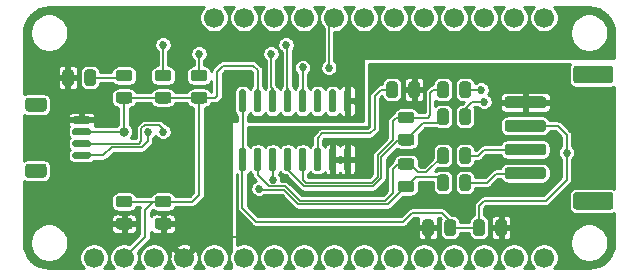
<source format=gbr>
%TF.GenerationSoftware,KiCad,Pcbnew,(5.1.6-0-10_14)*%
%TF.CreationDate,2020-11-28T13:39:01-08:00*%
%TF.ProjectId,NAU7802_Dual_24-bit_ADC,4e415537-3830-4325-9f44-75616c5f3234,v02*%
%TF.SameCoordinates,Original*%
%TF.FileFunction,Copper,L1,Top*%
%TF.FilePolarity,Positive*%
%FSLAX46Y46*%
G04 Gerber Fmt 4.6, Leading zero omitted, Abs format (unit mm)*
G04 Created by KiCad (PCBNEW (5.1.6-0-10_14)) date 2020-11-28 13:39:01*
%MOMM*%
%LPD*%
G01*
G04 APERTURE LIST*
%TA.AperFunction,ComponentPad*%
%ADD10C,1.700000*%
%TD*%
%TA.AperFunction,ViaPad*%
%ADD11C,0.685800*%
%TD*%
%TA.AperFunction,ViaPad*%
%ADD12C,0.812800*%
%TD*%
%TA.AperFunction,Conductor*%
%ADD13C,0.203200*%
%TD*%
%TA.AperFunction,Conductor*%
%ADD14C,0.152400*%
%TD*%
%TA.AperFunction,Conductor*%
%ADD15C,0.254000*%
%TD*%
G04 APERTURE END LIST*
%TO.P,U1,16*%
%TO.N,/AVDD*%
%TA.AperFunction,SMDPad,CuDef*%
G36*
G01*
X147343000Y-99465000D02*
X147043000Y-99465000D01*
G75*
G02*
X146893000Y-99315000I0J150000D01*
G01*
X146893000Y-97665000D01*
G75*
G02*
X147043000Y-97515000I150000J0D01*
G01*
X147343000Y-97515000D01*
G75*
G02*
X147493000Y-97665000I0J-150000D01*
G01*
X147493000Y-99315000D01*
G75*
G02*
X147343000Y-99465000I-150000J0D01*
G01*
G37*
%TD.AperFunction*%
%TO.P,U1,15*%
%TO.N,+3V3*%
%TA.AperFunction,SMDPad,CuDef*%
G36*
G01*
X148613000Y-99465000D02*
X148313000Y-99465000D01*
G75*
G02*
X148163000Y-99315000I0J150000D01*
G01*
X148163000Y-97665000D01*
G75*
G02*
X148313000Y-97515000I150000J0D01*
G01*
X148613000Y-97515000D01*
G75*
G02*
X148763000Y-97665000I0J-150000D01*
G01*
X148763000Y-99315000D01*
G75*
G02*
X148613000Y-99465000I-150000J0D01*
G01*
G37*
%TD.AperFunction*%
%TO.P,U1,14*%
%TO.N,/SDA*%
%TA.AperFunction,SMDPad,CuDef*%
G36*
G01*
X149883000Y-99465000D02*
X149583000Y-99465000D01*
G75*
G02*
X149433000Y-99315000I0J150000D01*
G01*
X149433000Y-97665000D01*
G75*
G02*
X149583000Y-97515000I150000J0D01*
G01*
X149883000Y-97515000D01*
G75*
G02*
X150033000Y-97665000I0J-150000D01*
G01*
X150033000Y-99315000D01*
G75*
G02*
X149883000Y-99465000I-150000J0D01*
G01*
G37*
%TD.AperFunction*%
%TO.P,U1,13*%
%TO.N,/SCL*%
%TA.AperFunction,SMDPad,CuDef*%
G36*
G01*
X151153000Y-99465000D02*
X150853000Y-99465000D01*
G75*
G02*
X150703000Y-99315000I0J150000D01*
G01*
X150703000Y-97665000D01*
G75*
G02*
X150853000Y-97515000I150000J0D01*
G01*
X151153000Y-97515000D01*
G75*
G02*
X151303000Y-97665000I0J-150000D01*
G01*
X151303000Y-99315000D01*
G75*
G02*
X151153000Y-99465000I-150000J0D01*
G01*
G37*
%TD.AperFunction*%
%TO.P,U1,12*%
%TO.N,/DRDY*%
%TA.AperFunction,SMDPad,CuDef*%
G36*
G01*
X152423000Y-99465000D02*
X152123000Y-99465000D01*
G75*
G02*
X151973000Y-99315000I0J150000D01*
G01*
X151973000Y-97665000D01*
G75*
G02*
X152123000Y-97515000I150000J0D01*
G01*
X152423000Y-97515000D01*
G75*
G02*
X152573000Y-97665000I0J-150000D01*
G01*
X152573000Y-99315000D01*
G75*
G02*
X152423000Y-99465000I-150000J0D01*
G01*
G37*
%TD.AperFunction*%
%TO.P,U1,11*%
%TO.N,Net-(U1-Pad11)*%
%TA.AperFunction,SMDPad,CuDef*%
G36*
G01*
X153693000Y-99465000D02*
X153393000Y-99465000D01*
G75*
G02*
X153243000Y-99315000I0J150000D01*
G01*
X153243000Y-97665000D01*
G75*
G02*
X153393000Y-97515000I150000J0D01*
G01*
X153693000Y-97515000D01*
G75*
G02*
X153843000Y-97665000I0J-150000D01*
G01*
X153843000Y-99315000D01*
G75*
G02*
X153693000Y-99465000I-150000J0D01*
G01*
G37*
%TD.AperFunction*%
%TO.P,U1,10*%
%TO.N,Net-(U1-Pad10)*%
%TA.AperFunction,SMDPad,CuDef*%
G36*
G01*
X154963000Y-99465000D02*
X154663000Y-99465000D01*
G75*
G02*
X154513000Y-99315000I0J150000D01*
G01*
X154513000Y-97665000D01*
G75*
G02*
X154663000Y-97515000I150000J0D01*
G01*
X154963000Y-97515000D01*
G75*
G02*
X155113000Y-97665000I0J-150000D01*
G01*
X155113000Y-99315000D01*
G75*
G02*
X154963000Y-99465000I-150000J0D01*
G01*
G37*
%TD.AperFunction*%
%TO.P,U1,9*%
%TO.N,GND*%
%TA.AperFunction,SMDPad,CuDef*%
G36*
G01*
X156233000Y-99465000D02*
X155933000Y-99465000D01*
G75*
G02*
X155783000Y-99315000I0J150000D01*
G01*
X155783000Y-97665000D01*
G75*
G02*
X155933000Y-97515000I150000J0D01*
G01*
X156233000Y-97515000D01*
G75*
G02*
X156383000Y-97665000I0J-150000D01*
G01*
X156383000Y-99315000D01*
G75*
G02*
X156233000Y-99465000I-150000J0D01*
G01*
G37*
%TD.AperFunction*%
%TO.P,U1,8*%
%TA.AperFunction,SMDPad,CuDef*%
G36*
G01*
X156233000Y-104415000D02*
X155933000Y-104415000D01*
G75*
G02*
X155783000Y-104265000I0J150000D01*
G01*
X155783000Y-102615000D01*
G75*
G02*
X155933000Y-102465000I150000J0D01*
G01*
X156233000Y-102465000D01*
G75*
G02*
X156383000Y-102615000I0J-150000D01*
G01*
X156383000Y-104265000D01*
G75*
G02*
X156233000Y-104415000I-150000J0D01*
G01*
G37*
%TD.AperFunction*%
%TO.P,U1,7*%
%TA.AperFunction,SMDPad,CuDef*%
G36*
G01*
X154963000Y-104415000D02*
X154663000Y-104415000D01*
G75*
G02*
X154513000Y-104265000I0J150000D01*
G01*
X154513000Y-102615000D01*
G75*
G02*
X154663000Y-102465000I150000J0D01*
G01*
X154963000Y-102465000D01*
G75*
G02*
X155113000Y-102615000I0J-150000D01*
G01*
X155113000Y-104265000D01*
G75*
G02*
X154963000Y-104415000I-150000J0D01*
G01*
G37*
%TD.AperFunction*%
%TO.P,U1,6*%
%TO.N,Net-(C7-Pad1)*%
%TA.AperFunction,SMDPad,CuDef*%
G36*
G01*
X153693000Y-104415000D02*
X153393000Y-104415000D01*
G75*
G02*
X153243000Y-104265000I0J150000D01*
G01*
X153243000Y-102615000D01*
G75*
G02*
X153393000Y-102465000I150000J0D01*
G01*
X153693000Y-102465000D01*
G75*
G02*
X153843000Y-102615000I0J-150000D01*
G01*
X153843000Y-104265000D01*
G75*
G02*
X153693000Y-104415000I-150000J0D01*
G01*
G37*
%TD.AperFunction*%
%TO.P,U1,5*%
%TO.N,/B+*%
%TA.AperFunction,SMDPad,CuDef*%
G36*
G01*
X152423000Y-104415000D02*
X152123000Y-104415000D01*
G75*
G02*
X151973000Y-104265000I0J150000D01*
G01*
X151973000Y-102615000D01*
G75*
G02*
X152123000Y-102465000I150000J0D01*
G01*
X152423000Y-102465000D01*
G75*
G02*
X152573000Y-102615000I0J-150000D01*
G01*
X152573000Y-104265000D01*
G75*
G02*
X152423000Y-104415000I-150000J0D01*
G01*
G37*
%TD.AperFunction*%
%TO.P,U1,4*%
%TO.N,/B-*%
%TA.AperFunction,SMDPad,CuDef*%
G36*
G01*
X151153000Y-104415000D02*
X150853000Y-104415000D01*
G75*
G02*
X150703000Y-104265000I0J150000D01*
G01*
X150703000Y-102615000D01*
G75*
G02*
X150853000Y-102465000I150000J0D01*
G01*
X151153000Y-102465000D01*
G75*
G02*
X151303000Y-102615000I0J-150000D01*
G01*
X151303000Y-104265000D01*
G75*
G02*
X151153000Y-104415000I-150000J0D01*
G01*
G37*
%TD.AperFunction*%
%TO.P,U1,3*%
%TO.N,/A+*%
%TA.AperFunction,SMDPad,CuDef*%
G36*
G01*
X149883000Y-104415000D02*
X149583000Y-104415000D01*
G75*
G02*
X149433000Y-104265000I0J150000D01*
G01*
X149433000Y-102615000D01*
G75*
G02*
X149583000Y-102465000I150000J0D01*
G01*
X149883000Y-102465000D01*
G75*
G02*
X150033000Y-102615000I0J-150000D01*
G01*
X150033000Y-104265000D01*
G75*
G02*
X149883000Y-104415000I-150000J0D01*
G01*
G37*
%TD.AperFunction*%
%TO.P,U1,2*%
%TO.N,/A-*%
%TA.AperFunction,SMDPad,CuDef*%
G36*
G01*
X148613000Y-104415000D02*
X148313000Y-104415000D01*
G75*
G02*
X148163000Y-104265000I0J150000D01*
G01*
X148163000Y-102615000D01*
G75*
G02*
X148313000Y-102465000I150000J0D01*
G01*
X148613000Y-102465000D01*
G75*
G02*
X148763000Y-102615000I0J-150000D01*
G01*
X148763000Y-104265000D01*
G75*
G02*
X148613000Y-104415000I-150000J0D01*
G01*
G37*
%TD.AperFunction*%
%TO.P,U1,1*%
%TO.N,/AVDD*%
%TA.AperFunction,SMDPad,CuDef*%
G36*
G01*
X147343000Y-104415000D02*
X147043000Y-104415000D01*
G75*
G02*
X146893000Y-104265000I0J150000D01*
G01*
X146893000Y-102615000D01*
G75*
G02*
X147043000Y-102465000I150000J0D01*
G01*
X147343000Y-102465000D01*
G75*
G02*
X147493000Y-102615000I0J-150000D01*
G01*
X147493000Y-104265000D01*
G75*
G02*
X147343000Y-104415000I-150000J0D01*
G01*
G37*
%TD.AperFunction*%
%TD*%
D10*
%TO.P,M1,28*%
%TO.N,/SDA*%
X172720000Y-91440000D03*
%TO.P,M1,27*%
%TO.N,/SCL*%
X170180000Y-91440000D03*
%TO.P,M1,26*%
%TO.N,Net-(M1-Pad26)*%
X167640000Y-91440000D03*
%TO.P,M1,25*%
%TO.N,Net-(M1-Pad25)*%
X165100000Y-91440000D03*
%TO.P,M1,24*%
%TO.N,Net-(M1-Pad24)*%
X162560000Y-91440000D03*
%TO.P,M1,23*%
%TO.N,Net-(M1-Pad23)*%
X160020000Y-91440000D03*
%TO.P,M1,22*%
%TO.N,Net-(M1-Pad22)*%
X157480000Y-91440000D03*
%TO.P,M1,21*%
%TO.N,/DRDY*%
X154940000Y-91440000D03*
%TO.P,M1,20*%
%TO.N,Net-(M1-Pad20)*%
X152400000Y-91440000D03*
%TO.P,M1,19*%
%TO.N,Net-(M1-Pad19)*%
X149860000Y-91440000D03*
%TO.P,M1,18*%
%TO.N,Net-(M1-Pad18)*%
X147320000Y-91440000D03*
%TO.P,M1,17*%
%TO.N,Net-(M1-Pad17)*%
X144780000Y-91440000D03*
%TO.P,M1,16*%
%TO.N,Net-(M1-Pad16)*%
X172720000Y-111760000D03*
%TO.P,M1,15*%
%TO.N,Net-(M1-Pad15)*%
X170180000Y-111760000D03*
%TO.P,M1,14*%
%TO.N,Net-(M1-Pad14)*%
X167640000Y-111760000D03*
%TO.P,M1,13*%
%TO.N,Net-(M1-Pad13)*%
X165100000Y-111760000D03*
%TO.P,M1,12*%
%TO.N,Net-(M1-Pad12)*%
X162560000Y-111760000D03*
%TO.P,M1,11*%
%TO.N,Net-(M1-Pad11)*%
X160020000Y-111760000D03*
%TO.P,M1,10*%
%TO.N,Net-(M1-Pad10)*%
X157480000Y-111760000D03*
%TO.P,M1,9*%
%TO.N,Net-(M1-Pad9)*%
X154940000Y-111760000D03*
%TO.P,M1,8*%
%TO.N,Net-(M1-Pad8)*%
X152400000Y-111760000D03*
%TO.P,M1,7*%
%TO.N,Net-(M1-Pad7)*%
X149860000Y-111760000D03*
%TO.P,M1,6*%
%TO.N,Net-(M1-Pad6)*%
X147320000Y-111760000D03*
%TO.P,M1,5*%
%TO.N,Net-(M1-Pad5)*%
X144780000Y-111760000D03*
%TO.P,M1,4*%
%TO.N,GND*%
X142240000Y-111760000D03*
%TO.P,M1,3*%
%TO.N,Net-(M1-Pad3)*%
X139700000Y-111760000D03*
%TO.P,M1,2*%
%TO.N,+3V3*%
X137160000Y-111760000D03*
%TO.P,M1,1*%
%TO.N,Net-(M1-Pad1)*%
X134620000Y-111760000D03*
%TD*%
%TO.P,C1,1*%
%TO.N,/A-*%
%TA.AperFunction,SMDPad,CuDef*%
G36*
G01*
X160579750Y-103350000D02*
X161492250Y-103350000D01*
G75*
G02*
X161736000Y-103593750I0J-243750D01*
G01*
X161736000Y-104081250D01*
G75*
G02*
X161492250Y-104325000I-243750J0D01*
G01*
X160579750Y-104325000D01*
G75*
G02*
X160336000Y-104081250I0J243750D01*
G01*
X160336000Y-103593750D01*
G75*
G02*
X160579750Y-103350000I243750J0D01*
G01*
G37*
%TD.AperFunction*%
%TO.P,C1,2*%
%TO.N,/A+*%
%TA.AperFunction,SMDPad,CuDef*%
G36*
G01*
X160579750Y-105225000D02*
X161492250Y-105225000D01*
G75*
G02*
X161736000Y-105468750I0J-243750D01*
G01*
X161736000Y-105956250D01*
G75*
G02*
X161492250Y-106200000I-243750J0D01*
G01*
X160579750Y-106200000D01*
G75*
G02*
X160336000Y-105956250I0J243750D01*
G01*
X160336000Y-105468750D01*
G75*
G02*
X160579750Y-105225000I243750J0D01*
G01*
G37*
%TD.AperFunction*%
%TD*%
%TO.P,C2,2*%
%TO.N,/B+*%
%TA.AperFunction,SMDPad,CuDef*%
G36*
G01*
X161492250Y-100388000D02*
X160579750Y-100388000D01*
G75*
G02*
X160336000Y-100144250I0J243750D01*
G01*
X160336000Y-99656750D01*
G75*
G02*
X160579750Y-99413000I243750J0D01*
G01*
X161492250Y-99413000D01*
G75*
G02*
X161736000Y-99656750I0J-243750D01*
G01*
X161736000Y-100144250D01*
G75*
G02*
X161492250Y-100388000I-243750J0D01*
G01*
G37*
%TD.AperFunction*%
%TO.P,C2,1*%
%TO.N,/B-*%
%TA.AperFunction,SMDPad,CuDef*%
G36*
G01*
X161492250Y-102263000D02*
X160579750Y-102263000D01*
G75*
G02*
X160336000Y-102019250I0J243750D01*
G01*
X160336000Y-101531750D01*
G75*
G02*
X160579750Y-101288000I243750J0D01*
G01*
X161492250Y-101288000D01*
G75*
G02*
X161736000Y-101531750I0J-243750D01*
G01*
X161736000Y-102019250D01*
G75*
G02*
X161492250Y-102263000I-243750J0D01*
G01*
G37*
%TD.AperFunction*%
%TD*%
%TO.P,C3,2*%
%TO.N,GND*%
%TA.AperFunction,SMDPad,CuDef*%
G36*
G01*
X140005750Y-108400000D02*
X140918250Y-108400000D01*
G75*
G02*
X141162000Y-108643750I0J-243750D01*
G01*
X141162000Y-109131250D01*
G75*
G02*
X140918250Y-109375000I-243750J0D01*
G01*
X140005750Y-109375000D01*
G75*
G02*
X139762000Y-109131250I0J243750D01*
G01*
X139762000Y-108643750D01*
G75*
G02*
X140005750Y-108400000I243750J0D01*
G01*
G37*
%TD.AperFunction*%
%TO.P,C3,1*%
%TO.N,+3V3*%
%TA.AperFunction,SMDPad,CuDef*%
G36*
G01*
X140005750Y-106525000D02*
X140918250Y-106525000D01*
G75*
G02*
X141162000Y-106768750I0J-243750D01*
G01*
X141162000Y-107256250D01*
G75*
G02*
X140918250Y-107500000I-243750J0D01*
G01*
X140005750Y-107500000D01*
G75*
G02*
X139762000Y-107256250I0J243750D01*
G01*
X139762000Y-106768750D01*
G75*
G02*
X140005750Y-106525000I243750J0D01*
G01*
G37*
%TD.AperFunction*%
%TD*%
%TO.P,C4,1*%
%TO.N,+3V3*%
%TA.AperFunction,SMDPad,CuDef*%
G36*
G01*
X136703750Y-106525000D02*
X137616250Y-106525000D01*
G75*
G02*
X137860000Y-106768750I0J-243750D01*
G01*
X137860000Y-107256250D01*
G75*
G02*
X137616250Y-107500000I-243750J0D01*
G01*
X136703750Y-107500000D01*
G75*
G02*
X136460000Y-107256250I0J243750D01*
G01*
X136460000Y-106768750D01*
G75*
G02*
X136703750Y-106525000I243750J0D01*
G01*
G37*
%TD.AperFunction*%
%TO.P,C4,2*%
%TO.N,GND*%
%TA.AperFunction,SMDPad,CuDef*%
G36*
G01*
X136703750Y-108400000D02*
X137616250Y-108400000D01*
G75*
G02*
X137860000Y-108643750I0J-243750D01*
G01*
X137860000Y-109131250D01*
G75*
G02*
X137616250Y-109375000I-243750J0D01*
G01*
X136703750Y-109375000D01*
G75*
G02*
X136460000Y-109131250I0J243750D01*
G01*
X136460000Y-108643750D01*
G75*
G02*
X136703750Y-108400000I243750J0D01*
G01*
G37*
%TD.AperFunction*%
%TD*%
%TO.P,C5,2*%
%TO.N,GND*%
%TA.AperFunction,SMDPad,CuDef*%
G36*
G01*
X168598000Y-109676250D02*
X168598000Y-108763750D01*
G75*
G02*
X168841750Y-108520000I243750J0D01*
G01*
X169329250Y-108520000D01*
G75*
G02*
X169573000Y-108763750I0J-243750D01*
G01*
X169573000Y-109676250D01*
G75*
G02*
X169329250Y-109920000I-243750J0D01*
G01*
X168841750Y-109920000D01*
G75*
G02*
X168598000Y-109676250I0J243750D01*
G01*
G37*
%TD.AperFunction*%
%TO.P,C5,1*%
%TO.N,/AVDD*%
%TA.AperFunction,SMDPad,CuDef*%
G36*
G01*
X166723000Y-109676250D02*
X166723000Y-108763750D01*
G75*
G02*
X166966750Y-108520000I243750J0D01*
G01*
X167454250Y-108520000D01*
G75*
G02*
X167698000Y-108763750I0J-243750D01*
G01*
X167698000Y-109676250D01*
G75*
G02*
X167454250Y-109920000I-243750J0D01*
G01*
X166966750Y-109920000D01*
G75*
G02*
X166723000Y-109676250I0J243750D01*
G01*
G37*
%TD.AperFunction*%
%TD*%
%TO.P,C6,1*%
%TO.N,/AVDD*%
%TA.AperFunction,SMDPad,CuDef*%
G36*
G01*
X165255000Y-108763750D02*
X165255000Y-109676250D01*
G75*
G02*
X165011250Y-109920000I-243750J0D01*
G01*
X164523750Y-109920000D01*
G75*
G02*
X164280000Y-109676250I0J243750D01*
G01*
X164280000Y-108763750D01*
G75*
G02*
X164523750Y-108520000I243750J0D01*
G01*
X165011250Y-108520000D01*
G75*
G02*
X165255000Y-108763750I0J-243750D01*
G01*
G37*
%TD.AperFunction*%
%TO.P,C6,2*%
%TO.N,GND*%
%TA.AperFunction,SMDPad,CuDef*%
G36*
G01*
X163380000Y-108763750D02*
X163380000Y-109676250D01*
G75*
G02*
X163136250Y-109920000I-243750J0D01*
G01*
X162648750Y-109920000D01*
G75*
G02*
X162405000Y-109676250I0J243750D01*
G01*
X162405000Y-108763750D01*
G75*
G02*
X162648750Y-108520000I243750J0D01*
G01*
X163136250Y-108520000D01*
G75*
G02*
X163380000Y-108763750I0J-243750D01*
G01*
G37*
%TD.AperFunction*%
%TD*%
%TO.P,C7,1*%
%TO.N,Net-(C7-Pad1)*%
%TA.AperFunction,SMDPad,CuDef*%
G36*
G01*
X159357000Y-97992250D02*
X159357000Y-97079750D01*
G75*
G02*
X159600750Y-96836000I243750J0D01*
G01*
X160088250Y-96836000D01*
G75*
G02*
X160332000Y-97079750I0J-243750D01*
G01*
X160332000Y-97992250D01*
G75*
G02*
X160088250Y-98236000I-243750J0D01*
G01*
X159600750Y-98236000D01*
G75*
G02*
X159357000Y-97992250I0J243750D01*
G01*
G37*
%TD.AperFunction*%
%TO.P,C7,2*%
%TO.N,GND*%
%TA.AperFunction,SMDPad,CuDef*%
G36*
G01*
X161232000Y-97992250D02*
X161232000Y-97079750D01*
G75*
G02*
X161475750Y-96836000I243750J0D01*
G01*
X161963250Y-96836000D01*
G75*
G02*
X162207000Y-97079750I0J-243750D01*
G01*
X162207000Y-97992250D01*
G75*
G02*
X161963250Y-98236000I-243750J0D01*
G01*
X161475750Y-98236000D01*
G75*
G02*
X161232000Y-97992250I0J243750D01*
G01*
G37*
%TD.AperFunction*%
%TD*%
%TO.P,D1,1*%
%TO.N,GND*%
%TA.AperFunction,SMDPad,CuDef*%
G36*
G01*
X131925000Y-96976250D02*
X131925000Y-96063750D01*
G75*
G02*
X132168750Y-95820000I243750J0D01*
G01*
X132656250Y-95820000D01*
G75*
G02*
X132900000Y-96063750I0J-243750D01*
G01*
X132900000Y-96976250D01*
G75*
G02*
X132656250Y-97220000I-243750J0D01*
G01*
X132168750Y-97220000D01*
G75*
G02*
X131925000Y-96976250I0J243750D01*
G01*
G37*
%TD.AperFunction*%
%TO.P,D1,2*%
%TO.N,Net-(D1-Pad2)*%
%TA.AperFunction,SMDPad,CuDef*%
G36*
G01*
X133800000Y-96976250D02*
X133800000Y-96063750D01*
G75*
G02*
X134043750Y-95820000I243750J0D01*
G01*
X134531250Y-95820000D01*
G75*
G02*
X134775000Y-96063750I0J-243750D01*
G01*
X134775000Y-96976250D01*
G75*
G02*
X134531250Y-97220000I-243750J0D01*
G01*
X134043750Y-97220000D01*
G75*
G02*
X133800000Y-96976250I0J243750D01*
G01*
G37*
%TD.AperFunction*%
%TD*%
%TO.P,J1,1*%
%TO.N,/CELL_A+*%
%TA.AperFunction,SMDPad,CuDef*%
G36*
G01*
X172640000Y-105100000D02*
X169640000Y-105100000D01*
G75*
G02*
X169390000Y-104850000I0J250000D01*
G01*
X169390000Y-104350000D01*
G75*
G02*
X169640000Y-104100000I250000J0D01*
G01*
X172640000Y-104100000D01*
G75*
G02*
X172890000Y-104350000I0J-250000D01*
G01*
X172890000Y-104850000D01*
G75*
G02*
X172640000Y-105100000I-250000J0D01*
G01*
G37*
%TD.AperFunction*%
%TO.P,J1,2*%
%TO.N,/CELL_A-*%
%TA.AperFunction,SMDPad,CuDef*%
G36*
G01*
X172640000Y-103100000D02*
X169640000Y-103100000D01*
G75*
G02*
X169390000Y-102850000I0J250000D01*
G01*
X169390000Y-102350000D01*
G75*
G02*
X169640000Y-102100000I250000J0D01*
G01*
X172640000Y-102100000D01*
G75*
G02*
X172890000Y-102350000I0J-250000D01*
G01*
X172890000Y-102850000D01*
G75*
G02*
X172640000Y-103100000I-250000J0D01*
G01*
G37*
%TD.AperFunction*%
%TO.P,J1,3*%
%TO.N,/AVDD*%
%TA.AperFunction,SMDPad,CuDef*%
G36*
G01*
X172640000Y-101100000D02*
X169640000Y-101100000D01*
G75*
G02*
X169390000Y-100850000I0J250000D01*
G01*
X169390000Y-100350000D01*
G75*
G02*
X169640000Y-100100000I250000J0D01*
G01*
X172640000Y-100100000D01*
G75*
G02*
X172890000Y-100350000I0J-250000D01*
G01*
X172890000Y-100850000D01*
G75*
G02*
X172640000Y-101100000I-250000J0D01*
G01*
G37*
%TD.AperFunction*%
%TO.P,J1,4*%
%TO.N,GND*%
%TA.AperFunction,SMDPad,CuDef*%
G36*
G01*
X172640000Y-99100000D02*
X169640000Y-99100000D01*
G75*
G02*
X169390000Y-98850000I0J250000D01*
G01*
X169390000Y-98350000D01*
G75*
G02*
X169640000Y-98100000I250000J0D01*
G01*
X172640000Y-98100000D01*
G75*
G02*
X172890000Y-98350000I0J-250000D01*
G01*
X172890000Y-98850000D01*
G75*
G02*
X172640000Y-99100000I-250000J0D01*
G01*
G37*
%TD.AperFunction*%
%TO.P,J1,MP*%
%TO.N,N/C*%
%TA.AperFunction,SMDPad,CuDef*%
G36*
G01*
X178340000Y-107700000D02*
X175440000Y-107700000D01*
G75*
G02*
X175190000Y-107450000I0J250000D01*
G01*
X175190000Y-106450000D01*
G75*
G02*
X175440000Y-106200000I250000J0D01*
G01*
X178340000Y-106200000D01*
G75*
G02*
X178590000Y-106450000I0J-250000D01*
G01*
X178590000Y-107450000D01*
G75*
G02*
X178340000Y-107700000I-250000J0D01*
G01*
G37*
%TD.AperFunction*%
%TA.AperFunction,SMDPad,CuDef*%
G36*
G01*
X178340000Y-97000000D02*
X175440000Y-97000000D01*
G75*
G02*
X175190000Y-96750000I0J250000D01*
G01*
X175190000Y-95750000D01*
G75*
G02*
X175440000Y-95500000I250000J0D01*
G01*
X178340000Y-95500000D01*
G75*
G02*
X178590000Y-95750000I0J-250000D01*
G01*
X178590000Y-96750000D01*
G75*
G02*
X178340000Y-97000000I-250000J0D01*
G01*
G37*
%TD.AperFunction*%
%TD*%
%TO.P,J3,1*%
%TO.N,GND*%
%TA.AperFunction,SMDPad,CuDef*%
G36*
G01*
X132947000Y-99800000D02*
X134197000Y-99800000D01*
G75*
G02*
X134347000Y-99950000I0J-150000D01*
G01*
X134347000Y-100250000D01*
G75*
G02*
X134197000Y-100400000I-150000J0D01*
G01*
X132947000Y-100400000D01*
G75*
G02*
X132797000Y-100250000I0J150000D01*
G01*
X132797000Y-99950000D01*
G75*
G02*
X132947000Y-99800000I150000J0D01*
G01*
G37*
%TD.AperFunction*%
%TO.P,J3,2*%
%TO.N,+3V3*%
%TA.AperFunction,SMDPad,CuDef*%
G36*
G01*
X132947000Y-100800000D02*
X134197000Y-100800000D01*
G75*
G02*
X134347000Y-100950000I0J-150000D01*
G01*
X134347000Y-101250000D01*
G75*
G02*
X134197000Y-101400000I-150000J0D01*
G01*
X132947000Y-101400000D01*
G75*
G02*
X132797000Y-101250000I0J150000D01*
G01*
X132797000Y-100950000D01*
G75*
G02*
X132947000Y-100800000I150000J0D01*
G01*
G37*
%TD.AperFunction*%
%TO.P,J3,3*%
%TO.N,/SDA*%
%TA.AperFunction,SMDPad,CuDef*%
G36*
G01*
X132947000Y-101800000D02*
X134197000Y-101800000D01*
G75*
G02*
X134347000Y-101950000I0J-150000D01*
G01*
X134347000Y-102250000D01*
G75*
G02*
X134197000Y-102400000I-150000J0D01*
G01*
X132947000Y-102400000D01*
G75*
G02*
X132797000Y-102250000I0J150000D01*
G01*
X132797000Y-101950000D01*
G75*
G02*
X132947000Y-101800000I150000J0D01*
G01*
G37*
%TD.AperFunction*%
%TO.P,J3,4*%
%TO.N,/SCL*%
%TA.AperFunction,SMDPad,CuDef*%
G36*
G01*
X132947000Y-102800000D02*
X134197000Y-102800000D01*
G75*
G02*
X134347000Y-102950000I0J-150000D01*
G01*
X134347000Y-103250000D01*
G75*
G02*
X134197000Y-103400000I-150000J0D01*
G01*
X132947000Y-103400000D01*
G75*
G02*
X132797000Y-103250000I0J150000D01*
G01*
X132797000Y-102950000D01*
G75*
G02*
X132947000Y-102800000I150000J0D01*
G01*
G37*
%TD.AperFunction*%
%TO.P,J3,MP*%
%TO.N,N/C*%
%TA.AperFunction,SMDPad,CuDef*%
G36*
G01*
X129046999Y-98200000D02*
X130347001Y-98200000D01*
G75*
G02*
X130597000Y-98449999I0J-249999D01*
G01*
X130597000Y-99150001D01*
G75*
G02*
X130347001Y-99400000I-249999J0D01*
G01*
X129046999Y-99400000D01*
G75*
G02*
X128797000Y-99150001I0J249999D01*
G01*
X128797000Y-98449999D01*
G75*
G02*
X129046999Y-98200000I249999J0D01*
G01*
G37*
%TD.AperFunction*%
%TA.AperFunction,SMDPad,CuDef*%
G36*
G01*
X129046999Y-103800000D02*
X130347001Y-103800000D01*
G75*
G02*
X130597000Y-104049999I0J-249999D01*
G01*
X130597000Y-104750001D01*
G75*
G02*
X130347001Y-105000000I-249999J0D01*
G01*
X129046999Y-105000000D01*
G75*
G02*
X128797000Y-104750001I0J249999D01*
G01*
X128797000Y-104049999D01*
G75*
G02*
X129046999Y-103800000I249999J0D01*
G01*
G37*
%TD.AperFunction*%
%TD*%
%TO.P,R1,1*%
%TO.N,/A-*%
%TA.AperFunction,SMDPad,CuDef*%
G36*
G01*
X163675000Y-103580250D02*
X163675000Y-102667750D01*
G75*
G02*
X163918750Y-102424000I243750J0D01*
G01*
X164406250Y-102424000D01*
G75*
G02*
X164650000Y-102667750I0J-243750D01*
G01*
X164650000Y-103580250D01*
G75*
G02*
X164406250Y-103824000I-243750J0D01*
G01*
X163918750Y-103824000D01*
G75*
G02*
X163675000Y-103580250I0J243750D01*
G01*
G37*
%TD.AperFunction*%
%TO.P,R1,2*%
%TO.N,/CELL_A-*%
%TA.AperFunction,SMDPad,CuDef*%
G36*
G01*
X165550000Y-103580250D02*
X165550000Y-102667750D01*
G75*
G02*
X165793750Y-102424000I243750J0D01*
G01*
X166281250Y-102424000D01*
G75*
G02*
X166525000Y-102667750I0J-243750D01*
G01*
X166525000Y-103580250D01*
G75*
G02*
X166281250Y-103824000I-243750J0D01*
G01*
X165793750Y-103824000D01*
G75*
G02*
X165550000Y-103580250I0J243750D01*
G01*
G37*
%TD.AperFunction*%
%TD*%
%TO.P,R2,2*%
%TO.N,/CELL_A+*%
%TA.AperFunction,SMDPad,CuDef*%
G36*
G01*
X165550000Y-105866250D02*
X165550000Y-104953750D01*
G75*
G02*
X165793750Y-104710000I243750J0D01*
G01*
X166281250Y-104710000D01*
G75*
G02*
X166525000Y-104953750I0J-243750D01*
G01*
X166525000Y-105866250D01*
G75*
G02*
X166281250Y-106110000I-243750J0D01*
G01*
X165793750Y-106110000D01*
G75*
G02*
X165550000Y-105866250I0J243750D01*
G01*
G37*
%TD.AperFunction*%
%TO.P,R2,1*%
%TO.N,/A+*%
%TA.AperFunction,SMDPad,CuDef*%
G36*
G01*
X163675000Y-105866250D02*
X163675000Y-104953750D01*
G75*
G02*
X163918750Y-104710000I243750J0D01*
G01*
X164406250Y-104710000D01*
G75*
G02*
X164650000Y-104953750I0J-243750D01*
G01*
X164650000Y-105866250D01*
G75*
G02*
X164406250Y-106110000I-243750J0D01*
G01*
X163918750Y-106110000D01*
G75*
G02*
X163675000Y-105866250I0J243750D01*
G01*
G37*
%TD.AperFunction*%
%TD*%
%TO.P,R3,1*%
%TO.N,/B-*%
%TA.AperFunction,SMDPad,CuDef*%
G36*
G01*
X163675000Y-100278250D02*
X163675000Y-99365750D01*
G75*
G02*
X163918750Y-99122000I243750J0D01*
G01*
X164406250Y-99122000D01*
G75*
G02*
X164650000Y-99365750I0J-243750D01*
G01*
X164650000Y-100278250D01*
G75*
G02*
X164406250Y-100522000I-243750J0D01*
G01*
X163918750Y-100522000D01*
G75*
G02*
X163675000Y-100278250I0J243750D01*
G01*
G37*
%TD.AperFunction*%
%TO.P,R3,2*%
%TO.N,/CELL_B-*%
%TA.AperFunction,SMDPad,CuDef*%
G36*
G01*
X165550000Y-100278250D02*
X165550000Y-99365750D01*
G75*
G02*
X165793750Y-99122000I243750J0D01*
G01*
X166281250Y-99122000D01*
G75*
G02*
X166525000Y-99365750I0J-243750D01*
G01*
X166525000Y-100278250D01*
G75*
G02*
X166281250Y-100522000I-243750J0D01*
G01*
X165793750Y-100522000D01*
G75*
G02*
X165550000Y-100278250I0J243750D01*
G01*
G37*
%TD.AperFunction*%
%TD*%
%TO.P,R4,2*%
%TO.N,/CELL_B+*%
%TA.AperFunction,SMDPad,CuDef*%
G36*
G01*
X165550000Y-97992250D02*
X165550000Y-97079750D01*
G75*
G02*
X165793750Y-96836000I243750J0D01*
G01*
X166281250Y-96836000D01*
G75*
G02*
X166525000Y-97079750I0J-243750D01*
G01*
X166525000Y-97992250D01*
G75*
G02*
X166281250Y-98236000I-243750J0D01*
G01*
X165793750Y-98236000D01*
G75*
G02*
X165550000Y-97992250I0J243750D01*
G01*
G37*
%TD.AperFunction*%
%TO.P,R4,1*%
%TO.N,/B+*%
%TA.AperFunction,SMDPad,CuDef*%
G36*
G01*
X163675000Y-97992250D02*
X163675000Y-97079750D01*
G75*
G02*
X163918750Y-96836000I243750J0D01*
G01*
X164406250Y-96836000D01*
G75*
G02*
X164650000Y-97079750I0J-243750D01*
G01*
X164650000Y-97992250D01*
G75*
G02*
X164406250Y-98236000I-243750J0D01*
G01*
X163918750Y-98236000D01*
G75*
G02*
X163675000Y-97992250I0J243750D01*
G01*
G37*
%TD.AperFunction*%
%TD*%
%TO.P,R5,1*%
%TO.N,Net-(D1-Pad2)*%
%TA.AperFunction,SMDPad,CuDef*%
G36*
G01*
X136703750Y-95857000D02*
X137616250Y-95857000D01*
G75*
G02*
X137860000Y-96100750I0J-243750D01*
G01*
X137860000Y-96588250D01*
G75*
G02*
X137616250Y-96832000I-243750J0D01*
G01*
X136703750Y-96832000D01*
G75*
G02*
X136460000Y-96588250I0J243750D01*
G01*
X136460000Y-96100750D01*
G75*
G02*
X136703750Y-95857000I243750J0D01*
G01*
G37*
%TD.AperFunction*%
%TO.P,R5,2*%
%TO.N,+3V3*%
%TA.AperFunction,SMDPad,CuDef*%
G36*
G01*
X136703750Y-97732000D02*
X137616250Y-97732000D01*
G75*
G02*
X137860000Y-97975750I0J-243750D01*
G01*
X137860000Y-98463250D01*
G75*
G02*
X137616250Y-98707000I-243750J0D01*
G01*
X136703750Y-98707000D01*
G75*
G02*
X136460000Y-98463250I0J243750D01*
G01*
X136460000Y-97975750D01*
G75*
G02*
X136703750Y-97732000I243750J0D01*
G01*
G37*
%TD.AperFunction*%
%TD*%
%TO.P,R6,1*%
%TO.N,/SDA*%
%TA.AperFunction,SMDPad,CuDef*%
G36*
G01*
X143053750Y-95857000D02*
X143966250Y-95857000D01*
G75*
G02*
X144210000Y-96100750I0J-243750D01*
G01*
X144210000Y-96588250D01*
G75*
G02*
X143966250Y-96832000I-243750J0D01*
G01*
X143053750Y-96832000D01*
G75*
G02*
X142810000Y-96588250I0J243750D01*
G01*
X142810000Y-96100750D01*
G75*
G02*
X143053750Y-95857000I243750J0D01*
G01*
G37*
%TD.AperFunction*%
%TO.P,R6,2*%
%TO.N,+3V3*%
%TA.AperFunction,SMDPad,CuDef*%
G36*
G01*
X143053750Y-97732000D02*
X143966250Y-97732000D01*
G75*
G02*
X144210000Y-97975750I0J-243750D01*
G01*
X144210000Y-98463250D01*
G75*
G02*
X143966250Y-98707000I-243750J0D01*
G01*
X143053750Y-98707000D01*
G75*
G02*
X142810000Y-98463250I0J243750D01*
G01*
X142810000Y-97975750D01*
G75*
G02*
X143053750Y-97732000I243750J0D01*
G01*
G37*
%TD.AperFunction*%
%TD*%
%TO.P,R7,2*%
%TO.N,+3V3*%
%TA.AperFunction,SMDPad,CuDef*%
G36*
G01*
X140005750Y-97732000D02*
X140918250Y-97732000D01*
G75*
G02*
X141162000Y-97975750I0J-243750D01*
G01*
X141162000Y-98463250D01*
G75*
G02*
X140918250Y-98707000I-243750J0D01*
G01*
X140005750Y-98707000D01*
G75*
G02*
X139762000Y-98463250I0J243750D01*
G01*
X139762000Y-97975750D01*
G75*
G02*
X140005750Y-97732000I243750J0D01*
G01*
G37*
%TD.AperFunction*%
%TO.P,R7,1*%
%TO.N,/SCL*%
%TA.AperFunction,SMDPad,CuDef*%
G36*
G01*
X140005750Y-95857000D02*
X140918250Y-95857000D01*
G75*
G02*
X141162000Y-96100750I0J-243750D01*
G01*
X141162000Y-96588250D01*
G75*
G02*
X140918250Y-96832000I-243750J0D01*
G01*
X140005750Y-96832000D01*
G75*
G02*
X139762000Y-96588250I0J243750D01*
G01*
X139762000Y-96100750D01*
G75*
G02*
X140005750Y-95857000I243750J0D01*
G01*
G37*
%TD.AperFunction*%
%TD*%
D11*
%TO.N,GND*%
X145288000Y-109982000D03*
X130302000Y-101600000D03*
X177800000Y-104140000D03*
X177800000Y-99060000D03*
X173990000Y-93980000D03*
X134620000Y-92837000D03*
X134620000Y-109220000D03*
X172720000Y-109220000D03*
X151638000Y-101346000D03*
X149352000Y-107442000D03*
X148590000Y-109982000D03*
X145288000Y-106934000D03*
X166116000Y-107442000D03*
X163195000Y-101473000D03*
X149098000Y-101346000D03*
X157480000Y-103505000D03*
D12*
%TO.N,+3V3*%
X137160000Y-101092000D03*
D11*
%TO.N,/SCL*%
X150876000Y-93726000D03*
X140462000Y-93726000D03*
X139192000Y-101092000D03*
%TO.N,/SDA*%
X149606000Y-94488000D03*
X143510000Y-94488000D03*
X140462000Y-101092000D03*
%TO.N,/DRDY*%
X152278000Y-95626000D03*
X154508200Y-95681800D03*
%TO.N,/A+*%
X149733000Y-105156000D03*
X148590000Y-105918000D03*
%TO.N,/AVDD*%
X174625000Y-102870000D03*
%TO.N,/CELL_B+*%
X167386000Y-97536000D03*
%TO.N,/CELL_B-*%
X167640000Y-98552000D03*
%TD*%
D13*
%TO.N,GND*%
X145288000Y-109982000D02*
X148590000Y-109982000D01*
%TO.N,+3V3*%
X137160000Y-98219500D02*
X140462000Y-98219500D01*
X140462000Y-98219500D02*
X143510000Y-98219500D01*
X143510000Y-98219500D02*
X144858500Y-98219500D01*
X144858500Y-98219500D02*
X145034000Y-98044000D01*
X145034000Y-98044000D02*
X145034000Y-96012000D01*
X145034000Y-96012000D02*
X145542000Y-95504000D01*
X145542000Y-95504000D02*
X148082000Y-95504000D01*
X148468000Y-95890000D02*
X148468000Y-97434000D01*
X148082000Y-95504000D02*
X148468000Y-95890000D01*
X137160000Y-107012500D02*
X140462000Y-107012500D01*
X140462000Y-107012500D02*
X142923500Y-107012500D01*
X143510000Y-106426000D02*
X143510000Y-98219500D01*
X142923500Y-107012500D02*
X143510000Y-106426000D01*
X137160000Y-111760000D02*
X138938000Y-109982000D01*
X138938000Y-109982000D02*
X138938000Y-107696000D01*
X139621500Y-107012500D02*
X140462000Y-107012500D01*
X138938000Y-107696000D02*
X139621500Y-107012500D01*
X137160000Y-101092000D02*
X137160000Y-98219500D01*
X137152000Y-101100000D02*
X137160000Y-101092000D01*
X133572000Y-101100000D02*
X136152000Y-101100000D01*
X136152000Y-101100000D02*
X137152000Y-101100000D01*
X134080000Y-101100000D02*
X136152000Y-101100000D01*
X148463000Y-97439000D02*
X148468000Y-97434000D01*
X148463000Y-98490000D02*
X148463000Y-97439000D01*
D14*
%TO.N,Net-(C7-Pad1)*%
X153543000Y-103440000D02*
X153543000Y-101600000D01*
X153543000Y-101600000D02*
X153924000Y-101219000D01*
X153924000Y-101219000D02*
X157988000Y-101219000D01*
X157988000Y-101219000D02*
X158369000Y-100838000D01*
X158369000Y-98044000D02*
X158877000Y-97536000D01*
X158369000Y-100838000D02*
X158369000Y-98044000D01*
X159844500Y-97536000D02*
X158877000Y-97536000D01*
%TO.N,/SCL*%
X140462000Y-96344500D02*
X140462000Y-93726000D01*
X140462000Y-93726000D02*
X140462000Y-93726000D01*
X150998000Y-93848000D02*
X150876000Y-93726000D01*
X150998000Y-97434000D02*
X150998000Y-93848000D01*
X136101190Y-102404810D02*
X138641191Y-102404809D01*
X139192000Y-101854000D02*
X139192000Y-101092000D01*
X138641191Y-102404809D02*
X139192000Y-101854000D01*
X135406000Y-103100000D02*
X136101190Y-102404810D01*
X133572000Y-103100000D02*
X134898000Y-103100000D01*
X134898000Y-103100000D02*
X135406000Y-103100000D01*
X134080000Y-103100000D02*
X134898000Y-103100000D01*
X151003000Y-97439000D02*
X150998000Y-97434000D01*
X151003000Y-98490000D02*
X151003000Y-97439000D01*
%TO.N,/SDA*%
X143510000Y-94488000D02*
X143510000Y-96344500D01*
X143510000Y-94488000D02*
X143510000Y-94488000D01*
X140462000Y-100838000D02*
X140462000Y-101092000D01*
X140144499Y-100520499D02*
X140462000Y-100838000D01*
X138620499Y-100817679D02*
X138917679Y-100520499D01*
X138620499Y-101917501D02*
X138620499Y-100817679D01*
X138917679Y-100520499D02*
X140144499Y-100520499D01*
X138438000Y-102100000D02*
X138620499Y-101917501D01*
X133572000Y-102100000D02*
X135374000Y-102100000D01*
X135374000Y-102100000D02*
X138438000Y-102100000D01*
X134080000Y-102100000D02*
X135374000Y-102100000D01*
X149606000Y-97312000D02*
X149606000Y-94488000D01*
X149733000Y-97439000D02*
X149606000Y-97312000D01*
X149733000Y-98490000D02*
X149733000Y-97439000D01*
%TO.N,Net-(D1-Pad2)*%
X136984500Y-96520000D02*
X137160000Y-96344500D01*
X134287500Y-96520000D02*
X136984500Y-96520000D01*
%TO.N,/DRDY*%
X152278000Y-97434000D02*
X152278000Y-95626000D01*
X152278000Y-95626000D02*
X152278000Y-95626000D01*
X154508200Y-91871800D02*
X154940000Y-91440000D01*
X154508200Y-95681800D02*
X154508200Y-91871800D01*
X152273000Y-97439000D02*
X152278000Y-97434000D01*
X152273000Y-98490000D02*
X152273000Y-97439000D01*
%TO.N,/A-*%
X164162500Y-103172500D02*
X164162500Y-103124000D01*
X160322500Y-103837500D02*
X161036000Y-103837500D01*
X159893000Y-104267000D02*
X160322500Y-103837500D01*
X159893000Y-106299000D02*
X159893000Y-104267000D01*
X159258000Y-106934000D02*
X159893000Y-106299000D01*
X152018998Y-106934000D02*
X159258000Y-106934000D01*
X150812499Y-105727501D02*
X152018998Y-106934000D01*
X148463000Y-104731822D02*
X149458679Y-105727501D01*
X149458679Y-105727501D02*
X150812499Y-105727501D01*
X148463000Y-103440000D02*
X148463000Y-104731822D01*
X162765500Y-104521000D02*
X164162500Y-103124000D01*
X161036000Y-103837500D02*
X161368500Y-103837500D01*
X162052000Y-104521000D02*
X162765500Y-104521000D01*
X161368500Y-103837500D02*
X162052000Y-104521000D01*
%TO.N,/A+*%
X161036000Y-105712500D02*
X161846500Y-104902000D01*
X163654500Y-104902000D02*
X164162500Y-105410000D01*
X161846500Y-104902000D02*
X163654500Y-104902000D01*
X149733000Y-103440000D02*
X149733000Y-105156000D01*
X149733000Y-105156000D02*
X149733000Y-105156000D01*
X148704311Y-106032311D02*
X148590000Y-105918000D01*
X159509690Y-107238810D02*
X151892742Y-107238810D01*
X150686243Y-106032311D02*
X148704311Y-106032311D01*
X151892742Y-107238810D02*
X150686243Y-106032311D01*
X161036000Y-105712500D02*
X159509690Y-107238810D01*
%TO.N,/B+*%
X163322000Y-97536000D02*
X164162500Y-97536000D01*
X163068000Y-97790000D02*
X163322000Y-97536000D01*
X163068000Y-99695000D02*
X163068000Y-97790000D01*
X162862500Y-99900500D02*
X163068000Y-99695000D01*
X161036000Y-99900500D02*
X162862500Y-99900500D01*
X159893000Y-100203000D02*
X160195500Y-99900500D01*
X158623000Y-103073934D02*
X159893000Y-101803934D01*
X160195500Y-99900500D02*
X161036000Y-99900500D01*
X158623000Y-104902000D02*
X158623000Y-103073934D01*
X152273000Y-103440000D02*
X152273000Y-105156000D01*
X152527000Y-105410000D02*
X158115000Y-105410000D01*
X158115000Y-105410000D02*
X158623000Y-104902000D01*
X159893000Y-101803934D02*
X159893000Y-100203000D01*
X152273000Y-105156000D02*
X152527000Y-105410000D01*
%TO.N,/B-*%
X161036000Y-101775500D02*
X162481500Y-100330000D01*
X163654500Y-100330000D02*
X164162500Y-99822000D01*
X162481500Y-100330000D02*
X163654500Y-100330000D01*
X159258000Y-102870000D02*
X160352500Y-101775500D01*
X151003000Y-104317066D02*
X152400744Y-105714810D01*
X152400744Y-105714810D02*
X158241256Y-105714810D01*
X151003000Y-103440000D02*
X151003000Y-104317066D01*
X158241256Y-105714810D02*
X158927810Y-105028256D01*
X158927810Y-105028256D02*
X158927810Y-103200190D01*
X160352500Y-101775500D02*
X161036000Y-101775500D01*
X158927810Y-103200190D02*
X160352500Y-101775500D01*
%TO.N,/AVDD*%
X167210500Y-109220000D02*
X164767500Y-109220000D01*
X167210500Y-109220000D02*
X167210500Y-107363500D01*
X167210500Y-107363500D02*
X167640000Y-106934000D01*
X147193000Y-103440000D02*
X147193000Y-98490000D01*
X147188000Y-103445000D02*
X147193000Y-103440000D01*
X147188000Y-107564000D02*
X147188000Y-103445000D01*
X148336000Y-108712000D02*
X147188000Y-107564000D01*
X164767500Y-109220000D02*
X164767500Y-108633500D01*
X160782000Y-108712000D02*
X148336000Y-108712000D01*
X161544000Y-107950000D02*
X160782000Y-108712000D01*
X164084000Y-107950000D02*
X161544000Y-107950000D01*
X164767500Y-108633500D02*
X164084000Y-107950000D01*
X170434000Y-106934000D02*
X170688000Y-106934000D01*
X167640000Y-106934000D02*
X170434000Y-106934000D01*
X174625000Y-102870000D02*
X174625000Y-101346000D01*
X173879000Y-100600000D02*
X171140000Y-100600000D01*
X174625000Y-101346000D02*
X173879000Y-100600000D01*
X174625000Y-105156000D02*
X174625000Y-102870000D01*
X172847000Y-106934000D02*
X174625000Y-105156000D01*
X170434000Y-106934000D02*
X172847000Y-106934000D01*
%TO.N,/CELL_A-*%
X166037500Y-103124000D02*
X167132000Y-103124000D01*
X167656000Y-102600000D02*
X171140000Y-102600000D01*
%TO.N,/CELL_A+*%
X170835190Y-104648000D02*
X170835190Y-104726256D01*
X168656000Y-104648000D02*
X170835190Y-104648000D01*
X167894000Y-105410000D02*
X168656000Y-104648000D01*
X166037500Y-105410000D02*
X167894000Y-105410000D01*
%TO.N,/CELL_B+*%
X166037500Y-97536000D02*
X167386000Y-97536000D01*
%TO.N,/CELL_A-*%
X167132000Y-103124000D02*
X167656000Y-102600000D01*
%TO.N,/CELL_B-*%
X166037500Y-99822000D02*
X166037500Y-99138500D01*
X166624000Y-98552000D02*
X167640000Y-98552000D01*
X166037500Y-99138500D02*
X166624000Y-98552000D01*
%TD*%
D15*
%TO.N,GND*%
G36*
X143823820Y-90655283D02*
G01*
X143689102Y-90856903D01*
X143596307Y-91080931D01*
X143549000Y-91318757D01*
X143549000Y-91561243D01*
X143596307Y-91799069D01*
X143689102Y-92023097D01*
X143823820Y-92224717D01*
X143995283Y-92396180D01*
X144196903Y-92530898D01*
X144420931Y-92623693D01*
X144658757Y-92671000D01*
X144901243Y-92671000D01*
X145139069Y-92623693D01*
X145363097Y-92530898D01*
X145564717Y-92396180D01*
X145736180Y-92224717D01*
X145870898Y-92023097D01*
X145963693Y-91799069D01*
X146011000Y-91561243D01*
X146011000Y-91318757D01*
X145963693Y-91080931D01*
X145870898Y-90856903D01*
X145736180Y-90655283D01*
X145656897Y-90576000D01*
X146443103Y-90576000D01*
X146363820Y-90655283D01*
X146229102Y-90856903D01*
X146136307Y-91080931D01*
X146089000Y-91318757D01*
X146089000Y-91561243D01*
X146136307Y-91799069D01*
X146229102Y-92023097D01*
X146363820Y-92224717D01*
X146535283Y-92396180D01*
X146736903Y-92530898D01*
X146960931Y-92623693D01*
X147198757Y-92671000D01*
X147441243Y-92671000D01*
X147679069Y-92623693D01*
X147903097Y-92530898D01*
X148104717Y-92396180D01*
X148276180Y-92224717D01*
X148410898Y-92023097D01*
X148503693Y-91799069D01*
X148551000Y-91561243D01*
X148551000Y-91318757D01*
X148503693Y-91080931D01*
X148410898Y-90856903D01*
X148276180Y-90655283D01*
X148196897Y-90576000D01*
X148983103Y-90576000D01*
X148903820Y-90655283D01*
X148769102Y-90856903D01*
X148676307Y-91080931D01*
X148629000Y-91318757D01*
X148629000Y-91561243D01*
X148676307Y-91799069D01*
X148769102Y-92023097D01*
X148903820Y-92224717D01*
X149075283Y-92396180D01*
X149276903Y-92530898D01*
X149500931Y-92623693D01*
X149738757Y-92671000D01*
X149981243Y-92671000D01*
X150219069Y-92623693D01*
X150443097Y-92530898D01*
X150644717Y-92396180D01*
X150816180Y-92224717D01*
X150950898Y-92023097D01*
X151043693Y-91799069D01*
X151091000Y-91561243D01*
X151091000Y-91318757D01*
X151043693Y-91080931D01*
X150950898Y-90856903D01*
X150816180Y-90655283D01*
X150736897Y-90576000D01*
X151523103Y-90576000D01*
X151443820Y-90655283D01*
X151309102Y-90856903D01*
X151216307Y-91080931D01*
X151169000Y-91318757D01*
X151169000Y-91561243D01*
X151216307Y-91799069D01*
X151309102Y-92023097D01*
X151443820Y-92224717D01*
X151615283Y-92396180D01*
X151816903Y-92530898D01*
X152040931Y-92623693D01*
X152278757Y-92671000D01*
X152521243Y-92671000D01*
X152759069Y-92623693D01*
X152983097Y-92530898D01*
X153184717Y-92396180D01*
X153356180Y-92224717D01*
X153490898Y-92023097D01*
X153583693Y-91799069D01*
X153631000Y-91561243D01*
X153631000Y-91318757D01*
X153583693Y-91080931D01*
X153490898Y-90856903D01*
X153356180Y-90655283D01*
X153276897Y-90576000D01*
X154063103Y-90576000D01*
X153983820Y-90655283D01*
X153849102Y-90856903D01*
X153756307Y-91080931D01*
X153709000Y-91318757D01*
X153709000Y-91561243D01*
X153756307Y-91799069D01*
X153849102Y-92023097D01*
X153983820Y-92224717D01*
X154051001Y-92291898D01*
X154051000Y-95116663D01*
X154046740Y-95119510D01*
X153945910Y-95220340D01*
X153866688Y-95338905D01*
X153812119Y-95470646D01*
X153784300Y-95610502D01*
X153784300Y-95753098D01*
X153812119Y-95892954D01*
X153866688Y-96024695D01*
X153945910Y-96143260D01*
X154046740Y-96244090D01*
X154165305Y-96323312D01*
X154297046Y-96377881D01*
X154436902Y-96405700D01*
X154579498Y-96405700D01*
X154719354Y-96377881D01*
X154851095Y-96323312D01*
X154969660Y-96244090D01*
X155070490Y-96143260D01*
X155149712Y-96024695D01*
X155204281Y-95892954D01*
X155232100Y-95753098D01*
X155232100Y-95610502D01*
X155204281Y-95470646D01*
X155149712Y-95338905D01*
X155070490Y-95220340D01*
X154969660Y-95119510D01*
X154965400Y-95116664D01*
X154965400Y-92671000D01*
X155061243Y-92671000D01*
X155299069Y-92623693D01*
X155523097Y-92530898D01*
X155724717Y-92396180D01*
X155896180Y-92224717D01*
X156030898Y-92023097D01*
X156123693Y-91799069D01*
X156171000Y-91561243D01*
X156171000Y-91318757D01*
X156123693Y-91080931D01*
X156030898Y-90856903D01*
X155896180Y-90655283D01*
X155816897Y-90576000D01*
X156603103Y-90576000D01*
X156523820Y-90655283D01*
X156389102Y-90856903D01*
X156296307Y-91080931D01*
X156249000Y-91318757D01*
X156249000Y-91561243D01*
X156296307Y-91799069D01*
X156389102Y-92023097D01*
X156523820Y-92224717D01*
X156695283Y-92396180D01*
X156896903Y-92530898D01*
X157120931Y-92623693D01*
X157358757Y-92671000D01*
X157601243Y-92671000D01*
X157839069Y-92623693D01*
X158063097Y-92530898D01*
X158264717Y-92396180D01*
X158436180Y-92224717D01*
X158570898Y-92023097D01*
X158663693Y-91799069D01*
X158711000Y-91561243D01*
X158711000Y-91318757D01*
X158663693Y-91080931D01*
X158570898Y-90856903D01*
X158436180Y-90655283D01*
X158356897Y-90576000D01*
X159143103Y-90576000D01*
X159063820Y-90655283D01*
X158929102Y-90856903D01*
X158836307Y-91080931D01*
X158789000Y-91318757D01*
X158789000Y-91561243D01*
X158836307Y-91799069D01*
X158929102Y-92023097D01*
X159063820Y-92224717D01*
X159235283Y-92396180D01*
X159436903Y-92530898D01*
X159660931Y-92623693D01*
X159898757Y-92671000D01*
X160141243Y-92671000D01*
X160379069Y-92623693D01*
X160603097Y-92530898D01*
X160804717Y-92396180D01*
X160976180Y-92224717D01*
X161110898Y-92023097D01*
X161203693Y-91799069D01*
X161251000Y-91561243D01*
X161251000Y-91318757D01*
X161203693Y-91080931D01*
X161110898Y-90856903D01*
X160976180Y-90655283D01*
X160896897Y-90576000D01*
X161683103Y-90576000D01*
X161603820Y-90655283D01*
X161469102Y-90856903D01*
X161376307Y-91080931D01*
X161329000Y-91318757D01*
X161329000Y-91561243D01*
X161376307Y-91799069D01*
X161469102Y-92023097D01*
X161603820Y-92224717D01*
X161775283Y-92396180D01*
X161976903Y-92530898D01*
X162200931Y-92623693D01*
X162438757Y-92671000D01*
X162681243Y-92671000D01*
X162919069Y-92623693D01*
X163143097Y-92530898D01*
X163344717Y-92396180D01*
X163516180Y-92224717D01*
X163650898Y-92023097D01*
X163743693Y-91799069D01*
X163791000Y-91561243D01*
X163791000Y-91318757D01*
X163743693Y-91080931D01*
X163650898Y-90856903D01*
X163516180Y-90655283D01*
X163436897Y-90576000D01*
X164223103Y-90576000D01*
X164143820Y-90655283D01*
X164009102Y-90856903D01*
X163916307Y-91080931D01*
X163869000Y-91318757D01*
X163869000Y-91561243D01*
X163916307Y-91799069D01*
X164009102Y-92023097D01*
X164143820Y-92224717D01*
X164315283Y-92396180D01*
X164516903Y-92530898D01*
X164740931Y-92623693D01*
X164978757Y-92671000D01*
X165221243Y-92671000D01*
X165459069Y-92623693D01*
X165683097Y-92530898D01*
X165884717Y-92396180D01*
X166056180Y-92224717D01*
X166190898Y-92023097D01*
X166283693Y-91799069D01*
X166331000Y-91561243D01*
X166331000Y-91318757D01*
X166283693Y-91080931D01*
X166190898Y-90856903D01*
X166056180Y-90655283D01*
X165976897Y-90576000D01*
X166763103Y-90576000D01*
X166683820Y-90655283D01*
X166549102Y-90856903D01*
X166456307Y-91080931D01*
X166409000Y-91318757D01*
X166409000Y-91561243D01*
X166456307Y-91799069D01*
X166549102Y-92023097D01*
X166683820Y-92224717D01*
X166855283Y-92396180D01*
X167056903Y-92530898D01*
X167280931Y-92623693D01*
X167518757Y-92671000D01*
X167761243Y-92671000D01*
X167999069Y-92623693D01*
X168223097Y-92530898D01*
X168424717Y-92396180D01*
X168596180Y-92224717D01*
X168730898Y-92023097D01*
X168823693Y-91799069D01*
X168871000Y-91561243D01*
X168871000Y-91318757D01*
X168823693Y-91080931D01*
X168730898Y-90856903D01*
X168596180Y-90655283D01*
X168516897Y-90576000D01*
X169303103Y-90576000D01*
X169223820Y-90655283D01*
X169089102Y-90856903D01*
X168996307Y-91080931D01*
X168949000Y-91318757D01*
X168949000Y-91561243D01*
X168996307Y-91799069D01*
X169089102Y-92023097D01*
X169223820Y-92224717D01*
X169395283Y-92396180D01*
X169596903Y-92530898D01*
X169820931Y-92623693D01*
X170058757Y-92671000D01*
X170301243Y-92671000D01*
X170539069Y-92623693D01*
X170763097Y-92530898D01*
X170964717Y-92396180D01*
X171136180Y-92224717D01*
X171270898Y-92023097D01*
X171363693Y-91799069D01*
X171411000Y-91561243D01*
X171411000Y-91318757D01*
X171363693Y-91080931D01*
X171270898Y-90856903D01*
X171136180Y-90655283D01*
X171056897Y-90576000D01*
X171843103Y-90576000D01*
X171763820Y-90655283D01*
X171629102Y-90856903D01*
X171536307Y-91080931D01*
X171489000Y-91318757D01*
X171489000Y-91561243D01*
X171536307Y-91799069D01*
X171629102Y-92023097D01*
X171763820Y-92224717D01*
X171935283Y-92396180D01*
X172136903Y-92530898D01*
X172360931Y-92623693D01*
X172598757Y-92671000D01*
X172841243Y-92671000D01*
X173079069Y-92623693D01*
X173258525Y-92549360D01*
X174899000Y-92549360D01*
X174899000Y-92870640D01*
X174961678Y-93185745D01*
X175084626Y-93482568D01*
X175263119Y-93749702D01*
X175490298Y-93976881D01*
X175757432Y-94155374D01*
X176054255Y-94278322D01*
X176369360Y-94341000D01*
X176690640Y-94341000D01*
X177005745Y-94278322D01*
X177302568Y-94155374D01*
X177569702Y-93976881D01*
X177796881Y-93749702D01*
X177975374Y-93482568D01*
X178098322Y-93185745D01*
X178161000Y-92870640D01*
X178161000Y-92549360D01*
X178098322Y-92234255D01*
X177975374Y-91937432D01*
X177796881Y-91670298D01*
X177569702Y-91443119D01*
X177302568Y-91264626D01*
X177005745Y-91141678D01*
X176690640Y-91079000D01*
X176369360Y-91079000D01*
X176054255Y-91141678D01*
X175757432Y-91264626D01*
X175490298Y-91443119D01*
X175263119Y-91670298D01*
X175084626Y-91937432D01*
X174961678Y-92234255D01*
X174899000Y-92549360D01*
X173258525Y-92549360D01*
X173303097Y-92530898D01*
X173504717Y-92396180D01*
X173676180Y-92224717D01*
X173810898Y-92023097D01*
X173903693Y-91799069D01*
X173951000Y-91561243D01*
X173951000Y-91318757D01*
X173903693Y-91080931D01*
X173810898Y-90856903D01*
X173676180Y-90655283D01*
X173596897Y-90576000D01*
X176510146Y-90576000D01*
X176944115Y-90618551D01*
X177342462Y-90738819D01*
X177709864Y-90934170D01*
X178032317Y-91197157D01*
X178297553Y-91517773D01*
X178495460Y-91883795D01*
X178618506Y-92281291D01*
X178664000Y-92714137D01*
X178664000Y-94869000D01*
X157480000Y-94869000D01*
X157455224Y-94871440D01*
X157431399Y-94878667D01*
X157409443Y-94890403D01*
X157390197Y-94906197D01*
X157374403Y-94925443D01*
X157362667Y-94947399D01*
X157355440Y-94971224D01*
X157353000Y-94996000D01*
X157353000Y-100203000D01*
X147650200Y-100203000D01*
X147650200Y-99748878D01*
X147719777Y-99691777D01*
X147786043Y-99611032D01*
X147828000Y-99532536D01*
X147869957Y-99611032D01*
X147936223Y-99691777D01*
X148016968Y-99758043D01*
X148109090Y-99807283D01*
X148209047Y-99837605D01*
X148313000Y-99847843D01*
X148613000Y-99847843D01*
X148716953Y-99837605D01*
X148816910Y-99807283D01*
X148909032Y-99758043D01*
X148989777Y-99691777D01*
X149056043Y-99611032D01*
X149098000Y-99532536D01*
X149139957Y-99611032D01*
X149206223Y-99691777D01*
X149286968Y-99758043D01*
X149379090Y-99807283D01*
X149479047Y-99837605D01*
X149583000Y-99847843D01*
X149883000Y-99847843D01*
X149986953Y-99837605D01*
X150086910Y-99807283D01*
X150179032Y-99758043D01*
X150259777Y-99691777D01*
X150326043Y-99611032D01*
X150368000Y-99532536D01*
X150409957Y-99611032D01*
X150476223Y-99691777D01*
X150556968Y-99758043D01*
X150649090Y-99807283D01*
X150749047Y-99837605D01*
X150853000Y-99847843D01*
X151153000Y-99847843D01*
X151256953Y-99837605D01*
X151356910Y-99807283D01*
X151449032Y-99758043D01*
X151529777Y-99691777D01*
X151596043Y-99611032D01*
X151638000Y-99532536D01*
X151679957Y-99611032D01*
X151746223Y-99691777D01*
X151826968Y-99758043D01*
X151919090Y-99807283D01*
X152019047Y-99837605D01*
X152123000Y-99847843D01*
X152423000Y-99847843D01*
X152526953Y-99837605D01*
X152626910Y-99807283D01*
X152719032Y-99758043D01*
X152799777Y-99691777D01*
X152866043Y-99611032D01*
X152908000Y-99532536D01*
X152949957Y-99611032D01*
X153016223Y-99691777D01*
X153096968Y-99758043D01*
X153189090Y-99807283D01*
X153289047Y-99837605D01*
X153393000Y-99847843D01*
X153693000Y-99847843D01*
X153796953Y-99837605D01*
X153896910Y-99807283D01*
X153989032Y-99758043D01*
X154069777Y-99691777D01*
X154136043Y-99611032D01*
X154178000Y-99532536D01*
X154219957Y-99611032D01*
X154286223Y-99691777D01*
X154366968Y-99758043D01*
X154459090Y-99807283D01*
X154559047Y-99837605D01*
X154663000Y-99847843D01*
X154963000Y-99847843D01*
X155066953Y-99837605D01*
X155166910Y-99807283D01*
X155259032Y-99758043D01*
X155339777Y-99691777D01*
X155406043Y-99611032D01*
X155420787Y-99583448D01*
X155429299Y-99611508D01*
X155464678Y-99677696D01*
X155512289Y-99735711D01*
X155570304Y-99783322D01*
X155636492Y-99818701D01*
X155708311Y-99840487D01*
X155783000Y-99847843D01*
X155860750Y-99846000D01*
X155956000Y-99750750D01*
X155956000Y-98617000D01*
X156210000Y-98617000D01*
X156210000Y-99750750D01*
X156305250Y-99846000D01*
X156383000Y-99847843D01*
X156457689Y-99840487D01*
X156529508Y-99818701D01*
X156595696Y-99783322D01*
X156653711Y-99735711D01*
X156701322Y-99677696D01*
X156736701Y-99611508D01*
X156758487Y-99539689D01*
X156765843Y-99465000D01*
X156764000Y-98712250D01*
X156668750Y-98617000D01*
X156210000Y-98617000D01*
X155956000Y-98617000D01*
X155936000Y-98617000D01*
X155936000Y-98363000D01*
X155956000Y-98363000D01*
X155956000Y-97229250D01*
X156210000Y-97229250D01*
X156210000Y-98363000D01*
X156668750Y-98363000D01*
X156764000Y-98267750D01*
X156765843Y-97515000D01*
X156758487Y-97440311D01*
X156736701Y-97368492D01*
X156701322Y-97302304D01*
X156653711Y-97244289D01*
X156595696Y-97196678D01*
X156529508Y-97161299D01*
X156457689Y-97139513D01*
X156383000Y-97132157D01*
X156305250Y-97134000D01*
X156210000Y-97229250D01*
X155956000Y-97229250D01*
X155860750Y-97134000D01*
X155783000Y-97132157D01*
X155708311Y-97139513D01*
X155636492Y-97161299D01*
X155570304Y-97196678D01*
X155512289Y-97244289D01*
X155464678Y-97302304D01*
X155429299Y-97368492D01*
X155420787Y-97396552D01*
X155406043Y-97368968D01*
X155339777Y-97288223D01*
X155259032Y-97221957D01*
X155166910Y-97172717D01*
X155066953Y-97142395D01*
X154963000Y-97132157D01*
X154663000Y-97132157D01*
X154559047Y-97142395D01*
X154459090Y-97172717D01*
X154366968Y-97221957D01*
X154286223Y-97288223D01*
X154219957Y-97368968D01*
X154178000Y-97447464D01*
X154136043Y-97368968D01*
X154069777Y-97288223D01*
X153989032Y-97221957D01*
X153896910Y-97172717D01*
X153796953Y-97142395D01*
X153693000Y-97132157D01*
X153393000Y-97132157D01*
X153289047Y-97142395D01*
X153189090Y-97172717D01*
X153096968Y-97221957D01*
X153016223Y-97288223D01*
X152949957Y-97368968D01*
X152908000Y-97447464D01*
X152866043Y-97368968D01*
X152799777Y-97288223D01*
X152735200Y-97235226D01*
X152735200Y-96191136D01*
X152739460Y-96188290D01*
X152840290Y-96087460D01*
X152919512Y-95968895D01*
X152974081Y-95837154D01*
X153001900Y-95697298D01*
X153001900Y-95554702D01*
X152974081Y-95414846D01*
X152919512Y-95283105D01*
X152840290Y-95164540D01*
X152739460Y-95063710D01*
X152620895Y-94984488D01*
X152489154Y-94929919D01*
X152349298Y-94902100D01*
X152206702Y-94902100D01*
X152066846Y-94929919D01*
X151935105Y-94984488D01*
X151816540Y-95063710D01*
X151715710Y-95164540D01*
X151636488Y-95283105D01*
X151581919Y-95414846D01*
X151554100Y-95554702D01*
X151554100Y-95697298D01*
X151581919Y-95837154D01*
X151636488Y-95968895D01*
X151715710Y-96087460D01*
X151816540Y-96188290D01*
X151820801Y-96191137D01*
X151820800Y-97227019D01*
X151746223Y-97288223D01*
X151679957Y-97368968D01*
X151638000Y-97447464D01*
X151596043Y-97368968D01*
X151529777Y-97288223D01*
X151455200Y-97227019D01*
X151455200Y-94162152D01*
X151517512Y-94068895D01*
X151572081Y-93937154D01*
X151599900Y-93797298D01*
X151599900Y-93654702D01*
X151572081Y-93514846D01*
X151517512Y-93383105D01*
X151438290Y-93264540D01*
X151337460Y-93163710D01*
X151218895Y-93084488D01*
X151087154Y-93029919D01*
X150947298Y-93002100D01*
X150804702Y-93002100D01*
X150664846Y-93029919D01*
X150533105Y-93084488D01*
X150414540Y-93163710D01*
X150313710Y-93264540D01*
X150234488Y-93383105D01*
X150179919Y-93514846D01*
X150152100Y-93654702D01*
X150152100Y-93797298D01*
X150179919Y-93937154D01*
X150234488Y-94068895D01*
X150313710Y-94187460D01*
X150414540Y-94288290D01*
X150533105Y-94367512D01*
X150540801Y-94370700D01*
X150540800Y-97235226D01*
X150476223Y-97288223D01*
X150409957Y-97368968D01*
X150368000Y-97447464D01*
X150326043Y-97368968D01*
X150259777Y-97288223D01*
X150179032Y-97221957D01*
X150117951Y-97189308D01*
X150114987Y-97183764D01*
X150063200Y-97120662D01*
X150063200Y-95053136D01*
X150067460Y-95050290D01*
X150168290Y-94949460D01*
X150247512Y-94830895D01*
X150302081Y-94699154D01*
X150329900Y-94559298D01*
X150329900Y-94416702D01*
X150302081Y-94276846D01*
X150247512Y-94145105D01*
X150168290Y-94026540D01*
X150067460Y-93925710D01*
X149948895Y-93846488D01*
X149817154Y-93791919D01*
X149677298Y-93764100D01*
X149534702Y-93764100D01*
X149394846Y-93791919D01*
X149263105Y-93846488D01*
X149144540Y-93925710D01*
X149043710Y-94026540D01*
X148964488Y-94145105D01*
X148909919Y-94276846D01*
X148882100Y-94416702D01*
X148882100Y-94559298D01*
X148909919Y-94699154D01*
X148964488Y-94830895D01*
X149043710Y-94949460D01*
X149144540Y-95050290D01*
X149148801Y-95053137D01*
X149148800Y-97289550D01*
X149146589Y-97312000D01*
X149148800Y-97334450D01*
X149148800Y-97334459D01*
X149150887Y-97355650D01*
X149139957Y-97368968D01*
X149098000Y-97447464D01*
X149056043Y-97368968D01*
X148989777Y-97288223D01*
X148950600Y-97256071D01*
X148950600Y-95913696D01*
X148952934Y-95889999D01*
X148950600Y-95866302D01*
X148950600Y-95866293D01*
X148943617Y-95795394D01*
X148916022Y-95704423D01*
X148871209Y-95620585D01*
X148810901Y-95547099D01*
X148792482Y-95531983D01*
X148440017Y-95179518D01*
X148424901Y-95161099D01*
X148351415Y-95100791D01*
X148267577Y-95055978D01*
X148176606Y-95028383D01*
X148105707Y-95021400D01*
X148105705Y-95021400D01*
X148082000Y-95019065D01*
X148058295Y-95021400D01*
X145565696Y-95021400D01*
X145541999Y-95019066D01*
X145518302Y-95021400D01*
X145518293Y-95021400D01*
X145447394Y-95028383D01*
X145356423Y-95055978D01*
X145272585Y-95100791D01*
X145199099Y-95161099D01*
X145183983Y-95179518D01*
X144709513Y-95653988D01*
X144691100Y-95669099D01*
X144675989Y-95687512D01*
X144675987Y-95687514D01*
X144630792Y-95742585D01*
X144585978Y-95826424D01*
X144560324Y-95910998D01*
X144545146Y-95860963D01*
X144487243Y-95752634D01*
X144409318Y-95657682D01*
X144314366Y-95579757D01*
X144206037Y-95521854D01*
X144088492Y-95486197D01*
X143967200Y-95474251D01*
X143967200Y-95053136D01*
X143971460Y-95050290D01*
X144072290Y-94949460D01*
X144151512Y-94830895D01*
X144206081Y-94699154D01*
X144233900Y-94559298D01*
X144233900Y-94416702D01*
X144206081Y-94276846D01*
X144151512Y-94145105D01*
X144072290Y-94026540D01*
X143971460Y-93925710D01*
X143852895Y-93846488D01*
X143721154Y-93791919D01*
X143581298Y-93764100D01*
X143438702Y-93764100D01*
X143298846Y-93791919D01*
X143167105Y-93846488D01*
X143048540Y-93925710D01*
X142947710Y-94026540D01*
X142868488Y-94145105D01*
X142813919Y-94276846D01*
X142786100Y-94416702D01*
X142786100Y-94559298D01*
X142813919Y-94699154D01*
X142868488Y-94830895D01*
X142947710Y-94949460D01*
X143048540Y-95050290D01*
X143052800Y-95053137D01*
X143052801Y-95474251D01*
X142931508Y-95486197D01*
X142813963Y-95521854D01*
X142705634Y-95579757D01*
X142610682Y-95657682D01*
X142532757Y-95752634D01*
X142474854Y-95860963D01*
X142439197Y-95978508D01*
X142427157Y-96100750D01*
X142427157Y-96588250D01*
X142439197Y-96710492D01*
X142474854Y-96828037D01*
X142532757Y-96936366D01*
X142610682Y-97031318D01*
X142705634Y-97109243D01*
X142813963Y-97167146D01*
X142931508Y-97202803D01*
X143053750Y-97214843D01*
X143966250Y-97214843D01*
X144088492Y-97202803D01*
X144206037Y-97167146D01*
X144314366Y-97109243D01*
X144409318Y-97031318D01*
X144487243Y-96936366D01*
X144545146Y-96828037D01*
X144551401Y-96807418D01*
X144551400Y-97736900D01*
X144545430Y-97736900D01*
X144545146Y-97735963D01*
X144487243Y-97627634D01*
X144409318Y-97532682D01*
X144314366Y-97454757D01*
X144206037Y-97396854D01*
X144088492Y-97361197D01*
X143966250Y-97349157D01*
X143053750Y-97349157D01*
X142931508Y-97361197D01*
X142813963Y-97396854D01*
X142705634Y-97454757D01*
X142610682Y-97532682D01*
X142532757Y-97627634D01*
X142474854Y-97735963D01*
X142474570Y-97736900D01*
X141497430Y-97736900D01*
X141497146Y-97735963D01*
X141439243Y-97627634D01*
X141361318Y-97532682D01*
X141266366Y-97454757D01*
X141158037Y-97396854D01*
X141040492Y-97361197D01*
X140918250Y-97349157D01*
X140005750Y-97349157D01*
X139883508Y-97361197D01*
X139765963Y-97396854D01*
X139657634Y-97454757D01*
X139562682Y-97532682D01*
X139484757Y-97627634D01*
X139426854Y-97735963D01*
X139426570Y-97736900D01*
X138195430Y-97736900D01*
X138195146Y-97735963D01*
X138137243Y-97627634D01*
X138059318Y-97532682D01*
X137964366Y-97454757D01*
X137856037Y-97396854D01*
X137738492Y-97361197D01*
X137616250Y-97349157D01*
X136703750Y-97349157D01*
X136581508Y-97361197D01*
X136463963Y-97396854D01*
X136355634Y-97454757D01*
X136260682Y-97532682D01*
X136182757Y-97627634D01*
X136124854Y-97735963D01*
X136089197Y-97853508D01*
X136077157Y-97975750D01*
X136077157Y-98463250D01*
X136089197Y-98585492D01*
X136124854Y-98703037D01*
X136182757Y-98811366D01*
X136260682Y-98906318D01*
X136355634Y-98984243D01*
X136463963Y-99042146D01*
X136581508Y-99077803D01*
X136677401Y-99087248D01*
X136677400Y-100467465D01*
X136658062Y-100480386D01*
X136548386Y-100590062D01*
X136530119Y-100617400D01*
X134661462Y-100617400D01*
X134665322Y-100612696D01*
X134700701Y-100546508D01*
X134722487Y-100474689D01*
X134729843Y-100400000D01*
X134728000Y-100322250D01*
X134632750Y-100227000D01*
X133699000Y-100227000D01*
X133699000Y-100247000D01*
X133445000Y-100247000D01*
X133445000Y-100227000D01*
X132511250Y-100227000D01*
X132416000Y-100322250D01*
X132414157Y-100400000D01*
X132421513Y-100474689D01*
X132443299Y-100546508D01*
X132478678Y-100612696D01*
X132508253Y-100648734D01*
X132503957Y-100653968D01*
X132454717Y-100746090D01*
X132424395Y-100846047D01*
X132414157Y-100950000D01*
X132414157Y-101250000D01*
X132424395Y-101353953D01*
X132454717Y-101453910D01*
X132503957Y-101546032D01*
X132548248Y-101600000D01*
X132503957Y-101653968D01*
X132454717Y-101746090D01*
X132424395Y-101846047D01*
X132414157Y-101950000D01*
X132414157Y-102250000D01*
X132424395Y-102353953D01*
X132454717Y-102453910D01*
X132503957Y-102546032D01*
X132548248Y-102600000D01*
X132503957Y-102653968D01*
X132454717Y-102746090D01*
X132424395Y-102846047D01*
X132414157Y-102950000D01*
X132414157Y-103250000D01*
X132424395Y-103353953D01*
X132454717Y-103453910D01*
X132503957Y-103546032D01*
X132570223Y-103626777D01*
X132650968Y-103693043D01*
X132743090Y-103742283D01*
X132843047Y-103772605D01*
X132947000Y-103782843D01*
X134197000Y-103782843D01*
X134300953Y-103772605D01*
X134400910Y-103742283D01*
X134493032Y-103693043D01*
X134573777Y-103626777D01*
X134630878Y-103557200D01*
X135383550Y-103557200D01*
X135406000Y-103559411D01*
X135428450Y-103557200D01*
X135428460Y-103557200D01*
X135495627Y-103550585D01*
X135581809Y-103524441D01*
X135661236Y-103481987D01*
X135730853Y-103424853D01*
X135745174Y-103407403D01*
X136290568Y-102862010D01*
X138618732Y-102862008D01*
X138641191Y-102864220D01*
X138663651Y-102862008D01*
X138730818Y-102855393D01*
X138817000Y-102829249D01*
X138873318Y-102799147D01*
X138896426Y-102786796D01*
X138948598Y-102743979D01*
X138948599Y-102743978D01*
X138966044Y-102729661D01*
X138980360Y-102712217D01*
X139499414Y-102193164D01*
X139516853Y-102178853D01*
X139531165Y-102161414D01*
X139531171Y-102161408D01*
X139573987Y-102109236D01*
X139616441Y-102029810D01*
X139642585Y-101943627D01*
X139646634Y-101902512D01*
X139649200Y-101876460D01*
X139649200Y-101876452D01*
X139651411Y-101854000D01*
X139649200Y-101831548D01*
X139649200Y-101657136D01*
X139653460Y-101654290D01*
X139754290Y-101553460D01*
X139827000Y-101444641D01*
X139899710Y-101553460D01*
X140000540Y-101654290D01*
X140119105Y-101733512D01*
X140250846Y-101788081D01*
X140390702Y-101815900D01*
X140533298Y-101815900D01*
X140673154Y-101788081D01*
X140804895Y-101733512D01*
X140923460Y-101654290D01*
X141024290Y-101553460D01*
X141103512Y-101434895D01*
X141158081Y-101303154D01*
X141185900Y-101163298D01*
X141185900Y-101020702D01*
X141158081Y-100880846D01*
X141103512Y-100749105D01*
X141024290Y-100630540D01*
X140923460Y-100529710D01*
X140804895Y-100450488D01*
X140673154Y-100395919D01*
X140664844Y-100394266D01*
X140483673Y-100213096D01*
X140469352Y-100195646D01*
X140399735Y-100138512D01*
X140320308Y-100096058D01*
X140234126Y-100069914D01*
X140166959Y-100063299D01*
X140166949Y-100063299D01*
X140144499Y-100061088D01*
X140122049Y-100063299D01*
X138940129Y-100063299D01*
X138917679Y-100061088D01*
X138895229Y-100063299D01*
X138895219Y-100063299D01*
X138828052Y-100069914D01*
X138741870Y-100096058D01*
X138662443Y-100138512D01*
X138592826Y-100195646D01*
X138578505Y-100213096D01*
X138313092Y-100478509D01*
X138295647Y-100492826D01*
X138281330Y-100510271D01*
X138281329Y-100510272D01*
X138238512Y-100562444D01*
X138209682Y-100616383D01*
X138196059Y-100641870D01*
X138169915Y-100728052D01*
X138166809Y-100759589D01*
X138161088Y-100817679D01*
X138163300Y-100840138D01*
X138163299Y-101642800D01*
X137722752Y-101642800D01*
X137771614Y-101593938D01*
X137857785Y-101464974D01*
X137917141Y-101321676D01*
X137947400Y-101169552D01*
X137947400Y-101014448D01*
X137917141Y-100862324D01*
X137857785Y-100719026D01*
X137771614Y-100590062D01*
X137661938Y-100480386D01*
X137642600Y-100467465D01*
X137642600Y-99087248D01*
X137738492Y-99077803D01*
X137856037Y-99042146D01*
X137964366Y-98984243D01*
X138059318Y-98906318D01*
X138137243Y-98811366D01*
X138195146Y-98703037D01*
X138195430Y-98702100D01*
X139426570Y-98702100D01*
X139426854Y-98703037D01*
X139484757Y-98811366D01*
X139562682Y-98906318D01*
X139657634Y-98984243D01*
X139765963Y-99042146D01*
X139883508Y-99077803D01*
X140005750Y-99089843D01*
X140918250Y-99089843D01*
X141040492Y-99077803D01*
X141158037Y-99042146D01*
X141266366Y-98984243D01*
X141361318Y-98906318D01*
X141439243Y-98811366D01*
X141497146Y-98703037D01*
X141497430Y-98702100D01*
X142474570Y-98702100D01*
X142474854Y-98703037D01*
X142532757Y-98811366D01*
X142610682Y-98906318D01*
X142705634Y-98984243D01*
X142813963Y-99042146D01*
X142931508Y-99077803D01*
X143027401Y-99087248D01*
X143027400Y-106226101D01*
X142723601Y-106529900D01*
X141497430Y-106529900D01*
X141497146Y-106528963D01*
X141439243Y-106420634D01*
X141361318Y-106325682D01*
X141266366Y-106247757D01*
X141158037Y-106189854D01*
X141040492Y-106154197D01*
X140918250Y-106142157D01*
X140005750Y-106142157D01*
X139883508Y-106154197D01*
X139765963Y-106189854D01*
X139657634Y-106247757D01*
X139562682Y-106325682D01*
X139484757Y-106420634D01*
X139426854Y-106528963D01*
X139426570Y-106529900D01*
X138195430Y-106529900D01*
X138195146Y-106528963D01*
X138137243Y-106420634D01*
X138059318Y-106325682D01*
X137964366Y-106247757D01*
X137856037Y-106189854D01*
X137738492Y-106154197D01*
X137616250Y-106142157D01*
X136703750Y-106142157D01*
X136581508Y-106154197D01*
X136463963Y-106189854D01*
X136355634Y-106247757D01*
X136260682Y-106325682D01*
X136182757Y-106420634D01*
X136124854Y-106528963D01*
X136089197Y-106646508D01*
X136077157Y-106768750D01*
X136077157Y-107256250D01*
X136089197Y-107378492D01*
X136124854Y-107496037D01*
X136182757Y-107604366D01*
X136260682Y-107699318D01*
X136355634Y-107777243D01*
X136463963Y-107835146D01*
X136581508Y-107870803D01*
X136703750Y-107882843D01*
X137616250Y-107882843D01*
X137738492Y-107870803D01*
X137856037Y-107835146D01*
X137964366Y-107777243D01*
X138059318Y-107699318D01*
X138137243Y-107604366D01*
X138195146Y-107496037D01*
X138195430Y-107495100D01*
X138498169Y-107495100D01*
X138489978Y-107510424D01*
X138462384Y-107601394D01*
X138453065Y-107696000D01*
X138455401Y-107719715D01*
X138455400Y-109782100D01*
X137619566Y-110617934D01*
X137519069Y-110576307D01*
X137281243Y-110529000D01*
X137038757Y-110529000D01*
X136800931Y-110576307D01*
X136576903Y-110669102D01*
X136375283Y-110803820D01*
X136203820Y-110975283D01*
X136069102Y-111176903D01*
X135976307Y-111400931D01*
X135929000Y-111638757D01*
X135929000Y-111881243D01*
X135976307Y-112119069D01*
X136069102Y-112343097D01*
X136203820Y-112544717D01*
X136283103Y-112624000D01*
X135496897Y-112624000D01*
X135576180Y-112544717D01*
X135710898Y-112343097D01*
X135803693Y-112119069D01*
X135851000Y-111881243D01*
X135851000Y-111638757D01*
X135803693Y-111400931D01*
X135710898Y-111176903D01*
X135576180Y-110975283D01*
X135404717Y-110803820D01*
X135203097Y-110669102D01*
X134979069Y-110576307D01*
X134741243Y-110529000D01*
X134498757Y-110529000D01*
X134260931Y-110576307D01*
X134036903Y-110669102D01*
X133835283Y-110803820D01*
X133663820Y-110975283D01*
X133529102Y-111176903D01*
X133436307Y-111400931D01*
X133389000Y-111638757D01*
X133389000Y-111881243D01*
X133436307Y-112119069D01*
X133529102Y-112343097D01*
X133663820Y-112544717D01*
X133743103Y-112624000D01*
X130829854Y-112624000D01*
X130395885Y-112581449D01*
X129997536Y-112461181D01*
X129630138Y-112265831D01*
X129307685Y-112002845D01*
X129042446Y-111682226D01*
X128844539Y-111316204D01*
X128721494Y-110918708D01*
X128676000Y-110485863D01*
X128676000Y-110329360D01*
X129179000Y-110329360D01*
X129179000Y-110650640D01*
X129241678Y-110965745D01*
X129364626Y-111262568D01*
X129543119Y-111529702D01*
X129770298Y-111756881D01*
X130037432Y-111935374D01*
X130334255Y-112058322D01*
X130649360Y-112121000D01*
X130970640Y-112121000D01*
X131285745Y-112058322D01*
X131582568Y-111935374D01*
X131849702Y-111756881D01*
X132076881Y-111529702D01*
X132255374Y-111262568D01*
X132378322Y-110965745D01*
X132441000Y-110650640D01*
X132441000Y-110329360D01*
X132378322Y-110014255D01*
X132255374Y-109717432D01*
X132076881Y-109450298D01*
X132001583Y-109375000D01*
X136077157Y-109375000D01*
X136084513Y-109449689D01*
X136106299Y-109521508D01*
X136141678Y-109587696D01*
X136189289Y-109645711D01*
X136247304Y-109693322D01*
X136313492Y-109728701D01*
X136385311Y-109750487D01*
X136460000Y-109757843D01*
X136937750Y-109756000D01*
X137033000Y-109660750D01*
X137033000Y-109014500D01*
X137287000Y-109014500D01*
X137287000Y-109660750D01*
X137382250Y-109756000D01*
X137860000Y-109757843D01*
X137934689Y-109750487D01*
X138006508Y-109728701D01*
X138072696Y-109693322D01*
X138130711Y-109645711D01*
X138178322Y-109587696D01*
X138213701Y-109521508D01*
X138235487Y-109449689D01*
X138242843Y-109375000D01*
X138241000Y-109109750D01*
X138145750Y-109014500D01*
X137287000Y-109014500D01*
X137033000Y-109014500D01*
X136174250Y-109014500D01*
X136079000Y-109109750D01*
X136077157Y-109375000D01*
X132001583Y-109375000D01*
X131849702Y-109223119D01*
X131582568Y-109044626D01*
X131285745Y-108921678D01*
X130970640Y-108859000D01*
X130649360Y-108859000D01*
X130334255Y-108921678D01*
X130037432Y-109044626D01*
X129770298Y-109223119D01*
X129543119Y-109450298D01*
X129364626Y-109717432D01*
X129241678Y-110014255D01*
X129179000Y-110329360D01*
X128676000Y-110329360D01*
X128676000Y-108400000D01*
X136077157Y-108400000D01*
X136079000Y-108665250D01*
X136174250Y-108760500D01*
X137033000Y-108760500D01*
X137033000Y-108114250D01*
X137287000Y-108114250D01*
X137287000Y-108760500D01*
X138145750Y-108760500D01*
X138241000Y-108665250D01*
X138242843Y-108400000D01*
X138235487Y-108325311D01*
X138213701Y-108253492D01*
X138178322Y-108187304D01*
X138130711Y-108129289D01*
X138072696Y-108081678D01*
X138006508Y-108046299D01*
X137934689Y-108024513D01*
X137860000Y-108017157D01*
X137382250Y-108019000D01*
X137287000Y-108114250D01*
X137033000Y-108114250D01*
X136937750Y-108019000D01*
X136460000Y-108017157D01*
X136385311Y-108024513D01*
X136313492Y-108046299D01*
X136247304Y-108081678D01*
X136189289Y-108129289D01*
X136141678Y-108187304D01*
X136106299Y-108253492D01*
X136084513Y-108325311D01*
X136077157Y-108400000D01*
X128676000Y-108400000D01*
X128676000Y-105260260D01*
X128695411Y-105276190D01*
X128804821Y-105334671D01*
X128923538Y-105370683D01*
X129046999Y-105382843D01*
X130347001Y-105382843D01*
X130470462Y-105370683D01*
X130589179Y-105334671D01*
X130698589Y-105276190D01*
X130794488Y-105197488D01*
X130873190Y-105101589D01*
X130931671Y-104992179D01*
X130967683Y-104873462D01*
X130979843Y-104750001D01*
X130979843Y-104049999D01*
X130967683Y-103926538D01*
X130931671Y-103807821D01*
X130873190Y-103698411D01*
X130794488Y-103602512D01*
X130698589Y-103523810D01*
X130589179Y-103465329D01*
X130470462Y-103429317D01*
X130347001Y-103417157D01*
X129046999Y-103417157D01*
X128923538Y-103429317D01*
X128804821Y-103465329D01*
X128695411Y-103523810D01*
X128676000Y-103539740D01*
X128676000Y-99800000D01*
X132414157Y-99800000D01*
X132416000Y-99877750D01*
X132511250Y-99973000D01*
X133445000Y-99973000D01*
X133445000Y-99514250D01*
X133699000Y-99514250D01*
X133699000Y-99973000D01*
X134632750Y-99973000D01*
X134728000Y-99877750D01*
X134729843Y-99800000D01*
X134722487Y-99725311D01*
X134700701Y-99653492D01*
X134665322Y-99587304D01*
X134617711Y-99529289D01*
X134559696Y-99481678D01*
X134493508Y-99446299D01*
X134421689Y-99424513D01*
X134347000Y-99417157D01*
X133794250Y-99419000D01*
X133699000Y-99514250D01*
X133445000Y-99514250D01*
X133349750Y-99419000D01*
X132797000Y-99417157D01*
X132722311Y-99424513D01*
X132650492Y-99446299D01*
X132584304Y-99481678D01*
X132526289Y-99529289D01*
X132478678Y-99587304D01*
X132443299Y-99653492D01*
X132421513Y-99725311D01*
X132414157Y-99800000D01*
X128676000Y-99800000D01*
X128676000Y-99660260D01*
X128695411Y-99676190D01*
X128804821Y-99734671D01*
X128923538Y-99770683D01*
X129046999Y-99782843D01*
X130347001Y-99782843D01*
X130470462Y-99770683D01*
X130589179Y-99734671D01*
X130698589Y-99676190D01*
X130794488Y-99597488D01*
X130873190Y-99501589D01*
X130931671Y-99392179D01*
X130967683Y-99273462D01*
X130979843Y-99150001D01*
X130979843Y-98449999D01*
X130967683Y-98326538D01*
X130931671Y-98207821D01*
X130873190Y-98098411D01*
X130794488Y-98002512D01*
X130698589Y-97923810D01*
X130589179Y-97865329D01*
X130470462Y-97829317D01*
X130347001Y-97817157D01*
X129046999Y-97817157D01*
X128923538Y-97829317D01*
X128804821Y-97865329D01*
X128695411Y-97923810D01*
X128676000Y-97939740D01*
X128676000Y-97220000D01*
X131542157Y-97220000D01*
X131549513Y-97294689D01*
X131571299Y-97366508D01*
X131606678Y-97432696D01*
X131654289Y-97490711D01*
X131712304Y-97538322D01*
X131778492Y-97573701D01*
X131850311Y-97595487D01*
X131925000Y-97602843D01*
X132190250Y-97601000D01*
X132285500Y-97505750D01*
X132285500Y-96647000D01*
X132539500Y-96647000D01*
X132539500Y-97505750D01*
X132634750Y-97601000D01*
X132900000Y-97602843D01*
X132974689Y-97595487D01*
X133046508Y-97573701D01*
X133112696Y-97538322D01*
X133170711Y-97490711D01*
X133218322Y-97432696D01*
X133253701Y-97366508D01*
X133275487Y-97294689D01*
X133282843Y-97220000D01*
X133281000Y-96742250D01*
X133185750Y-96647000D01*
X132539500Y-96647000D01*
X132285500Y-96647000D01*
X131639250Y-96647000D01*
X131544000Y-96742250D01*
X131542157Y-97220000D01*
X128676000Y-97220000D01*
X128676000Y-95820000D01*
X131542157Y-95820000D01*
X131544000Y-96297750D01*
X131639250Y-96393000D01*
X132285500Y-96393000D01*
X132285500Y-95534250D01*
X132539500Y-95534250D01*
X132539500Y-96393000D01*
X133185750Y-96393000D01*
X133281000Y-96297750D01*
X133281902Y-96063750D01*
X133417157Y-96063750D01*
X133417157Y-96976250D01*
X133429197Y-97098492D01*
X133464854Y-97216037D01*
X133522757Y-97324366D01*
X133600682Y-97419318D01*
X133695634Y-97497243D01*
X133803963Y-97555146D01*
X133921508Y-97590803D01*
X134043750Y-97602843D01*
X134531250Y-97602843D01*
X134653492Y-97590803D01*
X134771037Y-97555146D01*
X134879366Y-97497243D01*
X134974318Y-97419318D01*
X135052243Y-97324366D01*
X135110146Y-97216037D01*
X135145803Y-97098492D01*
X135157749Y-96977200D01*
X136216269Y-96977200D01*
X136260682Y-97031318D01*
X136355634Y-97109243D01*
X136463963Y-97167146D01*
X136581508Y-97202803D01*
X136703750Y-97214843D01*
X137616250Y-97214843D01*
X137738492Y-97202803D01*
X137856037Y-97167146D01*
X137964366Y-97109243D01*
X138059318Y-97031318D01*
X138137243Y-96936366D01*
X138195146Y-96828037D01*
X138230803Y-96710492D01*
X138242843Y-96588250D01*
X138242843Y-96100750D01*
X139379157Y-96100750D01*
X139379157Y-96588250D01*
X139391197Y-96710492D01*
X139426854Y-96828037D01*
X139484757Y-96936366D01*
X139562682Y-97031318D01*
X139657634Y-97109243D01*
X139765963Y-97167146D01*
X139883508Y-97202803D01*
X140005750Y-97214843D01*
X140918250Y-97214843D01*
X141040492Y-97202803D01*
X141158037Y-97167146D01*
X141266366Y-97109243D01*
X141361318Y-97031318D01*
X141439243Y-96936366D01*
X141497146Y-96828037D01*
X141532803Y-96710492D01*
X141544843Y-96588250D01*
X141544843Y-96100750D01*
X141532803Y-95978508D01*
X141497146Y-95860963D01*
X141439243Y-95752634D01*
X141361318Y-95657682D01*
X141266366Y-95579757D01*
X141158037Y-95521854D01*
X141040492Y-95486197D01*
X140919200Y-95474251D01*
X140919200Y-94291136D01*
X140923460Y-94288290D01*
X141024290Y-94187460D01*
X141103512Y-94068895D01*
X141158081Y-93937154D01*
X141185900Y-93797298D01*
X141185900Y-93654702D01*
X141158081Y-93514846D01*
X141103512Y-93383105D01*
X141024290Y-93264540D01*
X140923460Y-93163710D01*
X140804895Y-93084488D01*
X140673154Y-93029919D01*
X140533298Y-93002100D01*
X140390702Y-93002100D01*
X140250846Y-93029919D01*
X140119105Y-93084488D01*
X140000540Y-93163710D01*
X139899710Y-93264540D01*
X139820488Y-93383105D01*
X139765919Y-93514846D01*
X139738100Y-93654702D01*
X139738100Y-93797298D01*
X139765919Y-93937154D01*
X139820488Y-94068895D01*
X139899710Y-94187460D01*
X140000540Y-94288290D01*
X140004801Y-94291137D01*
X140004800Y-95474251D01*
X139883508Y-95486197D01*
X139765963Y-95521854D01*
X139657634Y-95579757D01*
X139562682Y-95657682D01*
X139484757Y-95752634D01*
X139426854Y-95860963D01*
X139391197Y-95978508D01*
X139379157Y-96100750D01*
X138242843Y-96100750D01*
X138230803Y-95978508D01*
X138195146Y-95860963D01*
X138137243Y-95752634D01*
X138059318Y-95657682D01*
X137964366Y-95579757D01*
X137856037Y-95521854D01*
X137738492Y-95486197D01*
X137616250Y-95474157D01*
X136703750Y-95474157D01*
X136581508Y-95486197D01*
X136463963Y-95521854D01*
X136355634Y-95579757D01*
X136260682Y-95657682D01*
X136182757Y-95752634D01*
X136124854Y-95860963D01*
X136089197Y-95978508D01*
X136080895Y-96062800D01*
X135157749Y-96062800D01*
X135145803Y-95941508D01*
X135110146Y-95823963D01*
X135052243Y-95715634D01*
X134974318Y-95620682D01*
X134879366Y-95542757D01*
X134771037Y-95484854D01*
X134653492Y-95449197D01*
X134531250Y-95437157D01*
X134043750Y-95437157D01*
X133921508Y-95449197D01*
X133803963Y-95484854D01*
X133695634Y-95542757D01*
X133600682Y-95620682D01*
X133522757Y-95715634D01*
X133464854Y-95823963D01*
X133429197Y-95941508D01*
X133417157Y-96063750D01*
X133281902Y-96063750D01*
X133282843Y-95820000D01*
X133275487Y-95745311D01*
X133253701Y-95673492D01*
X133218322Y-95607304D01*
X133170711Y-95549289D01*
X133112696Y-95501678D01*
X133046508Y-95466299D01*
X132974689Y-95444513D01*
X132900000Y-95437157D01*
X132634750Y-95439000D01*
X132539500Y-95534250D01*
X132285500Y-95534250D01*
X132190250Y-95439000D01*
X131925000Y-95437157D01*
X131850311Y-95444513D01*
X131778492Y-95466299D01*
X131712304Y-95501678D01*
X131654289Y-95549289D01*
X131606678Y-95607304D01*
X131571299Y-95673492D01*
X131549513Y-95745311D01*
X131542157Y-95820000D01*
X128676000Y-95820000D01*
X128676000Y-92729854D01*
X128693697Y-92549360D01*
X129179000Y-92549360D01*
X129179000Y-92870640D01*
X129241678Y-93185745D01*
X129364626Y-93482568D01*
X129543119Y-93749702D01*
X129770298Y-93976881D01*
X130037432Y-94155374D01*
X130334255Y-94278322D01*
X130649360Y-94341000D01*
X130970640Y-94341000D01*
X131285745Y-94278322D01*
X131582568Y-94155374D01*
X131849702Y-93976881D01*
X132076881Y-93749702D01*
X132255374Y-93482568D01*
X132378322Y-93185745D01*
X132441000Y-92870640D01*
X132441000Y-92549360D01*
X132378322Y-92234255D01*
X132255374Y-91937432D01*
X132076881Y-91670298D01*
X131849702Y-91443119D01*
X131582568Y-91264626D01*
X131285745Y-91141678D01*
X130970640Y-91079000D01*
X130649360Y-91079000D01*
X130334255Y-91141678D01*
X130037432Y-91264626D01*
X129770298Y-91443119D01*
X129543119Y-91670298D01*
X129364626Y-91937432D01*
X129241678Y-92234255D01*
X129179000Y-92549360D01*
X128693697Y-92549360D01*
X128718551Y-92295885D01*
X128838819Y-91897538D01*
X129034170Y-91530136D01*
X129297157Y-91207683D01*
X129617773Y-90942447D01*
X129983795Y-90744540D01*
X130381291Y-90621494D01*
X130814137Y-90576000D01*
X143903103Y-90576000D01*
X143823820Y-90655283D01*
G37*
X143823820Y-90655283D02*
X143689102Y-90856903D01*
X143596307Y-91080931D01*
X143549000Y-91318757D01*
X143549000Y-91561243D01*
X143596307Y-91799069D01*
X143689102Y-92023097D01*
X143823820Y-92224717D01*
X143995283Y-92396180D01*
X144196903Y-92530898D01*
X144420931Y-92623693D01*
X144658757Y-92671000D01*
X144901243Y-92671000D01*
X145139069Y-92623693D01*
X145363097Y-92530898D01*
X145564717Y-92396180D01*
X145736180Y-92224717D01*
X145870898Y-92023097D01*
X145963693Y-91799069D01*
X146011000Y-91561243D01*
X146011000Y-91318757D01*
X145963693Y-91080931D01*
X145870898Y-90856903D01*
X145736180Y-90655283D01*
X145656897Y-90576000D01*
X146443103Y-90576000D01*
X146363820Y-90655283D01*
X146229102Y-90856903D01*
X146136307Y-91080931D01*
X146089000Y-91318757D01*
X146089000Y-91561243D01*
X146136307Y-91799069D01*
X146229102Y-92023097D01*
X146363820Y-92224717D01*
X146535283Y-92396180D01*
X146736903Y-92530898D01*
X146960931Y-92623693D01*
X147198757Y-92671000D01*
X147441243Y-92671000D01*
X147679069Y-92623693D01*
X147903097Y-92530898D01*
X148104717Y-92396180D01*
X148276180Y-92224717D01*
X148410898Y-92023097D01*
X148503693Y-91799069D01*
X148551000Y-91561243D01*
X148551000Y-91318757D01*
X148503693Y-91080931D01*
X148410898Y-90856903D01*
X148276180Y-90655283D01*
X148196897Y-90576000D01*
X148983103Y-90576000D01*
X148903820Y-90655283D01*
X148769102Y-90856903D01*
X148676307Y-91080931D01*
X148629000Y-91318757D01*
X148629000Y-91561243D01*
X148676307Y-91799069D01*
X148769102Y-92023097D01*
X148903820Y-92224717D01*
X149075283Y-92396180D01*
X149276903Y-92530898D01*
X149500931Y-92623693D01*
X149738757Y-92671000D01*
X149981243Y-92671000D01*
X150219069Y-92623693D01*
X150443097Y-92530898D01*
X150644717Y-92396180D01*
X150816180Y-92224717D01*
X150950898Y-92023097D01*
X151043693Y-91799069D01*
X151091000Y-91561243D01*
X151091000Y-91318757D01*
X151043693Y-91080931D01*
X150950898Y-90856903D01*
X150816180Y-90655283D01*
X150736897Y-90576000D01*
X151523103Y-90576000D01*
X151443820Y-90655283D01*
X151309102Y-90856903D01*
X151216307Y-91080931D01*
X151169000Y-91318757D01*
X151169000Y-91561243D01*
X151216307Y-91799069D01*
X151309102Y-92023097D01*
X151443820Y-92224717D01*
X151615283Y-92396180D01*
X151816903Y-92530898D01*
X152040931Y-92623693D01*
X152278757Y-92671000D01*
X152521243Y-92671000D01*
X152759069Y-92623693D01*
X152983097Y-92530898D01*
X153184717Y-92396180D01*
X153356180Y-92224717D01*
X153490898Y-92023097D01*
X153583693Y-91799069D01*
X153631000Y-91561243D01*
X153631000Y-91318757D01*
X153583693Y-91080931D01*
X153490898Y-90856903D01*
X153356180Y-90655283D01*
X153276897Y-90576000D01*
X154063103Y-90576000D01*
X153983820Y-90655283D01*
X153849102Y-90856903D01*
X153756307Y-91080931D01*
X153709000Y-91318757D01*
X153709000Y-91561243D01*
X153756307Y-91799069D01*
X153849102Y-92023097D01*
X153983820Y-92224717D01*
X154051001Y-92291898D01*
X154051000Y-95116663D01*
X154046740Y-95119510D01*
X153945910Y-95220340D01*
X153866688Y-95338905D01*
X153812119Y-95470646D01*
X153784300Y-95610502D01*
X153784300Y-95753098D01*
X153812119Y-95892954D01*
X153866688Y-96024695D01*
X153945910Y-96143260D01*
X154046740Y-96244090D01*
X154165305Y-96323312D01*
X154297046Y-96377881D01*
X154436902Y-96405700D01*
X154579498Y-96405700D01*
X154719354Y-96377881D01*
X154851095Y-96323312D01*
X154969660Y-96244090D01*
X155070490Y-96143260D01*
X155149712Y-96024695D01*
X155204281Y-95892954D01*
X155232100Y-95753098D01*
X155232100Y-95610502D01*
X155204281Y-95470646D01*
X155149712Y-95338905D01*
X155070490Y-95220340D01*
X154969660Y-95119510D01*
X154965400Y-95116664D01*
X154965400Y-92671000D01*
X155061243Y-92671000D01*
X155299069Y-92623693D01*
X155523097Y-92530898D01*
X155724717Y-92396180D01*
X155896180Y-92224717D01*
X156030898Y-92023097D01*
X156123693Y-91799069D01*
X156171000Y-91561243D01*
X156171000Y-91318757D01*
X156123693Y-91080931D01*
X156030898Y-90856903D01*
X155896180Y-90655283D01*
X155816897Y-90576000D01*
X156603103Y-90576000D01*
X156523820Y-90655283D01*
X156389102Y-90856903D01*
X156296307Y-91080931D01*
X156249000Y-91318757D01*
X156249000Y-91561243D01*
X156296307Y-91799069D01*
X156389102Y-92023097D01*
X156523820Y-92224717D01*
X156695283Y-92396180D01*
X156896903Y-92530898D01*
X157120931Y-92623693D01*
X157358757Y-92671000D01*
X157601243Y-92671000D01*
X157839069Y-92623693D01*
X158063097Y-92530898D01*
X158264717Y-92396180D01*
X158436180Y-92224717D01*
X158570898Y-92023097D01*
X158663693Y-91799069D01*
X158711000Y-91561243D01*
X158711000Y-91318757D01*
X158663693Y-91080931D01*
X158570898Y-90856903D01*
X158436180Y-90655283D01*
X158356897Y-90576000D01*
X159143103Y-90576000D01*
X159063820Y-90655283D01*
X158929102Y-90856903D01*
X158836307Y-91080931D01*
X158789000Y-91318757D01*
X158789000Y-91561243D01*
X158836307Y-91799069D01*
X158929102Y-92023097D01*
X159063820Y-92224717D01*
X159235283Y-92396180D01*
X159436903Y-92530898D01*
X159660931Y-92623693D01*
X159898757Y-92671000D01*
X160141243Y-92671000D01*
X160379069Y-92623693D01*
X160603097Y-92530898D01*
X160804717Y-92396180D01*
X160976180Y-92224717D01*
X161110898Y-92023097D01*
X161203693Y-91799069D01*
X161251000Y-91561243D01*
X161251000Y-91318757D01*
X161203693Y-91080931D01*
X161110898Y-90856903D01*
X160976180Y-90655283D01*
X160896897Y-90576000D01*
X161683103Y-90576000D01*
X161603820Y-90655283D01*
X161469102Y-90856903D01*
X161376307Y-91080931D01*
X161329000Y-91318757D01*
X161329000Y-91561243D01*
X161376307Y-91799069D01*
X161469102Y-92023097D01*
X161603820Y-92224717D01*
X161775283Y-92396180D01*
X161976903Y-92530898D01*
X162200931Y-92623693D01*
X162438757Y-92671000D01*
X162681243Y-92671000D01*
X162919069Y-92623693D01*
X163143097Y-92530898D01*
X163344717Y-92396180D01*
X163516180Y-92224717D01*
X163650898Y-92023097D01*
X163743693Y-91799069D01*
X163791000Y-91561243D01*
X163791000Y-91318757D01*
X163743693Y-91080931D01*
X163650898Y-90856903D01*
X163516180Y-90655283D01*
X163436897Y-90576000D01*
X164223103Y-90576000D01*
X164143820Y-90655283D01*
X164009102Y-90856903D01*
X163916307Y-91080931D01*
X163869000Y-91318757D01*
X163869000Y-91561243D01*
X163916307Y-91799069D01*
X164009102Y-92023097D01*
X164143820Y-92224717D01*
X164315283Y-92396180D01*
X164516903Y-92530898D01*
X164740931Y-92623693D01*
X164978757Y-92671000D01*
X165221243Y-92671000D01*
X165459069Y-92623693D01*
X165683097Y-92530898D01*
X165884717Y-92396180D01*
X166056180Y-92224717D01*
X166190898Y-92023097D01*
X166283693Y-91799069D01*
X166331000Y-91561243D01*
X166331000Y-91318757D01*
X166283693Y-91080931D01*
X166190898Y-90856903D01*
X166056180Y-90655283D01*
X165976897Y-90576000D01*
X166763103Y-90576000D01*
X166683820Y-90655283D01*
X166549102Y-90856903D01*
X166456307Y-91080931D01*
X166409000Y-91318757D01*
X166409000Y-91561243D01*
X166456307Y-91799069D01*
X166549102Y-92023097D01*
X166683820Y-92224717D01*
X166855283Y-92396180D01*
X167056903Y-92530898D01*
X167280931Y-92623693D01*
X167518757Y-92671000D01*
X167761243Y-92671000D01*
X167999069Y-92623693D01*
X168223097Y-92530898D01*
X168424717Y-92396180D01*
X168596180Y-92224717D01*
X168730898Y-92023097D01*
X168823693Y-91799069D01*
X168871000Y-91561243D01*
X168871000Y-91318757D01*
X168823693Y-91080931D01*
X168730898Y-90856903D01*
X168596180Y-90655283D01*
X168516897Y-90576000D01*
X169303103Y-90576000D01*
X169223820Y-90655283D01*
X169089102Y-90856903D01*
X168996307Y-91080931D01*
X168949000Y-91318757D01*
X168949000Y-91561243D01*
X168996307Y-91799069D01*
X169089102Y-92023097D01*
X169223820Y-92224717D01*
X169395283Y-92396180D01*
X169596903Y-92530898D01*
X169820931Y-92623693D01*
X170058757Y-92671000D01*
X170301243Y-92671000D01*
X170539069Y-92623693D01*
X170763097Y-92530898D01*
X170964717Y-92396180D01*
X171136180Y-92224717D01*
X171270898Y-92023097D01*
X171363693Y-91799069D01*
X171411000Y-91561243D01*
X171411000Y-91318757D01*
X171363693Y-91080931D01*
X171270898Y-90856903D01*
X171136180Y-90655283D01*
X171056897Y-90576000D01*
X171843103Y-90576000D01*
X171763820Y-90655283D01*
X171629102Y-90856903D01*
X171536307Y-91080931D01*
X171489000Y-91318757D01*
X171489000Y-91561243D01*
X171536307Y-91799069D01*
X171629102Y-92023097D01*
X171763820Y-92224717D01*
X171935283Y-92396180D01*
X172136903Y-92530898D01*
X172360931Y-92623693D01*
X172598757Y-92671000D01*
X172841243Y-92671000D01*
X173079069Y-92623693D01*
X173258525Y-92549360D01*
X174899000Y-92549360D01*
X174899000Y-92870640D01*
X174961678Y-93185745D01*
X175084626Y-93482568D01*
X175263119Y-93749702D01*
X175490298Y-93976881D01*
X175757432Y-94155374D01*
X176054255Y-94278322D01*
X176369360Y-94341000D01*
X176690640Y-94341000D01*
X177005745Y-94278322D01*
X177302568Y-94155374D01*
X177569702Y-93976881D01*
X177796881Y-93749702D01*
X177975374Y-93482568D01*
X178098322Y-93185745D01*
X178161000Y-92870640D01*
X178161000Y-92549360D01*
X178098322Y-92234255D01*
X177975374Y-91937432D01*
X177796881Y-91670298D01*
X177569702Y-91443119D01*
X177302568Y-91264626D01*
X177005745Y-91141678D01*
X176690640Y-91079000D01*
X176369360Y-91079000D01*
X176054255Y-91141678D01*
X175757432Y-91264626D01*
X175490298Y-91443119D01*
X175263119Y-91670298D01*
X175084626Y-91937432D01*
X174961678Y-92234255D01*
X174899000Y-92549360D01*
X173258525Y-92549360D01*
X173303097Y-92530898D01*
X173504717Y-92396180D01*
X173676180Y-92224717D01*
X173810898Y-92023097D01*
X173903693Y-91799069D01*
X173951000Y-91561243D01*
X173951000Y-91318757D01*
X173903693Y-91080931D01*
X173810898Y-90856903D01*
X173676180Y-90655283D01*
X173596897Y-90576000D01*
X176510146Y-90576000D01*
X176944115Y-90618551D01*
X177342462Y-90738819D01*
X177709864Y-90934170D01*
X178032317Y-91197157D01*
X178297553Y-91517773D01*
X178495460Y-91883795D01*
X178618506Y-92281291D01*
X178664000Y-92714137D01*
X178664000Y-94869000D01*
X157480000Y-94869000D01*
X157455224Y-94871440D01*
X157431399Y-94878667D01*
X157409443Y-94890403D01*
X157390197Y-94906197D01*
X157374403Y-94925443D01*
X157362667Y-94947399D01*
X157355440Y-94971224D01*
X157353000Y-94996000D01*
X157353000Y-100203000D01*
X147650200Y-100203000D01*
X147650200Y-99748878D01*
X147719777Y-99691777D01*
X147786043Y-99611032D01*
X147828000Y-99532536D01*
X147869957Y-99611032D01*
X147936223Y-99691777D01*
X148016968Y-99758043D01*
X148109090Y-99807283D01*
X148209047Y-99837605D01*
X148313000Y-99847843D01*
X148613000Y-99847843D01*
X148716953Y-99837605D01*
X148816910Y-99807283D01*
X148909032Y-99758043D01*
X148989777Y-99691777D01*
X149056043Y-99611032D01*
X149098000Y-99532536D01*
X149139957Y-99611032D01*
X149206223Y-99691777D01*
X149286968Y-99758043D01*
X149379090Y-99807283D01*
X149479047Y-99837605D01*
X149583000Y-99847843D01*
X149883000Y-99847843D01*
X149986953Y-99837605D01*
X150086910Y-99807283D01*
X150179032Y-99758043D01*
X150259777Y-99691777D01*
X150326043Y-99611032D01*
X150368000Y-99532536D01*
X150409957Y-99611032D01*
X150476223Y-99691777D01*
X150556968Y-99758043D01*
X150649090Y-99807283D01*
X150749047Y-99837605D01*
X150853000Y-99847843D01*
X151153000Y-99847843D01*
X151256953Y-99837605D01*
X151356910Y-99807283D01*
X151449032Y-99758043D01*
X151529777Y-99691777D01*
X151596043Y-99611032D01*
X151638000Y-99532536D01*
X151679957Y-99611032D01*
X151746223Y-99691777D01*
X151826968Y-99758043D01*
X151919090Y-99807283D01*
X152019047Y-99837605D01*
X152123000Y-99847843D01*
X152423000Y-99847843D01*
X152526953Y-99837605D01*
X152626910Y-99807283D01*
X152719032Y-99758043D01*
X152799777Y-99691777D01*
X152866043Y-99611032D01*
X152908000Y-99532536D01*
X152949957Y-99611032D01*
X153016223Y-99691777D01*
X153096968Y-99758043D01*
X153189090Y-99807283D01*
X153289047Y-99837605D01*
X153393000Y-99847843D01*
X153693000Y-99847843D01*
X153796953Y-99837605D01*
X153896910Y-99807283D01*
X153989032Y-99758043D01*
X154069777Y-99691777D01*
X154136043Y-99611032D01*
X154178000Y-99532536D01*
X154219957Y-99611032D01*
X154286223Y-99691777D01*
X154366968Y-99758043D01*
X154459090Y-99807283D01*
X154559047Y-99837605D01*
X154663000Y-99847843D01*
X154963000Y-99847843D01*
X155066953Y-99837605D01*
X155166910Y-99807283D01*
X155259032Y-99758043D01*
X155339777Y-99691777D01*
X155406043Y-99611032D01*
X155420787Y-99583448D01*
X155429299Y-99611508D01*
X155464678Y-99677696D01*
X155512289Y-99735711D01*
X155570304Y-99783322D01*
X155636492Y-99818701D01*
X155708311Y-99840487D01*
X155783000Y-99847843D01*
X155860750Y-99846000D01*
X155956000Y-99750750D01*
X155956000Y-98617000D01*
X156210000Y-98617000D01*
X156210000Y-99750750D01*
X156305250Y-99846000D01*
X156383000Y-99847843D01*
X156457689Y-99840487D01*
X156529508Y-99818701D01*
X156595696Y-99783322D01*
X156653711Y-99735711D01*
X156701322Y-99677696D01*
X156736701Y-99611508D01*
X156758487Y-99539689D01*
X156765843Y-99465000D01*
X156764000Y-98712250D01*
X156668750Y-98617000D01*
X156210000Y-98617000D01*
X155956000Y-98617000D01*
X155936000Y-98617000D01*
X155936000Y-98363000D01*
X155956000Y-98363000D01*
X155956000Y-97229250D01*
X156210000Y-97229250D01*
X156210000Y-98363000D01*
X156668750Y-98363000D01*
X156764000Y-98267750D01*
X156765843Y-97515000D01*
X156758487Y-97440311D01*
X156736701Y-97368492D01*
X156701322Y-97302304D01*
X156653711Y-97244289D01*
X156595696Y-97196678D01*
X156529508Y-97161299D01*
X156457689Y-97139513D01*
X156383000Y-97132157D01*
X156305250Y-97134000D01*
X156210000Y-97229250D01*
X155956000Y-97229250D01*
X155860750Y-97134000D01*
X155783000Y-97132157D01*
X155708311Y-97139513D01*
X155636492Y-97161299D01*
X155570304Y-97196678D01*
X155512289Y-97244289D01*
X155464678Y-97302304D01*
X155429299Y-97368492D01*
X155420787Y-97396552D01*
X155406043Y-97368968D01*
X155339777Y-97288223D01*
X155259032Y-97221957D01*
X155166910Y-97172717D01*
X155066953Y-97142395D01*
X154963000Y-97132157D01*
X154663000Y-97132157D01*
X154559047Y-97142395D01*
X154459090Y-97172717D01*
X154366968Y-97221957D01*
X154286223Y-97288223D01*
X154219957Y-97368968D01*
X154178000Y-97447464D01*
X154136043Y-97368968D01*
X154069777Y-97288223D01*
X153989032Y-97221957D01*
X153896910Y-97172717D01*
X153796953Y-97142395D01*
X153693000Y-97132157D01*
X153393000Y-97132157D01*
X153289047Y-97142395D01*
X153189090Y-97172717D01*
X153096968Y-97221957D01*
X153016223Y-97288223D01*
X152949957Y-97368968D01*
X152908000Y-97447464D01*
X152866043Y-97368968D01*
X152799777Y-97288223D01*
X152735200Y-97235226D01*
X152735200Y-96191136D01*
X152739460Y-96188290D01*
X152840290Y-96087460D01*
X152919512Y-95968895D01*
X152974081Y-95837154D01*
X153001900Y-95697298D01*
X153001900Y-95554702D01*
X152974081Y-95414846D01*
X152919512Y-95283105D01*
X152840290Y-95164540D01*
X152739460Y-95063710D01*
X152620895Y-94984488D01*
X152489154Y-94929919D01*
X152349298Y-94902100D01*
X152206702Y-94902100D01*
X152066846Y-94929919D01*
X151935105Y-94984488D01*
X151816540Y-95063710D01*
X151715710Y-95164540D01*
X151636488Y-95283105D01*
X151581919Y-95414846D01*
X151554100Y-95554702D01*
X151554100Y-95697298D01*
X151581919Y-95837154D01*
X151636488Y-95968895D01*
X151715710Y-96087460D01*
X151816540Y-96188290D01*
X151820801Y-96191137D01*
X151820800Y-97227019D01*
X151746223Y-97288223D01*
X151679957Y-97368968D01*
X151638000Y-97447464D01*
X151596043Y-97368968D01*
X151529777Y-97288223D01*
X151455200Y-97227019D01*
X151455200Y-94162152D01*
X151517512Y-94068895D01*
X151572081Y-93937154D01*
X151599900Y-93797298D01*
X151599900Y-93654702D01*
X151572081Y-93514846D01*
X151517512Y-93383105D01*
X151438290Y-93264540D01*
X151337460Y-93163710D01*
X151218895Y-93084488D01*
X151087154Y-93029919D01*
X150947298Y-93002100D01*
X150804702Y-93002100D01*
X150664846Y-93029919D01*
X150533105Y-93084488D01*
X150414540Y-93163710D01*
X150313710Y-93264540D01*
X150234488Y-93383105D01*
X150179919Y-93514846D01*
X150152100Y-93654702D01*
X150152100Y-93797298D01*
X150179919Y-93937154D01*
X150234488Y-94068895D01*
X150313710Y-94187460D01*
X150414540Y-94288290D01*
X150533105Y-94367512D01*
X150540801Y-94370700D01*
X150540800Y-97235226D01*
X150476223Y-97288223D01*
X150409957Y-97368968D01*
X150368000Y-97447464D01*
X150326043Y-97368968D01*
X150259777Y-97288223D01*
X150179032Y-97221957D01*
X150117951Y-97189308D01*
X150114987Y-97183764D01*
X150063200Y-97120662D01*
X150063200Y-95053136D01*
X150067460Y-95050290D01*
X150168290Y-94949460D01*
X150247512Y-94830895D01*
X150302081Y-94699154D01*
X150329900Y-94559298D01*
X150329900Y-94416702D01*
X150302081Y-94276846D01*
X150247512Y-94145105D01*
X150168290Y-94026540D01*
X150067460Y-93925710D01*
X149948895Y-93846488D01*
X149817154Y-93791919D01*
X149677298Y-93764100D01*
X149534702Y-93764100D01*
X149394846Y-93791919D01*
X149263105Y-93846488D01*
X149144540Y-93925710D01*
X149043710Y-94026540D01*
X148964488Y-94145105D01*
X148909919Y-94276846D01*
X148882100Y-94416702D01*
X148882100Y-94559298D01*
X148909919Y-94699154D01*
X148964488Y-94830895D01*
X149043710Y-94949460D01*
X149144540Y-95050290D01*
X149148801Y-95053137D01*
X149148800Y-97289550D01*
X149146589Y-97312000D01*
X149148800Y-97334450D01*
X149148800Y-97334459D01*
X149150887Y-97355650D01*
X149139957Y-97368968D01*
X149098000Y-97447464D01*
X149056043Y-97368968D01*
X148989777Y-97288223D01*
X148950600Y-97256071D01*
X148950600Y-95913696D01*
X148952934Y-95889999D01*
X148950600Y-95866302D01*
X148950600Y-95866293D01*
X148943617Y-95795394D01*
X148916022Y-95704423D01*
X148871209Y-95620585D01*
X148810901Y-95547099D01*
X148792482Y-95531983D01*
X148440017Y-95179518D01*
X148424901Y-95161099D01*
X148351415Y-95100791D01*
X148267577Y-95055978D01*
X148176606Y-95028383D01*
X148105707Y-95021400D01*
X148105705Y-95021400D01*
X148082000Y-95019065D01*
X148058295Y-95021400D01*
X145565696Y-95021400D01*
X145541999Y-95019066D01*
X145518302Y-95021400D01*
X145518293Y-95021400D01*
X145447394Y-95028383D01*
X145356423Y-95055978D01*
X145272585Y-95100791D01*
X145199099Y-95161099D01*
X145183983Y-95179518D01*
X144709513Y-95653988D01*
X144691100Y-95669099D01*
X144675989Y-95687512D01*
X144675987Y-95687514D01*
X144630792Y-95742585D01*
X144585978Y-95826424D01*
X144560324Y-95910998D01*
X144545146Y-95860963D01*
X144487243Y-95752634D01*
X144409318Y-95657682D01*
X144314366Y-95579757D01*
X144206037Y-95521854D01*
X144088492Y-95486197D01*
X143967200Y-95474251D01*
X143967200Y-95053136D01*
X143971460Y-95050290D01*
X144072290Y-94949460D01*
X144151512Y-94830895D01*
X144206081Y-94699154D01*
X144233900Y-94559298D01*
X144233900Y-94416702D01*
X144206081Y-94276846D01*
X144151512Y-94145105D01*
X144072290Y-94026540D01*
X143971460Y-93925710D01*
X143852895Y-93846488D01*
X143721154Y-93791919D01*
X143581298Y-93764100D01*
X143438702Y-93764100D01*
X143298846Y-93791919D01*
X143167105Y-93846488D01*
X143048540Y-93925710D01*
X142947710Y-94026540D01*
X142868488Y-94145105D01*
X142813919Y-94276846D01*
X142786100Y-94416702D01*
X142786100Y-94559298D01*
X142813919Y-94699154D01*
X142868488Y-94830895D01*
X142947710Y-94949460D01*
X143048540Y-95050290D01*
X143052800Y-95053137D01*
X143052801Y-95474251D01*
X142931508Y-95486197D01*
X142813963Y-95521854D01*
X142705634Y-95579757D01*
X142610682Y-95657682D01*
X142532757Y-95752634D01*
X142474854Y-95860963D01*
X142439197Y-95978508D01*
X142427157Y-96100750D01*
X142427157Y-96588250D01*
X142439197Y-96710492D01*
X142474854Y-96828037D01*
X142532757Y-96936366D01*
X142610682Y-97031318D01*
X142705634Y-97109243D01*
X142813963Y-97167146D01*
X142931508Y-97202803D01*
X143053750Y-97214843D01*
X143966250Y-97214843D01*
X144088492Y-97202803D01*
X144206037Y-97167146D01*
X144314366Y-97109243D01*
X144409318Y-97031318D01*
X144487243Y-96936366D01*
X144545146Y-96828037D01*
X144551401Y-96807418D01*
X144551400Y-97736900D01*
X144545430Y-97736900D01*
X144545146Y-97735963D01*
X144487243Y-97627634D01*
X144409318Y-97532682D01*
X144314366Y-97454757D01*
X144206037Y-97396854D01*
X144088492Y-97361197D01*
X143966250Y-97349157D01*
X143053750Y-97349157D01*
X142931508Y-97361197D01*
X142813963Y-97396854D01*
X142705634Y-97454757D01*
X142610682Y-97532682D01*
X142532757Y-97627634D01*
X142474854Y-97735963D01*
X142474570Y-97736900D01*
X141497430Y-97736900D01*
X141497146Y-97735963D01*
X141439243Y-97627634D01*
X141361318Y-97532682D01*
X141266366Y-97454757D01*
X141158037Y-97396854D01*
X141040492Y-97361197D01*
X140918250Y-97349157D01*
X140005750Y-97349157D01*
X139883508Y-97361197D01*
X139765963Y-97396854D01*
X139657634Y-97454757D01*
X139562682Y-97532682D01*
X139484757Y-97627634D01*
X139426854Y-97735963D01*
X139426570Y-97736900D01*
X138195430Y-97736900D01*
X138195146Y-97735963D01*
X138137243Y-97627634D01*
X138059318Y-97532682D01*
X137964366Y-97454757D01*
X137856037Y-97396854D01*
X137738492Y-97361197D01*
X137616250Y-97349157D01*
X136703750Y-97349157D01*
X136581508Y-97361197D01*
X136463963Y-97396854D01*
X136355634Y-97454757D01*
X136260682Y-97532682D01*
X136182757Y-97627634D01*
X136124854Y-97735963D01*
X136089197Y-97853508D01*
X136077157Y-97975750D01*
X136077157Y-98463250D01*
X136089197Y-98585492D01*
X136124854Y-98703037D01*
X136182757Y-98811366D01*
X136260682Y-98906318D01*
X136355634Y-98984243D01*
X136463963Y-99042146D01*
X136581508Y-99077803D01*
X136677401Y-99087248D01*
X136677400Y-100467465D01*
X136658062Y-100480386D01*
X136548386Y-100590062D01*
X136530119Y-100617400D01*
X134661462Y-100617400D01*
X134665322Y-100612696D01*
X134700701Y-100546508D01*
X134722487Y-100474689D01*
X134729843Y-100400000D01*
X134728000Y-100322250D01*
X134632750Y-100227000D01*
X133699000Y-100227000D01*
X133699000Y-100247000D01*
X133445000Y-100247000D01*
X133445000Y-100227000D01*
X132511250Y-100227000D01*
X132416000Y-100322250D01*
X132414157Y-100400000D01*
X132421513Y-100474689D01*
X132443299Y-100546508D01*
X132478678Y-100612696D01*
X132508253Y-100648734D01*
X132503957Y-100653968D01*
X132454717Y-100746090D01*
X132424395Y-100846047D01*
X132414157Y-100950000D01*
X132414157Y-101250000D01*
X132424395Y-101353953D01*
X132454717Y-101453910D01*
X132503957Y-101546032D01*
X132548248Y-101600000D01*
X132503957Y-101653968D01*
X132454717Y-101746090D01*
X132424395Y-101846047D01*
X132414157Y-101950000D01*
X132414157Y-102250000D01*
X132424395Y-102353953D01*
X132454717Y-102453910D01*
X132503957Y-102546032D01*
X132548248Y-102600000D01*
X132503957Y-102653968D01*
X132454717Y-102746090D01*
X132424395Y-102846047D01*
X132414157Y-102950000D01*
X132414157Y-103250000D01*
X132424395Y-103353953D01*
X132454717Y-103453910D01*
X132503957Y-103546032D01*
X132570223Y-103626777D01*
X132650968Y-103693043D01*
X132743090Y-103742283D01*
X132843047Y-103772605D01*
X132947000Y-103782843D01*
X134197000Y-103782843D01*
X134300953Y-103772605D01*
X134400910Y-103742283D01*
X134493032Y-103693043D01*
X134573777Y-103626777D01*
X134630878Y-103557200D01*
X135383550Y-103557200D01*
X135406000Y-103559411D01*
X135428450Y-103557200D01*
X135428460Y-103557200D01*
X135495627Y-103550585D01*
X135581809Y-103524441D01*
X135661236Y-103481987D01*
X135730853Y-103424853D01*
X135745174Y-103407403D01*
X136290568Y-102862010D01*
X138618732Y-102862008D01*
X138641191Y-102864220D01*
X138663651Y-102862008D01*
X138730818Y-102855393D01*
X138817000Y-102829249D01*
X138873318Y-102799147D01*
X138896426Y-102786796D01*
X138948598Y-102743979D01*
X138948599Y-102743978D01*
X138966044Y-102729661D01*
X138980360Y-102712217D01*
X139499414Y-102193164D01*
X139516853Y-102178853D01*
X139531165Y-102161414D01*
X139531171Y-102161408D01*
X139573987Y-102109236D01*
X139616441Y-102029810D01*
X139642585Y-101943627D01*
X139646634Y-101902512D01*
X139649200Y-101876460D01*
X139649200Y-101876452D01*
X139651411Y-101854000D01*
X139649200Y-101831548D01*
X139649200Y-101657136D01*
X139653460Y-101654290D01*
X139754290Y-101553460D01*
X139827000Y-101444641D01*
X139899710Y-101553460D01*
X140000540Y-101654290D01*
X140119105Y-101733512D01*
X140250846Y-101788081D01*
X140390702Y-101815900D01*
X140533298Y-101815900D01*
X140673154Y-101788081D01*
X140804895Y-101733512D01*
X140923460Y-101654290D01*
X141024290Y-101553460D01*
X141103512Y-101434895D01*
X141158081Y-101303154D01*
X141185900Y-101163298D01*
X141185900Y-101020702D01*
X141158081Y-100880846D01*
X141103512Y-100749105D01*
X141024290Y-100630540D01*
X140923460Y-100529710D01*
X140804895Y-100450488D01*
X140673154Y-100395919D01*
X140664844Y-100394266D01*
X140483673Y-100213096D01*
X140469352Y-100195646D01*
X140399735Y-100138512D01*
X140320308Y-100096058D01*
X140234126Y-100069914D01*
X140166959Y-100063299D01*
X140166949Y-100063299D01*
X140144499Y-100061088D01*
X140122049Y-100063299D01*
X138940129Y-100063299D01*
X138917679Y-100061088D01*
X138895229Y-100063299D01*
X138895219Y-100063299D01*
X138828052Y-100069914D01*
X138741870Y-100096058D01*
X138662443Y-100138512D01*
X138592826Y-100195646D01*
X138578505Y-100213096D01*
X138313092Y-100478509D01*
X138295647Y-100492826D01*
X138281330Y-100510271D01*
X138281329Y-100510272D01*
X138238512Y-100562444D01*
X138209682Y-100616383D01*
X138196059Y-100641870D01*
X138169915Y-100728052D01*
X138166809Y-100759589D01*
X138161088Y-100817679D01*
X138163300Y-100840138D01*
X138163299Y-101642800D01*
X137722752Y-101642800D01*
X137771614Y-101593938D01*
X137857785Y-101464974D01*
X137917141Y-101321676D01*
X137947400Y-101169552D01*
X137947400Y-101014448D01*
X137917141Y-100862324D01*
X137857785Y-100719026D01*
X137771614Y-100590062D01*
X137661938Y-100480386D01*
X137642600Y-100467465D01*
X137642600Y-99087248D01*
X137738492Y-99077803D01*
X137856037Y-99042146D01*
X137964366Y-98984243D01*
X138059318Y-98906318D01*
X138137243Y-98811366D01*
X138195146Y-98703037D01*
X138195430Y-98702100D01*
X139426570Y-98702100D01*
X139426854Y-98703037D01*
X139484757Y-98811366D01*
X139562682Y-98906318D01*
X139657634Y-98984243D01*
X139765963Y-99042146D01*
X139883508Y-99077803D01*
X140005750Y-99089843D01*
X140918250Y-99089843D01*
X141040492Y-99077803D01*
X141158037Y-99042146D01*
X141266366Y-98984243D01*
X141361318Y-98906318D01*
X141439243Y-98811366D01*
X141497146Y-98703037D01*
X141497430Y-98702100D01*
X142474570Y-98702100D01*
X142474854Y-98703037D01*
X142532757Y-98811366D01*
X142610682Y-98906318D01*
X142705634Y-98984243D01*
X142813963Y-99042146D01*
X142931508Y-99077803D01*
X143027401Y-99087248D01*
X143027400Y-106226101D01*
X142723601Y-106529900D01*
X141497430Y-106529900D01*
X141497146Y-106528963D01*
X141439243Y-106420634D01*
X141361318Y-106325682D01*
X141266366Y-106247757D01*
X141158037Y-106189854D01*
X141040492Y-106154197D01*
X140918250Y-106142157D01*
X140005750Y-106142157D01*
X139883508Y-106154197D01*
X139765963Y-106189854D01*
X139657634Y-106247757D01*
X139562682Y-106325682D01*
X139484757Y-106420634D01*
X139426854Y-106528963D01*
X139426570Y-106529900D01*
X138195430Y-106529900D01*
X138195146Y-106528963D01*
X138137243Y-106420634D01*
X138059318Y-106325682D01*
X137964366Y-106247757D01*
X137856037Y-106189854D01*
X137738492Y-106154197D01*
X137616250Y-106142157D01*
X136703750Y-106142157D01*
X136581508Y-106154197D01*
X136463963Y-106189854D01*
X136355634Y-106247757D01*
X136260682Y-106325682D01*
X136182757Y-106420634D01*
X136124854Y-106528963D01*
X136089197Y-106646508D01*
X136077157Y-106768750D01*
X136077157Y-107256250D01*
X136089197Y-107378492D01*
X136124854Y-107496037D01*
X136182757Y-107604366D01*
X136260682Y-107699318D01*
X136355634Y-107777243D01*
X136463963Y-107835146D01*
X136581508Y-107870803D01*
X136703750Y-107882843D01*
X137616250Y-107882843D01*
X137738492Y-107870803D01*
X137856037Y-107835146D01*
X137964366Y-107777243D01*
X138059318Y-107699318D01*
X138137243Y-107604366D01*
X138195146Y-107496037D01*
X138195430Y-107495100D01*
X138498169Y-107495100D01*
X138489978Y-107510424D01*
X138462384Y-107601394D01*
X138453065Y-107696000D01*
X138455401Y-107719715D01*
X138455400Y-109782100D01*
X137619566Y-110617934D01*
X137519069Y-110576307D01*
X137281243Y-110529000D01*
X137038757Y-110529000D01*
X136800931Y-110576307D01*
X136576903Y-110669102D01*
X136375283Y-110803820D01*
X136203820Y-110975283D01*
X136069102Y-111176903D01*
X135976307Y-111400931D01*
X135929000Y-111638757D01*
X135929000Y-111881243D01*
X135976307Y-112119069D01*
X136069102Y-112343097D01*
X136203820Y-112544717D01*
X136283103Y-112624000D01*
X135496897Y-112624000D01*
X135576180Y-112544717D01*
X135710898Y-112343097D01*
X135803693Y-112119069D01*
X135851000Y-111881243D01*
X135851000Y-111638757D01*
X135803693Y-111400931D01*
X135710898Y-111176903D01*
X135576180Y-110975283D01*
X135404717Y-110803820D01*
X135203097Y-110669102D01*
X134979069Y-110576307D01*
X134741243Y-110529000D01*
X134498757Y-110529000D01*
X134260931Y-110576307D01*
X134036903Y-110669102D01*
X133835283Y-110803820D01*
X133663820Y-110975283D01*
X133529102Y-111176903D01*
X133436307Y-111400931D01*
X133389000Y-111638757D01*
X133389000Y-111881243D01*
X133436307Y-112119069D01*
X133529102Y-112343097D01*
X133663820Y-112544717D01*
X133743103Y-112624000D01*
X130829854Y-112624000D01*
X130395885Y-112581449D01*
X129997536Y-112461181D01*
X129630138Y-112265831D01*
X129307685Y-112002845D01*
X129042446Y-111682226D01*
X128844539Y-111316204D01*
X128721494Y-110918708D01*
X128676000Y-110485863D01*
X128676000Y-110329360D01*
X129179000Y-110329360D01*
X129179000Y-110650640D01*
X129241678Y-110965745D01*
X129364626Y-111262568D01*
X129543119Y-111529702D01*
X129770298Y-111756881D01*
X130037432Y-111935374D01*
X130334255Y-112058322D01*
X130649360Y-112121000D01*
X130970640Y-112121000D01*
X131285745Y-112058322D01*
X131582568Y-111935374D01*
X131849702Y-111756881D01*
X132076881Y-111529702D01*
X132255374Y-111262568D01*
X132378322Y-110965745D01*
X132441000Y-110650640D01*
X132441000Y-110329360D01*
X132378322Y-110014255D01*
X132255374Y-109717432D01*
X132076881Y-109450298D01*
X132001583Y-109375000D01*
X136077157Y-109375000D01*
X136084513Y-109449689D01*
X136106299Y-109521508D01*
X136141678Y-109587696D01*
X136189289Y-109645711D01*
X136247304Y-109693322D01*
X136313492Y-109728701D01*
X136385311Y-109750487D01*
X136460000Y-109757843D01*
X136937750Y-109756000D01*
X137033000Y-109660750D01*
X137033000Y-109014500D01*
X137287000Y-109014500D01*
X137287000Y-109660750D01*
X137382250Y-109756000D01*
X137860000Y-109757843D01*
X137934689Y-109750487D01*
X138006508Y-109728701D01*
X138072696Y-109693322D01*
X138130711Y-109645711D01*
X138178322Y-109587696D01*
X138213701Y-109521508D01*
X138235487Y-109449689D01*
X138242843Y-109375000D01*
X138241000Y-109109750D01*
X138145750Y-109014500D01*
X137287000Y-109014500D01*
X137033000Y-109014500D01*
X136174250Y-109014500D01*
X136079000Y-109109750D01*
X136077157Y-109375000D01*
X132001583Y-109375000D01*
X131849702Y-109223119D01*
X131582568Y-109044626D01*
X131285745Y-108921678D01*
X130970640Y-108859000D01*
X130649360Y-108859000D01*
X130334255Y-108921678D01*
X130037432Y-109044626D01*
X129770298Y-109223119D01*
X129543119Y-109450298D01*
X129364626Y-109717432D01*
X129241678Y-110014255D01*
X129179000Y-110329360D01*
X128676000Y-110329360D01*
X128676000Y-108400000D01*
X136077157Y-108400000D01*
X136079000Y-108665250D01*
X136174250Y-108760500D01*
X137033000Y-108760500D01*
X137033000Y-108114250D01*
X137287000Y-108114250D01*
X137287000Y-108760500D01*
X138145750Y-108760500D01*
X138241000Y-108665250D01*
X138242843Y-108400000D01*
X138235487Y-108325311D01*
X138213701Y-108253492D01*
X138178322Y-108187304D01*
X138130711Y-108129289D01*
X138072696Y-108081678D01*
X138006508Y-108046299D01*
X137934689Y-108024513D01*
X137860000Y-108017157D01*
X137382250Y-108019000D01*
X137287000Y-108114250D01*
X137033000Y-108114250D01*
X136937750Y-108019000D01*
X136460000Y-108017157D01*
X136385311Y-108024513D01*
X136313492Y-108046299D01*
X136247304Y-108081678D01*
X136189289Y-108129289D01*
X136141678Y-108187304D01*
X136106299Y-108253492D01*
X136084513Y-108325311D01*
X136077157Y-108400000D01*
X128676000Y-108400000D01*
X128676000Y-105260260D01*
X128695411Y-105276190D01*
X128804821Y-105334671D01*
X128923538Y-105370683D01*
X129046999Y-105382843D01*
X130347001Y-105382843D01*
X130470462Y-105370683D01*
X130589179Y-105334671D01*
X130698589Y-105276190D01*
X130794488Y-105197488D01*
X130873190Y-105101589D01*
X130931671Y-104992179D01*
X130967683Y-104873462D01*
X130979843Y-104750001D01*
X130979843Y-104049999D01*
X130967683Y-103926538D01*
X130931671Y-103807821D01*
X130873190Y-103698411D01*
X130794488Y-103602512D01*
X130698589Y-103523810D01*
X130589179Y-103465329D01*
X130470462Y-103429317D01*
X130347001Y-103417157D01*
X129046999Y-103417157D01*
X128923538Y-103429317D01*
X128804821Y-103465329D01*
X128695411Y-103523810D01*
X128676000Y-103539740D01*
X128676000Y-99800000D01*
X132414157Y-99800000D01*
X132416000Y-99877750D01*
X132511250Y-99973000D01*
X133445000Y-99973000D01*
X133445000Y-99514250D01*
X133699000Y-99514250D01*
X133699000Y-99973000D01*
X134632750Y-99973000D01*
X134728000Y-99877750D01*
X134729843Y-99800000D01*
X134722487Y-99725311D01*
X134700701Y-99653492D01*
X134665322Y-99587304D01*
X134617711Y-99529289D01*
X134559696Y-99481678D01*
X134493508Y-99446299D01*
X134421689Y-99424513D01*
X134347000Y-99417157D01*
X133794250Y-99419000D01*
X133699000Y-99514250D01*
X133445000Y-99514250D01*
X133349750Y-99419000D01*
X132797000Y-99417157D01*
X132722311Y-99424513D01*
X132650492Y-99446299D01*
X132584304Y-99481678D01*
X132526289Y-99529289D01*
X132478678Y-99587304D01*
X132443299Y-99653492D01*
X132421513Y-99725311D01*
X132414157Y-99800000D01*
X128676000Y-99800000D01*
X128676000Y-99660260D01*
X128695411Y-99676190D01*
X128804821Y-99734671D01*
X128923538Y-99770683D01*
X129046999Y-99782843D01*
X130347001Y-99782843D01*
X130470462Y-99770683D01*
X130589179Y-99734671D01*
X130698589Y-99676190D01*
X130794488Y-99597488D01*
X130873190Y-99501589D01*
X130931671Y-99392179D01*
X130967683Y-99273462D01*
X130979843Y-99150001D01*
X130979843Y-98449999D01*
X130967683Y-98326538D01*
X130931671Y-98207821D01*
X130873190Y-98098411D01*
X130794488Y-98002512D01*
X130698589Y-97923810D01*
X130589179Y-97865329D01*
X130470462Y-97829317D01*
X130347001Y-97817157D01*
X129046999Y-97817157D01*
X128923538Y-97829317D01*
X128804821Y-97865329D01*
X128695411Y-97923810D01*
X128676000Y-97939740D01*
X128676000Y-97220000D01*
X131542157Y-97220000D01*
X131549513Y-97294689D01*
X131571299Y-97366508D01*
X131606678Y-97432696D01*
X131654289Y-97490711D01*
X131712304Y-97538322D01*
X131778492Y-97573701D01*
X131850311Y-97595487D01*
X131925000Y-97602843D01*
X132190250Y-97601000D01*
X132285500Y-97505750D01*
X132285500Y-96647000D01*
X132539500Y-96647000D01*
X132539500Y-97505750D01*
X132634750Y-97601000D01*
X132900000Y-97602843D01*
X132974689Y-97595487D01*
X133046508Y-97573701D01*
X133112696Y-97538322D01*
X133170711Y-97490711D01*
X133218322Y-97432696D01*
X133253701Y-97366508D01*
X133275487Y-97294689D01*
X133282843Y-97220000D01*
X133281000Y-96742250D01*
X133185750Y-96647000D01*
X132539500Y-96647000D01*
X132285500Y-96647000D01*
X131639250Y-96647000D01*
X131544000Y-96742250D01*
X131542157Y-97220000D01*
X128676000Y-97220000D01*
X128676000Y-95820000D01*
X131542157Y-95820000D01*
X131544000Y-96297750D01*
X131639250Y-96393000D01*
X132285500Y-96393000D01*
X132285500Y-95534250D01*
X132539500Y-95534250D01*
X132539500Y-96393000D01*
X133185750Y-96393000D01*
X133281000Y-96297750D01*
X133281902Y-96063750D01*
X133417157Y-96063750D01*
X133417157Y-96976250D01*
X133429197Y-97098492D01*
X133464854Y-97216037D01*
X133522757Y-97324366D01*
X133600682Y-97419318D01*
X133695634Y-97497243D01*
X133803963Y-97555146D01*
X133921508Y-97590803D01*
X134043750Y-97602843D01*
X134531250Y-97602843D01*
X134653492Y-97590803D01*
X134771037Y-97555146D01*
X134879366Y-97497243D01*
X134974318Y-97419318D01*
X135052243Y-97324366D01*
X135110146Y-97216037D01*
X135145803Y-97098492D01*
X135157749Y-96977200D01*
X136216269Y-96977200D01*
X136260682Y-97031318D01*
X136355634Y-97109243D01*
X136463963Y-97167146D01*
X136581508Y-97202803D01*
X136703750Y-97214843D01*
X137616250Y-97214843D01*
X137738492Y-97202803D01*
X137856037Y-97167146D01*
X137964366Y-97109243D01*
X138059318Y-97031318D01*
X138137243Y-96936366D01*
X138195146Y-96828037D01*
X138230803Y-96710492D01*
X138242843Y-96588250D01*
X138242843Y-96100750D01*
X139379157Y-96100750D01*
X139379157Y-96588250D01*
X139391197Y-96710492D01*
X139426854Y-96828037D01*
X139484757Y-96936366D01*
X139562682Y-97031318D01*
X139657634Y-97109243D01*
X139765963Y-97167146D01*
X139883508Y-97202803D01*
X140005750Y-97214843D01*
X140918250Y-97214843D01*
X141040492Y-97202803D01*
X141158037Y-97167146D01*
X141266366Y-97109243D01*
X141361318Y-97031318D01*
X141439243Y-96936366D01*
X141497146Y-96828037D01*
X141532803Y-96710492D01*
X141544843Y-96588250D01*
X141544843Y-96100750D01*
X141532803Y-95978508D01*
X141497146Y-95860963D01*
X141439243Y-95752634D01*
X141361318Y-95657682D01*
X141266366Y-95579757D01*
X141158037Y-95521854D01*
X141040492Y-95486197D01*
X140919200Y-95474251D01*
X140919200Y-94291136D01*
X140923460Y-94288290D01*
X141024290Y-94187460D01*
X141103512Y-94068895D01*
X141158081Y-93937154D01*
X141185900Y-93797298D01*
X141185900Y-93654702D01*
X141158081Y-93514846D01*
X141103512Y-93383105D01*
X141024290Y-93264540D01*
X140923460Y-93163710D01*
X140804895Y-93084488D01*
X140673154Y-93029919D01*
X140533298Y-93002100D01*
X140390702Y-93002100D01*
X140250846Y-93029919D01*
X140119105Y-93084488D01*
X140000540Y-93163710D01*
X139899710Y-93264540D01*
X139820488Y-93383105D01*
X139765919Y-93514846D01*
X139738100Y-93654702D01*
X139738100Y-93797298D01*
X139765919Y-93937154D01*
X139820488Y-94068895D01*
X139899710Y-94187460D01*
X140000540Y-94288290D01*
X140004801Y-94291137D01*
X140004800Y-95474251D01*
X139883508Y-95486197D01*
X139765963Y-95521854D01*
X139657634Y-95579757D01*
X139562682Y-95657682D01*
X139484757Y-95752634D01*
X139426854Y-95860963D01*
X139391197Y-95978508D01*
X139379157Y-96100750D01*
X138242843Y-96100750D01*
X138230803Y-95978508D01*
X138195146Y-95860963D01*
X138137243Y-95752634D01*
X138059318Y-95657682D01*
X137964366Y-95579757D01*
X137856037Y-95521854D01*
X137738492Y-95486197D01*
X137616250Y-95474157D01*
X136703750Y-95474157D01*
X136581508Y-95486197D01*
X136463963Y-95521854D01*
X136355634Y-95579757D01*
X136260682Y-95657682D01*
X136182757Y-95752634D01*
X136124854Y-95860963D01*
X136089197Y-95978508D01*
X136080895Y-96062800D01*
X135157749Y-96062800D01*
X135145803Y-95941508D01*
X135110146Y-95823963D01*
X135052243Y-95715634D01*
X134974318Y-95620682D01*
X134879366Y-95542757D01*
X134771037Y-95484854D01*
X134653492Y-95449197D01*
X134531250Y-95437157D01*
X134043750Y-95437157D01*
X133921508Y-95449197D01*
X133803963Y-95484854D01*
X133695634Y-95542757D01*
X133600682Y-95620682D01*
X133522757Y-95715634D01*
X133464854Y-95823963D01*
X133429197Y-95941508D01*
X133417157Y-96063750D01*
X133281902Y-96063750D01*
X133282843Y-95820000D01*
X133275487Y-95745311D01*
X133253701Y-95673492D01*
X133218322Y-95607304D01*
X133170711Y-95549289D01*
X133112696Y-95501678D01*
X133046508Y-95466299D01*
X132974689Y-95444513D01*
X132900000Y-95437157D01*
X132634750Y-95439000D01*
X132539500Y-95534250D01*
X132285500Y-95534250D01*
X132190250Y-95439000D01*
X131925000Y-95437157D01*
X131850311Y-95444513D01*
X131778492Y-95466299D01*
X131712304Y-95501678D01*
X131654289Y-95549289D01*
X131606678Y-95607304D01*
X131571299Y-95673492D01*
X131549513Y-95745311D01*
X131542157Y-95820000D01*
X128676000Y-95820000D01*
X128676000Y-92729854D01*
X128693697Y-92549360D01*
X129179000Y-92549360D01*
X129179000Y-92870640D01*
X129241678Y-93185745D01*
X129364626Y-93482568D01*
X129543119Y-93749702D01*
X129770298Y-93976881D01*
X130037432Y-94155374D01*
X130334255Y-94278322D01*
X130649360Y-94341000D01*
X130970640Y-94341000D01*
X131285745Y-94278322D01*
X131582568Y-94155374D01*
X131849702Y-93976881D01*
X132076881Y-93749702D01*
X132255374Y-93482568D01*
X132378322Y-93185745D01*
X132441000Y-92870640D01*
X132441000Y-92549360D01*
X132378322Y-92234255D01*
X132255374Y-91937432D01*
X132076881Y-91670298D01*
X131849702Y-91443119D01*
X131582568Y-91264626D01*
X131285745Y-91141678D01*
X130970640Y-91079000D01*
X130649360Y-91079000D01*
X130334255Y-91141678D01*
X130037432Y-91264626D01*
X129770298Y-91443119D01*
X129543119Y-91670298D01*
X129364626Y-91937432D01*
X129241678Y-92234255D01*
X129179000Y-92549360D01*
X128693697Y-92549360D01*
X128718551Y-92295885D01*
X128838819Y-91897538D01*
X129034170Y-91530136D01*
X129297157Y-91207683D01*
X129617773Y-90942447D01*
X129983795Y-90744540D01*
X130381291Y-90621494D01*
X130814137Y-90576000D01*
X143903103Y-90576000D01*
X143823820Y-90655283D01*
G36*
X147985400Y-96089899D02*
G01*
X147985401Y-97247864D01*
X147936223Y-97288223D01*
X147869957Y-97368968D01*
X147828000Y-97447464D01*
X147786043Y-97368968D01*
X147719777Y-97288223D01*
X147639032Y-97221957D01*
X147546910Y-97172717D01*
X147446953Y-97142395D01*
X147343000Y-97132157D01*
X147043000Y-97132157D01*
X146939047Y-97142395D01*
X146839090Y-97172717D01*
X146746968Y-97221957D01*
X146666223Y-97288223D01*
X146599957Y-97368968D01*
X146550717Y-97461090D01*
X146520395Y-97561047D01*
X146510157Y-97665000D01*
X146510157Y-99315000D01*
X146520395Y-99418953D01*
X146550717Y-99518910D01*
X146599957Y-99611032D01*
X146666223Y-99691777D01*
X146735801Y-99748878D01*
X146735801Y-100203000D01*
X146304000Y-100203000D01*
X146279224Y-100205440D01*
X146255399Y-100212667D01*
X146233443Y-100224403D01*
X146214197Y-100240197D01*
X146198403Y-100259443D01*
X146186667Y-100281399D01*
X146179440Y-100305224D01*
X146177000Y-100330000D01*
X146177000Y-111302689D01*
X146136307Y-111400931D01*
X146089000Y-111638757D01*
X146089000Y-111881243D01*
X146136307Y-112119069D01*
X146177000Y-112217311D01*
X146177000Y-112624000D01*
X145656897Y-112624000D01*
X145736180Y-112544717D01*
X145870898Y-112343097D01*
X145963693Y-112119069D01*
X146011000Y-111881243D01*
X146011000Y-111638757D01*
X145963693Y-111400931D01*
X145870898Y-111176903D01*
X145736180Y-110975283D01*
X145564717Y-110803820D01*
X145363097Y-110669102D01*
X145139069Y-110576307D01*
X144901243Y-110529000D01*
X144658757Y-110529000D01*
X144420931Y-110576307D01*
X144196903Y-110669102D01*
X143995283Y-110803820D01*
X143823820Y-110975283D01*
X143689102Y-111176903D01*
X143596307Y-111400931D01*
X143549000Y-111638757D01*
X143549000Y-111881243D01*
X143596307Y-112119069D01*
X143689102Y-112343097D01*
X143823820Y-112544717D01*
X143903103Y-112624000D01*
X143124452Y-112624000D01*
X143204030Y-112544422D01*
X143132102Y-112472494D01*
X143310078Y-112380477D01*
X143410566Y-112159793D01*
X143466069Y-111923745D01*
X143474456Y-111681404D01*
X143435402Y-111442083D01*
X143350411Y-111214980D01*
X143310078Y-111139523D01*
X143132100Y-111047505D01*
X142419605Y-111760000D01*
X142433748Y-111774143D01*
X142254143Y-111953748D01*
X142240000Y-111939605D01*
X142225858Y-111953748D01*
X142046253Y-111774143D01*
X142060395Y-111760000D01*
X141347900Y-111047505D01*
X141169922Y-111139523D01*
X141069434Y-111360207D01*
X141013931Y-111596255D01*
X141005544Y-111838596D01*
X141044598Y-112077917D01*
X141129589Y-112305020D01*
X141169922Y-112380477D01*
X141347898Y-112472494D01*
X141275970Y-112544422D01*
X141355548Y-112624000D01*
X140576897Y-112624000D01*
X140656180Y-112544717D01*
X140790898Y-112343097D01*
X140883693Y-112119069D01*
X140931000Y-111881243D01*
X140931000Y-111638757D01*
X140883693Y-111400931D01*
X140790898Y-111176903D01*
X140656180Y-110975283D01*
X140548797Y-110867900D01*
X141527505Y-110867900D01*
X142240000Y-111580395D01*
X142952495Y-110867900D01*
X142860477Y-110689922D01*
X142639793Y-110589434D01*
X142403745Y-110533931D01*
X142161404Y-110525544D01*
X141922083Y-110564598D01*
X141694980Y-110649589D01*
X141619523Y-110689922D01*
X141527505Y-110867900D01*
X140548797Y-110867900D01*
X140484717Y-110803820D01*
X140283097Y-110669102D01*
X140059069Y-110576307D01*
X139821243Y-110529000D01*
X139578757Y-110529000D01*
X139340931Y-110576307D01*
X139116903Y-110669102D01*
X138915283Y-110803820D01*
X138743820Y-110975283D01*
X138609102Y-111176903D01*
X138516307Y-111400931D01*
X138469000Y-111638757D01*
X138469000Y-111881243D01*
X138516307Y-112119069D01*
X138609102Y-112343097D01*
X138743820Y-112544717D01*
X138823103Y-112624000D01*
X138036897Y-112624000D01*
X138116180Y-112544717D01*
X138250898Y-112343097D01*
X138343693Y-112119069D01*
X138391000Y-111881243D01*
X138391000Y-111638757D01*
X138343693Y-111400931D01*
X138302066Y-111300434D01*
X139262488Y-110340012D01*
X139280901Y-110324901D01*
X139299004Y-110302843D01*
X139330764Y-110264142D01*
X139341209Y-110251415D01*
X139386022Y-110167577D01*
X139391034Y-110151053D01*
X139413617Y-110076607D01*
X139422935Y-109982000D01*
X139420600Y-109958293D01*
X139420600Y-109544521D01*
X139443678Y-109587696D01*
X139491289Y-109645711D01*
X139549304Y-109693322D01*
X139615492Y-109728701D01*
X139687311Y-109750487D01*
X139762000Y-109757843D01*
X140239750Y-109756000D01*
X140335000Y-109660750D01*
X140335000Y-109014500D01*
X140589000Y-109014500D01*
X140589000Y-109660750D01*
X140684250Y-109756000D01*
X141162000Y-109757843D01*
X141236689Y-109750487D01*
X141308508Y-109728701D01*
X141374696Y-109693322D01*
X141432711Y-109645711D01*
X141480322Y-109587696D01*
X141515701Y-109521508D01*
X141537487Y-109449689D01*
X141544843Y-109375000D01*
X141543000Y-109109750D01*
X141447750Y-109014500D01*
X140589000Y-109014500D01*
X140335000Y-109014500D01*
X140315000Y-109014500D01*
X140315000Y-108760500D01*
X140335000Y-108760500D01*
X140335000Y-108114250D01*
X140589000Y-108114250D01*
X140589000Y-108760500D01*
X141447750Y-108760500D01*
X141543000Y-108665250D01*
X141544843Y-108400000D01*
X141537487Y-108325311D01*
X141515701Y-108253492D01*
X141480322Y-108187304D01*
X141432711Y-108129289D01*
X141374696Y-108081678D01*
X141308508Y-108046299D01*
X141236689Y-108024513D01*
X141162000Y-108017157D01*
X140684250Y-108019000D01*
X140589000Y-108114250D01*
X140335000Y-108114250D01*
X140239750Y-108019000D01*
X139762000Y-108017157D01*
X139687311Y-108024513D01*
X139615492Y-108046299D01*
X139549304Y-108081678D01*
X139491289Y-108129289D01*
X139443678Y-108187304D01*
X139420600Y-108230479D01*
X139420600Y-107895899D01*
X139592616Y-107723884D01*
X139657634Y-107777243D01*
X139765963Y-107835146D01*
X139883508Y-107870803D01*
X140005750Y-107882843D01*
X140918250Y-107882843D01*
X141040492Y-107870803D01*
X141158037Y-107835146D01*
X141266366Y-107777243D01*
X141361318Y-107699318D01*
X141439243Y-107604366D01*
X141497146Y-107496037D01*
X141497430Y-107495100D01*
X142899795Y-107495100D01*
X142923500Y-107497435D01*
X142947205Y-107495100D01*
X142947207Y-107495100D01*
X143018106Y-107488117D01*
X143109077Y-107460522D01*
X143192915Y-107415709D01*
X143266401Y-107355401D01*
X143281517Y-107336982D01*
X143834482Y-106784017D01*
X143852901Y-106768901D01*
X143913209Y-106695415D01*
X143958022Y-106611577D01*
X143985617Y-106520606D01*
X143992600Y-106449707D01*
X143992600Y-106449706D01*
X143994935Y-106426001D01*
X143992600Y-106402296D01*
X143992600Y-99087248D01*
X144088492Y-99077803D01*
X144206037Y-99042146D01*
X144314366Y-98984243D01*
X144409318Y-98906318D01*
X144487243Y-98811366D01*
X144545146Y-98703037D01*
X144545430Y-98702100D01*
X144834795Y-98702100D01*
X144858500Y-98704435D01*
X144882205Y-98702100D01*
X144882207Y-98702100D01*
X144953106Y-98695117D01*
X145044077Y-98667522D01*
X145127915Y-98622709D01*
X145201401Y-98562401D01*
X145216518Y-98543981D01*
X145358477Y-98402021D01*
X145376901Y-98386901D01*
X145437209Y-98313415D01*
X145482022Y-98229577D01*
X145509617Y-98138606D01*
X145516600Y-98067707D01*
X145516600Y-98067698D01*
X145518934Y-98044001D01*
X145516600Y-98020304D01*
X145516600Y-96211899D01*
X145741899Y-95986600D01*
X147882101Y-95986600D01*
X147985400Y-96089899D01*
G37*
X147985400Y-96089899D02*
X147985401Y-97247864D01*
X147936223Y-97288223D01*
X147869957Y-97368968D01*
X147828000Y-97447464D01*
X147786043Y-97368968D01*
X147719777Y-97288223D01*
X147639032Y-97221957D01*
X147546910Y-97172717D01*
X147446953Y-97142395D01*
X147343000Y-97132157D01*
X147043000Y-97132157D01*
X146939047Y-97142395D01*
X146839090Y-97172717D01*
X146746968Y-97221957D01*
X146666223Y-97288223D01*
X146599957Y-97368968D01*
X146550717Y-97461090D01*
X146520395Y-97561047D01*
X146510157Y-97665000D01*
X146510157Y-99315000D01*
X146520395Y-99418953D01*
X146550717Y-99518910D01*
X146599957Y-99611032D01*
X146666223Y-99691777D01*
X146735801Y-99748878D01*
X146735801Y-100203000D01*
X146304000Y-100203000D01*
X146279224Y-100205440D01*
X146255399Y-100212667D01*
X146233443Y-100224403D01*
X146214197Y-100240197D01*
X146198403Y-100259443D01*
X146186667Y-100281399D01*
X146179440Y-100305224D01*
X146177000Y-100330000D01*
X146177000Y-111302689D01*
X146136307Y-111400931D01*
X146089000Y-111638757D01*
X146089000Y-111881243D01*
X146136307Y-112119069D01*
X146177000Y-112217311D01*
X146177000Y-112624000D01*
X145656897Y-112624000D01*
X145736180Y-112544717D01*
X145870898Y-112343097D01*
X145963693Y-112119069D01*
X146011000Y-111881243D01*
X146011000Y-111638757D01*
X145963693Y-111400931D01*
X145870898Y-111176903D01*
X145736180Y-110975283D01*
X145564717Y-110803820D01*
X145363097Y-110669102D01*
X145139069Y-110576307D01*
X144901243Y-110529000D01*
X144658757Y-110529000D01*
X144420931Y-110576307D01*
X144196903Y-110669102D01*
X143995283Y-110803820D01*
X143823820Y-110975283D01*
X143689102Y-111176903D01*
X143596307Y-111400931D01*
X143549000Y-111638757D01*
X143549000Y-111881243D01*
X143596307Y-112119069D01*
X143689102Y-112343097D01*
X143823820Y-112544717D01*
X143903103Y-112624000D01*
X143124452Y-112624000D01*
X143204030Y-112544422D01*
X143132102Y-112472494D01*
X143310078Y-112380477D01*
X143410566Y-112159793D01*
X143466069Y-111923745D01*
X143474456Y-111681404D01*
X143435402Y-111442083D01*
X143350411Y-111214980D01*
X143310078Y-111139523D01*
X143132100Y-111047505D01*
X142419605Y-111760000D01*
X142433748Y-111774143D01*
X142254143Y-111953748D01*
X142240000Y-111939605D01*
X142225858Y-111953748D01*
X142046253Y-111774143D01*
X142060395Y-111760000D01*
X141347900Y-111047505D01*
X141169922Y-111139523D01*
X141069434Y-111360207D01*
X141013931Y-111596255D01*
X141005544Y-111838596D01*
X141044598Y-112077917D01*
X141129589Y-112305020D01*
X141169922Y-112380477D01*
X141347898Y-112472494D01*
X141275970Y-112544422D01*
X141355548Y-112624000D01*
X140576897Y-112624000D01*
X140656180Y-112544717D01*
X140790898Y-112343097D01*
X140883693Y-112119069D01*
X140931000Y-111881243D01*
X140931000Y-111638757D01*
X140883693Y-111400931D01*
X140790898Y-111176903D01*
X140656180Y-110975283D01*
X140548797Y-110867900D01*
X141527505Y-110867900D01*
X142240000Y-111580395D01*
X142952495Y-110867900D01*
X142860477Y-110689922D01*
X142639793Y-110589434D01*
X142403745Y-110533931D01*
X142161404Y-110525544D01*
X141922083Y-110564598D01*
X141694980Y-110649589D01*
X141619523Y-110689922D01*
X141527505Y-110867900D01*
X140548797Y-110867900D01*
X140484717Y-110803820D01*
X140283097Y-110669102D01*
X140059069Y-110576307D01*
X139821243Y-110529000D01*
X139578757Y-110529000D01*
X139340931Y-110576307D01*
X139116903Y-110669102D01*
X138915283Y-110803820D01*
X138743820Y-110975283D01*
X138609102Y-111176903D01*
X138516307Y-111400931D01*
X138469000Y-111638757D01*
X138469000Y-111881243D01*
X138516307Y-112119069D01*
X138609102Y-112343097D01*
X138743820Y-112544717D01*
X138823103Y-112624000D01*
X138036897Y-112624000D01*
X138116180Y-112544717D01*
X138250898Y-112343097D01*
X138343693Y-112119069D01*
X138391000Y-111881243D01*
X138391000Y-111638757D01*
X138343693Y-111400931D01*
X138302066Y-111300434D01*
X139262488Y-110340012D01*
X139280901Y-110324901D01*
X139299004Y-110302843D01*
X139330764Y-110264142D01*
X139341209Y-110251415D01*
X139386022Y-110167577D01*
X139391034Y-110151053D01*
X139413617Y-110076607D01*
X139422935Y-109982000D01*
X139420600Y-109958293D01*
X139420600Y-109544521D01*
X139443678Y-109587696D01*
X139491289Y-109645711D01*
X139549304Y-109693322D01*
X139615492Y-109728701D01*
X139687311Y-109750487D01*
X139762000Y-109757843D01*
X140239750Y-109756000D01*
X140335000Y-109660750D01*
X140335000Y-109014500D01*
X140589000Y-109014500D01*
X140589000Y-109660750D01*
X140684250Y-109756000D01*
X141162000Y-109757843D01*
X141236689Y-109750487D01*
X141308508Y-109728701D01*
X141374696Y-109693322D01*
X141432711Y-109645711D01*
X141480322Y-109587696D01*
X141515701Y-109521508D01*
X141537487Y-109449689D01*
X141544843Y-109375000D01*
X141543000Y-109109750D01*
X141447750Y-109014500D01*
X140589000Y-109014500D01*
X140335000Y-109014500D01*
X140315000Y-109014500D01*
X140315000Y-108760500D01*
X140335000Y-108760500D01*
X140335000Y-108114250D01*
X140589000Y-108114250D01*
X140589000Y-108760500D01*
X141447750Y-108760500D01*
X141543000Y-108665250D01*
X141544843Y-108400000D01*
X141537487Y-108325311D01*
X141515701Y-108253492D01*
X141480322Y-108187304D01*
X141432711Y-108129289D01*
X141374696Y-108081678D01*
X141308508Y-108046299D01*
X141236689Y-108024513D01*
X141162000Y-108017157D01*
X140684250Y-108019000D01*
X140589000Y-108114250D01*
X140335000Y-108114250D01*
X140239750Y-108019000D01*
X139762000Y-108017157D01*
X139687311Y-108024513D01*
X139615492Y-108046299D01*
X139549304Y-108081678D01*
X139491289Y-108129289D01*
X139443678Y-108187304D01*
X139420600Y-108230479D01*
X139420600Y-107895899D01*
X139592616Y-107723884D01*
X139657634Y-107777243D01*
X139765963Y-107835146D01*
X139883508Y-107870803D01*
X140005750Y-107882843D01*
X140918250Y-107882843D01*
X141040492Y-107870803D01*
X141158037Y-107835146D01*
X141266366Y-107777243D01*
X141361318Y-107699318D01*
X141439243Y-107604366D01*
X141497146Y-107496037D01*
X141497430Y-107495100D01*
X142899795Y-107495100D01*
X142923500Y-107497435D01*
X142947205Y-107495100D01*
X142947207Y-107495100D01*
X143018106Y-107488117D01*
X143109077Y-107460522D01*
X143192915Y-107415709D01*
X143266401Y-107355401D01*
X143281517Y-107336982D01*
X143834482Y-106784017D01*
X143852901Y-106768901D01*
X143913209Y-106695415D01*
X143958022Y-106611577D01*
X143985617Y-106520606D01*
X143992600Y-106449707D01*
X143992600Y-106449706D01*
X143994935Y-106426001D01*
X143992600Y-106402296D01*
X143992600Y-99087248D01*
X144088492Y-99077803D01*
X144206037Y-99042146D01*
X144314366Y-98984243D01*
X144409318Y-98906318D01*
X144487243Y-98811366D01*
X144545146Y-98703037D01*
X144545430Y-98702100D01*
X144834795Y-98702100D01*
X144858500Y-98704435D01*
X144882205Y-98702100D01*
X144882207Y-98702100D01*
X144953106Y-98695117D01*
X145044077Y-98667522D01*
X145127915Y-98622709D01*
X145201401Y-98562401D01*
X145216518Y-98543981D01*
X145358477Y-98402021D01*
X145376901Y-98386901D01*
X145437209Y-98313415D01*
X145482022Y-98229577D01*
X145509617Y-98138606D01*
X145516600Y-98067707D01*
X145516600Y-98067698D01*
X145518934Y-98044001D01*
X145516600Y-98020304D01*
X145516600Y-96211899D01*
X145741899Y-95986600D01*
X147882101Y-95986600D01*
X147985400Y-96089899D01*
G36*
X174913810Y-95398411D02*
G01*
X174855329Y-95507821D01*
X174819317Y-95626538D01*
X174807157Y-95750000D01*
X174807157Y-96750000D01*
X174819317Y-96873462D01*
X174855329Y-96992179D01*
X174913810Y-97101589D01*
X174992512Y-97197488D01*
X175088411Y-97276190D01*
X175197821Y-97334671D01*
X175316538Y-97370683D01*
X175440000Y-97382843D01*
X178340000Y-97382843D01*
X178463462Y-97370683D01*
X178582179Y-97334671D01*
X178664000Y-97290937D01*
X178664001Y-105909064D01*
X178582179Y-105865329D01*
X178463462Y-105829317D01*
X178340000Y-105817157D01*
X175440000Y-105817157D01*
X175316538Y-105829317D01*
X175197821Y-105865329D01*
X175088411Y-105923810D01*
X174992512Y-106002512D01*
X174913810Y-106098411D01*
X174855329Y-106207821D01*
X174819317Y-106326538D01*
X174807157Y-106450000D01*
X174807157Y-107450000D01*
X174819317Y-107573462D01*
X174855329Y-107692179D01*
X174913810Y-107801589D01*
X174992512Y-107897488D01*
X175088411Y-107976190D01*
X175197821Y-108034671D01*
X175316538Y-108070683D01*
X175440000Y-108082843D01*
X178340000Y-108082843D01*
X178463462Y-108070683D01*
X178582179Y-108034671D01*
X178664001Y-107990936D01*
X178664001Y-110470136D01*
X178621449Y-110904115D01*
X178501181Y-111302464D01*
X178305831Y-111669862D01*
X178042845Y-111992315D01*
X177722226Y-112257554D01*
X177356204Y-112455461D01*
X176958708Y-112578506D01*
X176525863Y-112624000D01*
X173596897Y-112624000D01*
X173676180Y-112544717D01*
X173810898Y-112343097D01*
X173903693Y-112119069D01*
X173951000Y-111881243D01*
X173951000Y-111638757D01*
X173903693Y-111400931D01*
X173810898Y-111176903D01*
X173676180Y-110975283D01*
X173504717Y-110803820D01*
X173303097Y-110669102D01*
X173079069Y-110576307D01*
X172841243Y-110529000D01*
X172598757Y-110529000D01*
X172360931Y-110576307D01*
X172136903Y-110669102D01*
X171935283Y-110803820D01*
X171763820Y-110975283D01*
X171629102Y-111176903D01*
X171536307Y-111400931D01*
X171489000Y-111638757D01*
X171489000Y-111881243D01*
X171536307Y-112119069D01*
X171629102Y-112343097D01*
X171763820Y-112544717D01*
X171843103Y-112624000D01*
X171056897Y-112624000D01*
X171136180Y-112544717D01*
X171270898Y-112343097D01*
X171363693Y-112119069D01*
X171411000Y-111881243D01*
X171411000Y-111638757D01*
X171363693Y-111400931D01*
X171270898Y-111176903D01*
X171136180Y-110975283D01*
X170964717Y-110803820D01*
X170763097Y-110669102D01*
X170539069Y-110576307D01*
X170301243Y-110529000D01*
X170058757Y-110529000D01*
X169820931Y-110576307D01*
X169596903Y-110669102D01*
X169395283Y-110803820D01*
X169223820Y-110975283D01*
X169089102Y-111176903D01*
X168996307Y-111400931D01*
X168949000Y-111638757D01*
X168949000Y-111881243D01*
X168996307Y-112119069D01*
X169089102Y-112343097D01*
X169223820Y-112544717D01*
X169303103Y-112624000D01*
X168516897Y-112624000D01*
X168596180Y-112544717D01*
X168730898Y-112343097D01*
X168823693Y-112119069D01*
X168871000Y-111881243D01*
X168871000Y-111638757D01*
X168823693Y-111400931D01*
X168730898Y-111176903D01*
X168596180Y-110975283D01*
X168424717Y-110803820D01*
X168223097Y-110669102D01*
X167999069Y-110576307D01*
X167761243Y-110529000D01*
X167518757Y-110529000D01*
X167280931Y-110576307D01*
X167056903Y-110669102D01*
X166855283Y-110803820D01*
X166683820Y-110975283D01*
X166549102Y-111176903D01*
X166456307Y-111400931D01*
X166409000Y-111638757D01*
X166409000Y-111881243D01*
X166456307Y-112119069D01*
X166549102Y-112343097D01*
X166683820Y-112544717D01*
X166763103Y-112624000D01*
X165976897Y-112624000D01*
X166056180Y-112544717D01*
X166190898Y-112343097D01*
X166283693Y-112119069D01*
X166331000Y-111881243D01*
X166331000Y-111638757D01*
X166283693Y-111400931D01*
X166190898Y-111176903D01*
X166056180Y-110975283D01*
X165884717Y-110803820D01*
X165683097Y-110669102D01*
X165459069Y-110576307D01*
X165221243Y-110529000D01*
X164978757Y-110529000D01*
X164740931Y-110576307D01*
X164516903Y-110669102D01*
X164315283Y-110803820D01*
X164143820Y-110975283D01*
X164009102Y-111176903D01*
X163916307Y-111400931D01*
X163869000Y-111638757D01*
X163869000Y-111881243D01*
X163916307Y-112119069D01*
X164009102Y-112343097D01*
X164143820Y-112544717D01*
X164223103Y-112624000D01*
X163436897Y-112624000D01*
X163516180Y-112544717D01*
X163650898Y-112343097D01*
X163743693Y-112119069D01*
X163791000Y-111881243D01*
X163791000Y-111638757D01*
X163743693Y-111400931D01*
X163650898Y-111176903D01*
X163516180Y-110975283D01*
X163344717Y-110803820D01*
X163143097Y-110669102D01*
X162919069Y-110576307D01*
X162681243Y-110529000D01*
X162438757Y-110529000D01*
X162200931Y-110576307D01*
X161976903Y-110669102D01*
X161775283Y-110803820D01*
X161603820Y-110975283D01*
X161469102Y-111176903D01*
X161376307Y-111400931D01*
X161329000Y-111638757D01*
X161329000Y-111881243D01*
X161376307Y-112119069D01*
X161469102Y-112343097D01*
X161603820Y-112544717D01*
X161683103Y-112624000D01*
X160896897Y-112624000D01*
X160976180Y-112544717D01*
X161110898Y-112343097D01*
X161203693Y-112119069D01*
X161251000Y-111881243D01*
X161251000Y-111638757D01*
X161203693Y-111400931D01*
X161110898Y-111176903D01*
X160976180Y-110975283D01*
X160804717Y-110803820D01*
X160603097Y-110669102D01*
X160379069Y-110576307D01*
X160141243Y-110529000D01*
X159898757Y-110529000D01*
X159660931Y-110576307D01*
X159436903Y-110669102D01*
X159235283Y-110803820D01*
X159063820Y-110975283D01*
X158929102Y-111176903D01*
X158836307Y-111400931D01*
X158789000Y-111638757D01*
X158789000Y-111881243D01*
X158836307Y-112119069D01*
X158929102Y-112343097D01*
X159063820Y-112544717D01*
X159143103Y-112624000D01*
X158356897Y-112624000D01*
X158436180Y-112544717D01*
X158570898Y-112343097D01*
X158663693Y-112119069D01*
X158711000Y-111881243D01*
X158711000Y-111638757D01*
X158663693Y-111400931D01*
X158570898Y-111176903D01*
X158436180Y-110975283D01*
X158264717Y-110803820D01*
X158063097Y-110669102D01*
X157839069Y-110576307D01*
X157601243Y-110529000D01*
X157358757Y-110529000D01*
X157120931Y-110576307D01*
X156896903Y-110669102D01*
X156695283Y-110803820D01*
X156523820Y-110975283D01*
X156389102Y-111176903D01*
X156296307Y-111400931D01*
X156249000Y-111638757D01*
X156249000Y-111881243D01*
X156296307Y-112119069D01*
X156389102Y-112343097D01*
X156523820Y-112544717D01*
X156603103Y-112624000D01*
X155816897Y-112624000D01*
X155896180Y-112544717D01*
X156030898Y-112343097D01*
X156123693Y-112119069D01*
X156171000Y-111881243D01*
X156171000Y-111638757D01*
X156123693Y-111400931D01*
X156030898Y-111176903D01*
X155896180Y-110975283D01*
X155724717Y-110803820D01*
X155523097Y-110669102D01*
X155299069Y-110576307D01*
X155061243Y-110529000D01*
X154818757Y-110529000D01*
X154580931Y-110576307D01*
X154356903Y-110669102D01*
X154155283Y-110803820D01*
X153983820Y-110975283D01*
X153849102Y-111176903D01*
X153756307Y-111400931D01*
X153709000Y-111638757D01*
X153709000Y-111881243D01*
X153756307Y-112119069D01*
X153849102Y-112343097D01*
X153983820Y-112544717D01*
X154063103Y-112624000D01*
X153276897Y-112624000D01*
X153356180Y-112544717D01*
X153490898Y-112343097D01*
X153583693Y-112119069D01*
X153631000Y-111881243D01*
X153631000Y-111638757D01*
X153583693Y-111400931D01*
X153490898Y-111176903D01*
X153356180Y-110975283D01*
X153184717Y-110803820D01*
X152983097Y-110669102D01*
X152759069Y-110576307D01*
X152521243Y-110529000D01*
X152278757Y-110529000D01*
X152040931Y-110576307D01*
X151816903Y-110669102D01*
X151615283Y-110803820D01*
X151443820Y-110975283D01*
X151309102Y-111176903D01*
X151216307Y-111400931D01*
X151169000Y-111638757D01*
X151169000Y-111881243D01*
X151216307Y-112119069D01*
X151309102Y-112343097D01*
X151443820Y-112544717D01*
X151523103Y-112624000D01*
X150736897Y-112624000D01*
X150816180Y-112544717D01*
X150950898Y-112343097D01*
X151043693Y-112119069D01*
X151091000Y-111881243D01*
X151091000Y-111638757D01*
X151043693Y-111400931D01*
X150950898Y-111176903D01*
X150816180Y-110975283D01*
X150644717Y-110803820D01*
X150443097Y-110669102D01*
X150219069Y-110576307D01*
X149981243Y-110529000D01*
X149738757Y-110529000D01*
X149500931Y-110576307D01*
X149276903Y-110669102D01*
X149075283Y-110803820D01*
X148903820Y-110975283D01*
X148769102Y-111176903D01*
X148676307Y-111400931D01*
X148629000Y-111638757D01*
X148629000Y-111881243D01*
X148676307Y-112119069D01*
X148769102Y-112343097D01*
X148903820Y-112544717D01*
X148983103Y-112624000D01*
X148196897Y-112624000D01*
X148276180Y-112544717D01*
X148410898Y-112343097D01*
X148503693Y-112119069D01*
X148551000Y-111881243D01*
X148551000Y-111638757D01*
X148503693Y-111400931D01*
X148410898Y-111176903D01*
X148276180Y-110975283D01*
X148104717Y-110803820D01*
X147903097Y-110669102D01*
X147679069Y-110576307D01*
X147441243Y-110529000D01*
X147198757Y-110529000D01*
X146960931Y-110576307D01*
X146736903Y-110669102D01*
X146685000Y-110703782D01*
X146685000Y-110329360D01*
X174899000Y-110329360D01*
X174899000Y-110650640D01*
X174961678Y-110965745D01*
X175084626Y-111262568D01*
X175263119Y-111529702D01*
X175490298Y-111756881D01*
X175757432Y-111935374D01*
X176054255Y-112058322D01*
X176369360Y-112121000D01*
X176690640Y-112121000D01*
X177005745Y-112058322D01*
X177302568Y-111935374D01*
X177569702Y-111756881D01*
X177796881Y-111529702D01*
X177975374Y-111262568D01*
X178098322Y-110965745D01*
X178161000Y-110650640D01*
X178161000Y-110329360D01*
X178098322Y-110014255D01*
X177975374Y-109717432D01*
X177796881Y-109450298D01*
X177569702Y-109223119D01*
X177302568Y-109044626D01*
X177005745Y-108921678D01*
X176690640Y-108859000D01*
X176369360Y-108859000D01*
X176054255Y-108921678D01*
X175757432Y-109044626D01*
X175490298Y-109223119D01*
X175263119Y-109450298D01*
X175084626Y-109717432D01*
X174961678Y-110014255D01*
X174899000Y-110329360D01*
X146685000Y-110329360D01*
X146685000Y-109920000D01*
X162022157Y-109920000D01*
X162029513Y-109994689D01*
X162051299Y-110066508D01*
X162086678Y-110132696D01*
X162134289Y-110190711D01*
X162192304Y-110238322D01*
X162258492Y-110273701D01*
X162330311Y-110295487D01*
X162405000Y-110302843D01*
X162670250Y-110301000D01*
X162765500Y-110205750D01*
X162765500Y-109347000D01*
X163019500Y-109347000D01*
X163019500Y-110205750D01*
X163114750Y-110301000D01*
X163380000Y-110302843D01*
X163454689Y-110295487D01*
X163526508Y-110273701D01*
X163592696Y-110238322D01*
X163650711Y-110190711D01*
X163698322Y-110132696D01*
X163733701Y-110066508D01*
X163755487Y-109994689D01*
X163762843Y-109920000D01*
X163761000Y-109442250D01*
X163665750Y-109347000D01*
X163019500Y-109347000D01*
X162765500Y-109347000D01*
X162119250Y-109347000D01*
X162024000Y-109442250D01*
X162022157Y-109920000D01*
X146685000Y-109920000D01*
X146685000Y-104657187D01*
X146730801Y-104694775D01*
X146730800Y-107541550D01*
X146728589Y-107564000D01*
X146730800Y-107586450D01*
X146730800Y-107586459D01*
X146737415Y-107653626D01*
X146763559Y-107739808D01*
X146806013Y-107819235D01*
X146863147Y-107888853D01*
X146880597Y-107903174D01*
X147996830Y-109019408D01*
X148011147Y-109036853D01*
X148080764Y-109093987D01*
X148160191Y-109136441D01*
X148246373Y-109162585D01*
X148313540Y-109169200D01*
X148313549Y-109169200D01*
X148335999Y-109171411D01*
X148358449Y-109169200D01*
X160759550Y-109169200D01*
X160782000Y-109171411D01*
X160804450Y-109169200D01*
X160804460Y-109169200D01*
X160871627Y-109162585D01*
X160957809Y-109136441D01*
X161037236Y-109093987D01*
X161106853Y-109036853D01*
X161121174Y-109019403D01*
X161733379Y-108407200D01*
X162041074Y-108407200D01*
X162029513Y-108445311D01*
X162022157Y-108520000D01*
X162024000Y-108997750D01*
X162119250Y-109093000D01*
X162765500Y-109093000D01*
X162765500Y-109073000D01*
X163019500Y-109073000D01*
X163019500Y-109093000D01*
X163665750Y-109093000D01*
X163761000Y-108997750D01*
X163762843Y-108520000D01*
X163755487Y-108445311D01*
X163743926Y-108407200D01*
X163894623Y-108407200D01*
X163968029Y-108480606D01*
X163944854Y-108523963D01*
X163909197Y-108641508D01*
X163897157Y-108763750D01*
X163897157Y-109676250D01*
X163909197Y-109798492D01*
X163944854Y-109916037D01*
X164002757Y-110024366D01*
X164080682Y-110119318D01*
X164175634Y-110197243D01*
X164283963Y-110255146D01*
X164401508Y-110290803D01*
X164523750Y-110302843D01*
X165011250Y-110302843D01*
X165133492Y-110290803D01*
X165251037Y-110255146D01*
X165359366Y-110197243D01*
X165454318Y-110119318D01*
X165532243Y-110024366D01*
X165590146Y-109916037D01*
X165625803Y-109798492D01*
X165637749Y-109677200D01*
X166340251Y-109677200D01*
X166352197Y-109798492D01*
X166387854Y-109916037D01*
X166445757Y-110024366D01*
X166523682Y-110119318D01*
X166618634Y-110197243D01*
X166726963Y-110255146D01*
X166844508Y-110290803D01*
X166966750Y-110302843D01*
X167454250Y-110302843D01*
X167576492Y-110290803D01*
X167694037Y-110255146D01*
X167802366Y-110197243D01*
X167897318Y-110119318D01*
X167975243Y-110024366D01*
X168031027Y-109920000D01*
X168215157Y-109920000D01*
X168222513Y-109994689D01*
X168244299Y-110066508D01*
X168279678Y-110132696D01*
X168327289Y-110190711D01*
X168385304Y-110238322D01*
X168451492Y-110273701D01*
X168523311Y-110295487D01*
X168598000Y-110302843D01*
X168863250Y-110301000D01*
X168958500Y-110205750D01*
X168958500Y-109347000D01*
X169212500Y-109347000D01*
X169212500Y-110205750D01*
X169307750Y-110301000D01*
X169573000Y-110302843D01*
X169647689Y-110295487D01*
X169719508Y-110273701D01*
X169785696Y-110238322D01*
X169843711Y-110190711D01*
X169891322Y-110132696D01*
X169926701Y-110066508D01*
X169948487Y-109994689D01*
X169955843Y-109920000D01*
X169954000Y-109442250D01*
X169858750Y-109347000D01*
X169212500Y-109347000D01*
X168958500Y-109347000D01*
X168312250Y-109347000D01*
X168217000Y-109442250D01*
X168215157Y-109920000D01*
X168031027Y-109920000D01*
X168033146Y-109916037D01*
X168068803Y-109798492D01*
X168080843Y-109676250D01*
X168080843Y-108763750D01*
X168068803Y-108641508D01*
X168033146Y-108523963D01*
X168031028Y-108520000D01*
X168215157Y-108520000D01*
X168217000Y-108997750D01*
X168312250Y-109093000D01*
X168958500Y-109093000D01*
X168958500Y-108234250D01*
X169212500Y-108234250D01*
X169212500Y-109093000D01*
X169858750Y-109093000D01*
X169954000Y-108997750D01*
X169955843Y-108520000D01*
X169948487Y-108445311D01*
X169926701Y-108373492D01*
X169891322Y-108307304D01*
X169843711Y-108249289D01*
X169785696Y-108201678D01*
X169719508Y-108166299D01*
X169647689Y-108144513D01*
X169573000Y-108137157D01*
X169307750Y-108139000D01*
X169212500Y-108234250D01*
X168958500Y-108234250D01*
X168863250Y-108139000D01*
X168598000Y-108137157D01*
X168523311Y-108144513D01*
X168451492Y-108166299D01*
X168385304Y-108201678D01*
X168327289Y-108249289D01*
X168279678Y-108307304D01*
X168244299Y-108373492D01*
X168222513Y-108445311D01*
X168215157Y-108520000D01*
X168031028Y-108520000D01*
X167975243Y-108415634D01*
X167897318Y-108320682D01*
X167802366Y-108242757D01*
X167694037Y-108184854D01*
X167667700Y-108176865D01*
X167667700Y-107552878D01*
X167829378Y-107391200D01*
X172824550Y-107391200D01*
X172847000Y-107393411D01*
X172869450Y-107391200D01*
X172869460Y-107391200D01*
X172936627Y-107384585D01*
X173022809Y-107358441D01*
X173102236Y-107315987D01*
X173171853Y-107258853D01*
X173186174Y-107241403D01*
X174932415Y-105495164D01*
X174949853Y-105480853D01*
X174964165Y-105463414D01*
X174964171Y-105463408D01*
X175006987Y-105411236D01*
X175049441Y-105331810D01*
X175058162Y-105303060D01*
X175075585Y-105245627D01*
X175082200Y-105178460D01*
X175082200Y-105178450D01*
X175084411Y-105156000D01*
X175082200Y-105133550D01*
X175082200Y-103435136D01*
X175086460Y-103432290D01*
X175187290Y-103331460D01*
X175266512Y-103212895D01*
X175321081Y-103081154D01*
X175348900Y-102941298D01*
X175348900Y-102798702D01*
X175321081Y-102658846D01*
X175266512Y-102527105D01*
X175187290Y-102408540D01*
X175086460Y-102307710D01*
X175082200Y-102304864D01*
X175082200Y-101368449D01*
X175084411Y-101345999D01*
X175082200Y-101323549D01*
X175082200Y-101323540D01*
X175075585Y-101256373D01*
X175049441Y-101170191D01*
X175008309Y-101093237D01*
X175006987Y-101090763D01*
X174964170Y-101038592D01*
X174949853Y-101021147D01*
X174932408Y-101006830D01*
X174218174Y-100292597D01*
X174203853Y-100275147D01*
X174134236Y-100218013D01*
X174054809Y-100175559D01*
X173968627Y-100149415D01*
X173901460Y-100142800D01*
X173901450Y-100142800D01*
X173879000Y-100140589D01*
X173856550Y-100142800D01*
X173235282Y-100142800D01*
X173224671Y-100107821D01*
X173166190Y-99998411D01*
X173087488Y-99902512D01*
X172991589Y-99823810D01*
X172882179Y-99765329D01*
X172763462Y-99729317D01*
X172640000Y-99717157D01*
X169640000Y-99717157D01*
X169516538Y-99729317D01*
X169397821Y-99765329D01*
X169288411Y-99823810D01*
X169192512Y-99902512D01*
X169113810Y-99998411D01*
X169055329Y-100107821D01*
X169019317Y-100226538D01*
X169007157Y-100350000D01*
X169007157Y-100850000D01*
X169019317Y-100973462D01*
X169055329Y-101092179D01*
X169113810Y-101201589D01*
X169192512Y-101297488D01*
X169288411Y-101376190D01*
X169397821Y-101434671D01*
X169516538Y-101470683D01*
X169640000Y-101482843D01*
X172640000Y-101482843D01*
X172763462Y-101470683D01*
X172882179Y-101434671D01*
X172991589Y-101376190D01*
X173087488Y-101297488D01*
X173166190Y-101201589D01*
X173224671Y-101092179D01*
X173235282Y-101057200D01*
X173689623Y-101057200D01*
X174167801Y-101535379D01*
X174167800Y-102304863D01*
X174163540Y-102307710D01*
X174062710Y-102408540D01*
X173983488Y-102527105D01*
X173928919Y-102658846D01*
X173901100Y-102798702D01*
X173901100Y-102941298D01*
X173928919Y-103081154D01*
X173983488Y-103212895D01*
X174062710Y-103331460D01*
X174163540Y-103432290D01*
X174167801Y-103435137D01*
X174167800Y-104966621D01*
X172657623Y-106476800D01*
X167662450Y-106476800D01*
X167640000Y-106474589D01*
X167617550Y-106476800D01*
X167617540Y-106476800D01*
X167550373Y-106483415D01*
X167484249Y-106503474D01*
X167464190Y-106509559D01*
X167384764Y-106552013D01*
X167332592Y-106594829D01*
X167332586Y-106594835D01*
X167315147Y-106609147D01*
X167300834Y-106626587D01*
X166903092Y-107024331D01*
X166885648Y-107038647D01*
X166871331Y-107056092D01*
X166871330Y-107056093D01*
X166828513Y-107108265D01*
X166806642Y-107149184D01*
X166786060Y-107187691D01*
X166760130Y-107273170D01*
X166759916Y-107273874D01*
X166751089Y-107363500D01*
X166753301Y-107385960D01*
X166753301Y-108176865D01*
X166726963Y-108184854D01*
X166618634Y-108242757D01*
X166523682Y-108320682D01*
X166445757Y-108415634D01*
X166387854Y-108523963D01*
X166352197Y-108641508D01*
X166340251Y-108762800D01*
X165637749Y-108762800D01*
X165625803Y-108641508D01*
X165590146Y-108523963D01*
X165532243Y-108415634D01*
X165454318Y-108320682D01*
X165359366Y-108242757D01*
X165251037Y-108184854D01*
X165133492Y-108149197D01*
X165011250Y-108137157D01*
X164917735Y-108137157D01*
X164423174Y-107642597D01*
X164408853Y-107625147D01*
X164339236Y-107568013D01*
X164259809Y-107525559D01*
X164173627Y-107499415D01*
X164106460Y-107492800D01*
X164106450Y-107492800D01*
X164084000Y-107490589D01*
X164061550Y-107492800D01*
X161566450Y-107492800D01*
X161544000Y-107490589D01*
X161521550Y-107492800D01*
X161521540Y-107492800D01*
X161454373Y-107499415D01*
X161388249Y-107519474D01*
X161368190Y-107525559D01*
X161288764Y-107568013D01*
X161236592Y-107610829D01*
X161236586Y-107610835D01*
X161219147Y-107625147D01*
X161204835Y-107642587D01*
X160592623Y-108254800D01*
X148525378Y-108254800D01*
X147645200Y-107374623D01*
X147645200Y-104702981D01*
X147719777Y-104641777D01*
X147786043Y-104561032D01*
X147828000Y-104482536D01*
X147869957Y-104561032D01*
X147936223Y-104641777D01*
X148005801Y-104698878D01*
X148005801Y-104709363D01*
X148003589Y-104731822D01*
X148005801Y-104754282D01*
X148012416Y-104821449D01*
X148024162Y-104860170D01*
X148038560Y-104907631D01*
X148080213Y-104985559D01*
X148081014Y-104987058D01*
X148138148Y-105056675D01*
X148155592Y-105070991D01*
X148327704Y-105243103D01*
X148247105Y-105276488D01*
X148128540Y-105355710D01*
X148027710Y-105456540D01*
X147948488Y-105575105D01*
X147893919Y-105706846D01*
X147866100Y-105846702D01*
X147866100Y-105989298D01*
X147893919Y-106129154D01*
X147948488Y-106260895D01*
X148027710Y-106379460D01*
X148128540Y-106480290D01*
X148247105Y-106559512D01*
X148378846Y-106614081D01*
X148518702Y-106641900D01*
X148661298Y-106641900D01*
X148801154Y-106614081D01*
X148932895Y-106559512D01*
X149037660Y-106489511D01*
X150496866Y-106489511D01*
X151553572Y-107546218D01*
X151567889Y-107563663D01*
X151585334Y-107577980D01*
X151637505Y-107620797D01*
X151645644Y-107625147D01*
X151716933Y-107663251D01*
X151803115Y-107689395D01*
X151870282Y-107696010D01*
X151870291Y-107696010D01*
X151892741Y-107698221D01*
X151915191Y-107696010D01*
X159487240Y-107696010D01*
X159509690Y-107698221D01*
X159532140Y-107696010D01*
X159532150Y-107696010D01*
X159599317Y-107689395D01*
X159685499Y-107663251D01*
X159764926Y-107620797D01*
X159834543Y-107563663D01*
X159848864Y-107546213D01*
X160812235Y-106582843D01*
X161492250Y-106582843D01*
X161614492Y-106570803D01*
X161732037Y-106535146D01*
X161840366Y-106477243D01*
X161935318Y-106399318D01*
X162013243Y-106304366D01*
X162071146Y-106196037D01*
X162106803Y-106078492D01*
X162118843Y-105956250D01*
X162118843Y-105468750D01*
X162108053Y-105359200D01*
X163292157Y-105359200D01*
X163292157Y-105866250D01*
X163304197Y-105988492D01*
X163339854Y-106106037D01*
X163397757Y-106214366D01*
X163475682Y-106309318D01*
X163570634Y-106387243D01*
X163678963Y-106445146D01*
X163796508Y-106480803D01*
X163918750Y-106492843D01*
X164406250Y-106492843D01*
X164528492Y-106480803D01*
X164646037Y-106445146D01*
X164754366Y-106387243D01*
X164849318Y-106309318D01*
X164927243Y-106214366D01*
X164985146Y-106106037D01*
X165020803Y-105988492D01*
X165032843Y-105866250D01*
X165032843Y-104953750D01*
X165167157Y-104953750D01*
X165167157Y-105866250D01*
X165179197Y-105988492D01*
X165214854Y-106106037D01*
X165272757Y-106214366D01*
X165350682Y-106309318D01*
X165445634Y-106387243D01*
X165553963Y-106445146D01*
X165671508Y-106480803D01*
X165793750Y-106492843D01*
X166281250Y-106492843D01*
X166403492Y-106480803D01*
X166521037Y-106445146D01*
X166629366Y-106387243D01*
X166724318Y-106309318D01*
X166802243Y-106214366D01*
X166860146Y-106106037D01*
X166895803Y-105988492D01*
X166907749Y-105867200D01*
X167871550Y-105867200D01*
X167894000Y-105869411D01*
X167916450Y-105867200D01*
X167916460Y-105867200D01*
X167983627Y-105860585D01*
X168069809Y-105834441D01*
X168149236Y-105791987D01*
X168218853Y-105734853D01*
X168233174Y-105717403D01*
X168845379Y-105105200D01*
X169062289Y-105105200D01*
X169113810Y-105201589D01*
X169192512Y-105297488D01*
X169288411Y-105376190D01*
X169397821Y-105434671D01*
X169516538Y-105470683D01*
X169640000Y-105482843D01*
X172640000Y-105482843D01*
X172763462Y-105470683D01*
X172882179Y-105434671D01*
X172991589Y-105376190D01*
X173087488Y-105297488D01*
X173166190Y-105201589D01*
X173224671Y-105092179D01*
X173260683Y-104973462D01*
X173272843Y-104850000D01*
X173272843Y-104350000D01*
X173260683Y-104226538D01*
X173224671Y-104107821D01*
X173166190Y-103998411D01*
X173087488Y-103902512D01*
X172991589Y-103823810D01*
X172882179Y-103765329D01*
X172763462Y-103729317D01*
X172640000Y-103717157D01*
X169640000Y-103717157D01*
X169516538Y-103729317D01*
X169397821Y-103765329D01*
X169288411Y-103823810D01*
X169192512Y-103902512D01*
X169113810Y-103998411D01*
X169055329Y-104107821D01*
X169030158Y-104190800D01*
X168678450Y-104190800D01*
X168656000Y-104188589D01*
X168633550Y-104190800D01*
X168633540Y-104190800D01*
X168566373Y-104197415D01*
X168500249Y-104217474D01*
X168480190Y-104223559D01*
X168400764Y-104266013D01*
X168348592Y-104308829D01*
X168348586Y-104308835D01*
X168331147Y-104323147D01*
X168316835Y-104340587D01*
X167704623Y-104952800D01*
X166907749Y-104952800D01*
X166895803Y-104831508D01*
X166860146Y-104713963D01*
X166802243Y-104605634D01*
X166724318Y-104510682D01*
X166629366Y-104432757D01*
X166521037Y-104374854D01*
X166403492Y-104339197D01*
X166281250Y-104327157D01*
X165793750Y-104327157D01*
X165671508Y-104339197D01*
X165553963Y-104374854D01*
X165445634Y-104432757D01*
X165350682Y-104510682D01*
X165272757Y-104605634D01*
X165214854Y-104713963D01*
X165179197Y-104831508D01*
X165167157Y-104953750D01*
X165032843Y-104953750D01*
X165020803Y-104831508D01*
X164985146Y-104713963D01*
X164927243Y-104605634D01*
X164849318Y-104510682D01*
X164754366Y-104432757D01*
X164646037Y-104374854D01*
X164528492Y-104339197D01*
X164406250Y-104327157D01*
X163918750Y-104327157D01*
X163796508Y-104339197D01*
X163678963Y-104374854D01*
X163570634Y-104432757D01*
X163555960Y-104444800D01*
X163488277Y-104444800D01*
X163751828Y-104181249D01*
X163796508Y-104194803D01*
X163918750Y-104206843D01*
X164406250Y-104206843D01*
X164528492Y-104194803D01*
X164646037Y-104159146D01*
X164754366Y-104101243D01*
X164849318Y-104023318D01*
X164927243Y-103928366D01*
X164985146Y-103820037D01*
X165020803Y-103702492D01*
X165032843Y-103580250D01*
X165032843Y-102667750D01*
X165167157Y-102667750D01*
X165167157Y-103580250D01*
X165179197Y-103702492D01*
X165214854Y-103820037D01*
X165272757Y-103928366D01*
X165350682Y-104023318D01*
X165445634Y-104101243D01*
X165553963Y-104159146D01*
X165671508Y-104194803D01*
X165793750Y-104206843D01*
X166281250Y-104206843D01*
X166403492Y-104194803D01*
X166521037Y-104159146D01*
X166629366Y-104101243D01*
X166724318Y-104023318D01*
X166802243Y-103928366D01*
X166860146Y-103820037D01*
X166895803Y-103702492D01*
X166907749Y-103581200D01*
X167109550Y-103581200D01*
X167132000Y-103583411D01*
X167154450Y-103581200D01*
X167154460Y-103581200D01*
X167221627Y-103574585D01*
X167307809Y-103548441D01*
X167387236Y-103505987D01*
X167456853Y-103448853D01*
X167471174Y-103431403D01*
X167845378Y-103057200D01*
X169044718Y-103057200D01*
X169055329Y-103092179D01*
X169113810Y-103201589D01*
X169192512Y-103297488D01*
X169288411Y-103376190D01*
X169397821Y-103434671D01*
X169516538Y-103470683D01*
X169640000Y-103482843D01*
X172640000Y-103482843D01*
X172763462Y-103470683D01*
X172882179Y-103434671D01*
X172991589Y-103376190D01*
X173087488Y-103297488D01*
X173166190Y-103201589D01*
X173224671Y-103092179D01*
X173260683Y-102973462D01*
X173272843Y-102850000D01*
X173272843Y-102350000D01*
X173260683Y-102226538D01*
X173224671Y-102107821D01*
X173166190Y-101998411D01*
X173087488Y-101902512D01*
X172991589Y-101823810D01*
X172882179Y-101765329D01*
X172763462Y-101729317D01*
X172640000Y-101717157D01*
X169640000Y-101717157D01*
X169516538Y-101729317D01*
X169397821Y-101765329D01*
X169288411Y-101823810D01*
X169192512Y-101902512D01*
X169113810Y-101998411D01*
X169055329Y-102107821D01*
X169044718Y-102142800D01*
X167678450Y-102142800D01*
X167656000Y-102140589D01*
X167633550Y-102142800D01*
X167633540Y-102142800D01*
X167566373Y-102149415D01*
X167480191Y-102175559D01*
X167400764Y-102218013D01*
X167331147Y-102275147D01*
X167316830Y-102292592D01*
X166942623Y-102666800D01*
X166907749Y-102666800D01*
X166895803Y-102545508D01*
X166860146Y-102427963D01*
X166802243Y-102319634D01*
X166724318Y-102224682D01*
X166629366Y-102146757D01*
X166521037Y-102088854D01*
X166403492Y-102053197D01*
X166281250Y-102041157D01*
X165793750Y-102041157D01*
X165671508Y-102053197D01*
X165553963Y-102088854D01*
X165445634Y-102146757D01*
X165350682Y-102224682D01*
X165272757Y-102319634D01*
X165214854Y-102427963D01*
X165179197Y-102545508D01*
X165167157Y-102667750D01*
X165032843Y-102667750D01*
X165020803Y-102545508D01*
X164985146Y-102427963D01*
X164927243Y-102319634D01*
X164849318Y-102224682D01*
X164754366Y-102146757D01*
X164646037Y-102088854D01*
X164528492Y-102053197D01*
X164406250Y-102041157D01*
X163918750Y-102041157D01*
X163796508Y-102053197D01*
X163678963Y-102088854D01*
X163570634Y-102146757D01*
X163475682Y-102224682D01*
X163397757Y-102319634D01*
X163339854Y-102427963D01*
X163304197Y-102545508D01*
X163292157Y-102667750D01*
X163292157Y-103347765D01*
X162576123Y-104063800D01*
X162241378Y-104063800D01*
X162118843Y-103941265D01*
X162118843Y-103593750D01*
X162106803Y-103471508D01*
X162071146Y-103353963D01*
X162013243Y-103245634D01*
X161935318Y-103150682D01*
X161840366Y-103072757D01*
X161732037Y-103014854D01*
X161614492Y-102979197D01*
X161492250Y-102967157D01*
X160579750Y-102967157D01*
X160457508Y-102979197D01*
X160339963Y-103014854D01*
X160231634Y-103072757D01*
X160136682Y-103150682D01*
X160058757Y-103245634D01*
X160000854Y-103353963D01*
X159965197Y-103471508D01*
X159956815Y-103556606D01*
X159585592Y-103927831D01*
X159568148Y-103942147D01*
X159553831Y-103959592D01*
X159553830Y-103959593D01*
X159511013Y-104011765D01*
X159479665Y-104070415D01*
X159468560Y-104091191D01*
X159442416Y-104177373D01*
X159441311Y-104188589D01*
X159433589Y-104267000D01*
X159435801Y-104289460D01*
X159435800Y-106109621D01*
X159068623Y-106476800D01*
X152208376Y-106476800D01*
X151151673Y-105420098D01*
X151137352Y-105402648D01*
X151067735Y-105345514D01*
X150988308Y-105303060D01*
X150902126Y-105276916D01*
X150834959Y-105270301D01*
X150834949Y-105270301D01*
X150812499Y-105268090D01*
X150790049Y-105270301D01*
X150448346Y-105270301D01*
X150456900Y-105227298D01*
X150456900Y-105084702D01*
X150429081Y-104944846D01*
X150374512Y-104813105D01*
X150295290Y-104694540D01*
X150250303Y-104649553D01*
X150259777Y-104641777D01*
X150326043Y-104561032D01*
X150368000Y-104482536D01*
X150409957Y-104561032D01*
X150476223Y-104641777D01*
X150556968Y-104708043D01*
X150649090Y-104757283D01*
X150749047Y-104787605D01*
X150835474Y-104796117D01*
X152061579Y-106022224D01*
X152075891Y-106039663D01*
X152093330Y-106053975D01*
X152093336Y-106053981D01*
X152145508Y-106096797D01*
X152224934Y-106139251D01*
X152266770Y-106151942D01*
X152311117Y-106165395D01*
X152378284Y-106172010D01*
X152378292Y-106172010D01*
X152400744Y-106174221D01*
X152423196Y-106172010D01*
X158218806Y-106172010D01*
X158241256Y-106174221D01*
X158263706Y-106172010D01*
X158263716Y-106172010D01*
X158330883Y-106165395D01*
X158417065Y-106139251D01*
X158496492Y-106096797D01*
X158566109Y-106039663D01*
X158580430Y-106022213D01*
X159235219Y-105367425D01*
X159252663Y-105353109D01*
X159309797Y-105283492D01*
X159352251Y-105204065D01*
X159378395Y-105117883D01*
X159385010Y-105050716D01*
X159385010Y-105050706D01*
X159387221Y-105028256D01*
X159385010Y-105005806D01*
X159385010Y-103389567D01*
X159833279Y-102941298D01*
X160233394Y-102541184D01*
X160339963Y-102598146D01*
X160457508Y-102633803D01*
X160579750Y-102645843D01*
X161492250Y-102645843D01*
X161614492Y-102633803D01*
X161732037Y-102598146D01*
X161840366Y-102540243D01*
X161935318Y-102462318D01*
X162013243Y-102367366D01*
X162071146Y-102259037D01*
X162106803Y-102141492D01*
X162118843Y-102019250D01*
X162118843Y-101531750D01*
X162106803Y-101409508D01*
X162093250Y-101364828D01*
X162670879Y-100787200D01*
X163555960Y-100787200D01*
X163570634Y-100799243D01*
X163678963Y-100857146D01*
X163796508Y-100892803D01*
X163918750Y-100904843D01*
X164406250Y-100904843D01*
X164528492Y-100892803D01*
X164646037Y-100857146D01*
X164754366Y-100799243D01*
X164849318Y-100721318D01*
X164927243Y-100626366D01*
X164985146Y-100518037D01*
X165020803Y-100400492D01*
X165032843Y-100278250D01*
X165032843Y-99365750D01*
X165020803Y-99243508D01*
X164985146Y-99125963D01*
X164927243Y-99017634D01*
X164849318Y-98922682D01*
X164754366Y-98844757D01*
X164646037Y-98786854D01*
X164528492Y-98751197D01*
X164406250Y-98739157D01*
X163918750Y-98739157D01*
X163796508Y-98751197D01*
X163678963Y-98786854D01*
X163570634Y-98844757D01*
X163525200Y-98882044D01*
X163525200Y-98475956D01*
X163570634Y-98513243D01*
X163678963Y-98571146D01*
X163796508Y-98606803D01*
X163918750Y-98618843D01*
X164406250Y-98618843D01*
X164528492Y-98606803D01*
X164646037Y-98571146D01*
X164754366Y-98513243D01*
X164849318Y-98435318D01*
X164927243Y-98340366D01*
X164985146Y-98232037D01*
X165020803Y-98114492D01*
X165032843Y-97992250D01*
X165032843Y-97079750D01*
X165167157Y-97079750D01*
X165167157Y-97992250D01*
X165179197Y-98114492D01*
X165214854Y-98232037D01*
X165272757Y-98340366D01*
X165350682Y-98435318D01*
X165445634Y-98513243D01*
X165553963Y-98571146D01*
X165671508Y-98606803D01*
X165793750Y-98618843D01*
X165910580Y-98618843D01*
X165789885Y-98739538D01*
X165671508Y-98751197D01*
X165553963Y-98786854D01*
X165445634Y-98844757D01*
X165350682Y-98922682D01*
X165272757Y-99017634D01*
X165214854Y-99125963D01*
X165179197Y-99243508D01*
X165167157Y-99365750D01*
X165167157Y-100278250D01*
X165179197Y-100400492D01*
X165214854Y-100518037D01*
X165272757Y-100626366D01*
X165350682Y-100721318D01*
X165445634Y-100799243D01*
X165553963Y-100857146D01*
X165671508Y-100892803D01*
X165793750Y-100904843D01*
X166281250Y-100904843D01*
X166403492Y-100892803D01*
X166521037Y-100857146D01*
X166629366Y-100799243D01*
X166724318Y-100721318D01*
X166802243Y-100626366D01*
X166860146Y-100518037D01*
X166895803Y-100400492D01*
X166907843Y-100278250D01*
X166907843Y-99365750D01*
X166895803Y-99243508D01*
X166860146Y-99125963D01*
X166803184Y-99019394D01*
X166813378Y-99009200D01*
X167074864Y-99009200D01*
X167077710Y-99013460D01*
X167178540Y-99114290D01*
X167297105Y-99193512D01*
X167428846Y-99248081D01*
X167568702Y-99275900D01*
X167711298Y-99275900D01*
X167851154Y-99248081D01*
X167982895Y-99193512D01*
X168101460Y-99114290D01*
X168115750Y-99100000D01*
X169007157Y-99100000D01*
X169014513Y-99174689D01*
X169036299Y-99246508D01*
X169071678Y-99312696D01*
X169119289Y-99370711D01*
X169177304Y-99418322D01*
X169243492Y-99453701D01*
X169315311Y-99475487D01*
X169390000Y-99482843D01*
X170917750Y-99481000D01*
X171013000Y-99385750D01*
X171013000Y-98727000D01*
X171267000Y-98727000D01*
X171267000Y-99385750D01*
X171362250Y-99481000D01*
X172890000Y-99482843D01*
X172964689Y-99475487D01*
X173036508Y-99453701D01*
X173102696Y-99418322D01*
X173160711Y-99370711D01*
X173208322Y-99312696D01*
X173243701Y-99246508D01*
X173265487Y-99174689D01*
X173272843Y-99100000D01*
X173271000Y-98822250D01*
X173175750Y-98727000D01*
X171267000Y-98727000D01*
X171013000Y-98727000D01*
X169104250Y-98727000D01*
X169009000Y-98822250D01*
X169007157Y-99100000D01*
X168115750Y-99100000D01*
X168202290Y-99013460D01*
X168281512Y-98894895D01*
X168336081Y-98763154D01*
X168363900Y-98623298D01*
X168363900Y-98480702D01*
X168336081Y-98340846D01*
X168281512Y-98209105D01*
X168208611Y-98100000D01*
X169007157Y-98100000D01*
X169009000Y-98377750D01*
X169104250Y-98473000D01*
X171013000Y-98473000D01*
X171013000Y-97814250D01*
X171267000Y-97814250D01*
X171267000Y-98473000D01*
X173175750Y-98473000D01*
X173271000Y-98377750D01*
X173272843Y-98100000D01*
X173265487Y-98025311D01*
X173243701Y-97953492D01*
X173208322Y-97887304D01*
X173160711Y-97829289D01*
X173102696Y-97781678D01*
X173036508Y-97746299D01*
X172964689Y-97724513D01*
X172890000Y-97717157D01*
X171362250Y-97719000D01*
X171267000Y-97814250D01*
X171013000Y-97814250D01*
X170917750Y-97719000D01*
X169390000Y-97717157D01*
X169315311Y-97724513D01*
X169243492Y-97746299D01*
X169177304Y-97781678D01*
X169119289Y-97829289D01*
X169071678Y-97887304D01*
X169036299Y-97953492D01*
X169014513Y-98025311D01*
X169007157Y-98100000D01*
X168208611Y-98100000D01*
X168202290Y-98090540D01*
X168101460Y-97989710D01*
X167999147Y-97921347D01*
X168027512Y-97878895D01*
X168082081Y-97747154D01*
X168109900Y-97607298D01*
X168109900Y-97464702D01*
X168082081Y-97324846D01*
X168027512Y-97193105D01*
X167948290Y-97074540D01*
X167847460Y-96973710D01*
X167728895Y-96894488D01*
X167597154Y-96839919D01*
X167457298Y-96812100D01*
X167314702Y-96812100D01*
X167174846Y-96839919D01*
X167043105Y-96894488D01*
X166924540Y-96973710D01*
X166899832Y-96998418D01*
X166895803Y-96957508D01*
X166860146Y-96839963D01*
X166802243Y-96731634D01*
X166724318Y-96636682D01*
X166629366Y-96558757D01*
X166521037Y-96500854D01*
X166403492Y-96465197D01*
X166281250Y-96453157D01*
X165793750Y-96453157D01*
X165671508Y-96465197D01*
X165553963Y-96500854D01*
X165445634Y-96558757D01*
X165350682Y-96636682D01*
X165272757Y-96731634D01*
X165214854Y-96839963D01*
X165179197Y-96957508D01*
X165167157Y-97079750D01*
X165032843Y-97079750D01*
X165020803Y-96957508D01*
X164985146Y-96839963D01*
X164927243Y-96731634D01*
X164849318Y-96636682D01*
X164754366Y-96558757D01*
X164646037Y-96500854D01*
X164528492Y-96465197D01*
X164406250Y-96453157D01*
X163918750Y-96453157D01*
X163796508Y-96465197D01*
X163678963Y-96500854D01*
X163570634Y-96558757D01*
X163475682Y-96636682D01*
X163397757Y-96731634D01*
X163339854Y-96839963D01*
X163304197Y-96957508D01*
X163292179Y-97079525D01*
X163232373Y-97085415D01*
X163146191Y-97111559D01*
X163066764Y-97154013D01*
X162997147Y-97211147D01*
X162982826Y-97228597D01*
X162760593Y-97450830D01*
X162743148Y-97465147D01*
X162728831Y-97482592D01*
X162728830Y-97482593D01*
X162686013Y-97534765D01*
X162659383Y-97584588D01*
X162643560Y-97614191D01*
X162617416Y-97700373D01*
X162616624Y-97708415D01*
X162608589Y-97790000D01*
X162610801Y-97812460D01*
X162610800Y-99443300D01*
X162079135Y-99443300D01*
X162071146Y-99416963D01*
X162013243Y-99308634D01*
X161935318Y-99213682D01*
X161840366Y-99135757D01*
X161732037Y-99077854D01*
X161614492Y-99042197D01*
X161492250Y-99030157D01*
X160579750Y-99030157D01*
X160457508Y-99042197D01*
X160339963Y-99077854D01*
X160231634Y-99135757D01*
X160136682Y-99213682D01*
X160058757Y-99308634D01*
X160000854Y-99416963D01*
X159975813Y-99499512D01*
X159940264Y-99518513D01*
X159870647Y-99575647D01*
X159856330Y-99593092D01*
X159585592Y-99863831D01*
X159568148Y-99878147D01*
X159553831Y-99895592D01*
X159553830Y-99895593D01*
X159511013Y-99947765D01*
X159472482Y-100019853D01*
X159468560Y-100027191D01*
X159444101Y-100107821D01*
X159442416Y-100113374D01*
X159433589Y-100203000D01*
X159435801Y-100225460D01*
X159435800Y-101614556D01*
X158315593Y-102734764D01*
X158298148Y-102749081D01*
X158283831Y-102766526D01*
X158283830Y-102766527D01*
X158241013Y-102818699D01*
X158198560Y-102898125D01*
X158172416Y-102984308D01*
X158163589Y-103073934D01*
X158165801Y-103096394D01*
X158165800Y-104712622D01*
X157925623Y-104952800D01*
X152730200Y-104952800D01*
X152730200Y-104698878D01*
X152799777Y-104641777D01*
X152866043Y-104561032D01*
X152908000Y-104482536D01*
X152949957Y-104561032D01*
X153016223Y-104641777D01*
X153096968Y-104708043D01*
X153189090Y-104757283D01*
X153289047Y-104787605D01*
X153393000Y-104797843D01*
X153693000Y-104797843D01*
X153796953Y-104787605D01*
X153896910Y-104757283D01*
X153989032Y-104708043D01*
X154069777Y-104641777D01*
X154136043Y-104561032D01*
X154150787Y-104533448D01*
X154159299Y-104561508D01*
X154194678Y-104627696D01*
X154242289Y-104685711D01*
X154300304Y-104733322D01*
X154366492Y-104768701D01*
X154438311Y-104790487D01*
X154513000Y-104797843D01*
X154590750Y-104796000D01*
X154686000Y-104700750D01*
X154686000Y-103567000D01*
X154940000Y-103567000D01*
X154940000Y-104700750D01*
X155035250Y-104796000D01*
X155113000Y-104797843D01*
X155187689Y-104790487D01*
X155259508Y-104768701D01*
X155325696Y-104733322D01*
X155383711Y-104685711D01*
X155431322Y-104627696D01*
X155448000Y-104596494D01*
X155464678Y-104627696D01*
X155512289Y-104685711D01*
X155570304Y-104733322D01*
X155636492Y-104768701D01*
X155708311Y-104790487D01*
X155783000Y-104797843D01*
X155860750Y-104796000D01*
X155956000Y-104700750D01*
X155956000Y-103567000D01*
X156210000Y-103567000D01*
X156210000Y-104700750D01*
X156305250Y-104796000D01*
X156383000Y-104797843D01*
X156457689Y-104790487D01*
X156529508Y-104768701D01*
X156595696Y-104733322D01*
X156653711Y-104685711D01*
X156701322Y-104627696D01*
X156736701Y-104561508D01*
X156758487Y-104489689D01*
X156765843Y-104415000D01*
X156764000Y-103662250D01*
X156668750Y-103567000D01*
X156210000Y-103567000D01*
X155956000Y-103567000D01*
X155497250Y-103567000D01*
X155448000Y-103616250D01*
X155398750Y-103567000D01*
X154940000Y-103567000D01*
X154686000Y-103567000D01*
X154666000Y-103567000D01*
X154666000Y-103313000D01*
X154686000Y-103313000D01*
X154686000Y-102179250D01*
X154940000Y-102179250D01*
X154940000Y-103313000D01*
X155398750Y-103313000D01*
X155448000Y-103263750D01*
X155497250Y-103313000D01*
X155956000Y-103313000D01*
X155956000Y-102179250D01*
X156210000Y-102179250D01*
X156210000Y-103313000D01*
X156668750Y-103313000D01*
X156764000Y-103217750D01*
X156765843Y-102465000D01*
X156758487Y-102390311D01*
X156736701Y-102318492D01*
X156701322Y-102252304D01*
X156653711Y-102194289D01*
X156595696Y-102146678D01*
X156529508Y-102111299D01*
X156457689Y-102089513D01*
X156383000Y-102082157D01*
X156305250Y-102084000D01*
X156210000Y-102179250D01*
X155956000Y-102179250D01*
X155860750Y-102084000D01*
X155783000Y-102082157D01*
X155708311Y-102089513D01*
X155636492Y-102111299D01*
X155570304Y-102146678D01*
X155512289Y-102194289D01*
X155464678Y-102252304D01*
X155448000Y-102283506D01*
X155431322Y-102252304D01*
X155383711Y-102194289D01*
X155325696Y-102146678D01*
X155259508Y-102111299D01*
X155187689Y-102089513D01*
X155113000Y-102082157D01*
X155035250Y-102084000D01*
X154940000Y-102179250D01*
X154686000Y-102179250D01*
X154590750Y-102084000D01*
X154513000Y-102082157D01*
X154438311Y-102089513D01*
X154366492Y-102111299D01*
X154300304Y-102146678D01*
X154242289Y-102194289D01*
X154194678Y-102252304D01*
X154159299Y-102318492D01*
X154150787Y-102346552D01*
X154136043Y-102318968D01*
X154069777Y-102238223D01*
X154000200Y-102181122D01*
X154000200Y-101789377D01*
X154113378Y-101676200D01*
X157965550Y-101676200D01*
X157988000Y-101678411D01*
X158010450Y-101676200D01*
X158010460Y-101676200D01*
X158077627Y-101669585D01*
X158163809Y-101643441D01*
X158243236Y-101600987D01*
X158312853Y-101543853D01*
X158327174Y-101526403D01*
X158676409Y-101177169D01*
X158693853Y-101162853D01*
X158721330Y-101129373D01*
X158750987Y-101093237D01*
X158787758Y-101024441D01*
X158793441Y-101013809D01*
X158819585Y-100927627D01*
X158826200Y-100860460D01*
X158826200Y-100860451D01*
X158828411Y-100838001D01*
X158826200Y-100815551D01*
X158826200Y-98233377D01*
X158982511Y-98077067D01*
X158986197Y-98114492D01*
X159021854Y-98232037D01*
X159079757Y-98340366D01*
X159157682Y-98435318D01*
X159252634Y-98513243D01*
X159360963Y-98571146D01*
X159478508Y-98606803D01*
X159600750Y-98618843D01*
X160088250Y-98618843D01*
X160210492Y-98606803D01*
X160328037Y-98571146D01*
X160436366Y-98513243D01*
X160531318Y-98435318D01*
X160609243Y-98340366D01*
X160665027Y-98236000D01*
X160849157Y-98236000D01*
X160856513Y-98310689D01*
X160878299Y-98382508D01*
X160913678Y-98448696D01*
X160961289Y-98506711D01*
X161019304Y-98554322D01*
X161085492Y-98589701D01*
X161157311Y-98611487D01*
X161232000Y-98618843D01*
X161497250Y-98617000D01*
X161592500Y-98521750D01*
X161592500Y-97663000D01*
X161846500Y-97663000D01*
X161846500Y-98521750D01*
X161941750Y-98617000D01*
X162207000Y-98618843D01*
X162281689Y-98611487D01*
X162353508Y-98589701D01*
X162419696Y-98554322D01*
X162477711Y-98506711D01*
X162525322Y-98448696D01*
X162560701Y-98382508D01*
X162582487Y-98310689D01*
X162589843Y-98236000D01*
X162588000Y-97758250D01*
X162492750Y-97663000D01*
X161846500Y-97663000D01*
X161592500Y-97663000D01*
X160946250Y-97663000D01*
X160851000Y-97758250D01*
X160849157Y-98236000D01*
X160665027Y-98236000D01*
X160667146Y-98232037D01*
X160702803Y-98114492D01*
X160714843Y-97992250D01*
X160714843Y-97079750D01*
X160702803Y-96957508D01*
X160667146Y-96839963D01*
X160665028Y-96836000D01*
X160849157Y-96836000D01*
X160851000Y-97313750D01*
X160946250Y-97409000D01*
X161592500Y-97409000D01*
X161592500Y-96550250D01*
X161846500Y-96550250D01*
X161846500Y-97409000D01*
X162492750Y-97409000D01*
X162588000Y-97313750D01*
X162589843Y-96836000D01*
X162582487Y-96761311D01*
X162560701Y-96689492D01*
X162525322Y-96623304D01*
X162477711Y-96565289D01*
X162419696Y-96517678D01*
X162353508Y-96482299D01*
X162281689Y-96460513D01*
X162207000Y-96453157D01*
X161941750Y-96455000D01*
X161846500Y-96550250D01*
X161592500Y-96550250D01*
X161497250Y-96455000D01*
X161232000Y-96453157D01*
X161157311Y-96460513D01*
X161085492Y-96482299D01*
X161019304Y-96517678D01*
X160961289Y-96565289D01*
X160913678Y-96623304D01*
X160878299Y-96689492D01*
X160856513Y-96761311D01*
X160849157Y-96836000D01*
X160665028Y-96836000D01*
X160609243Y-96731634D01*
X160531318Y-96636682D01*
X160436366Y-96558757D01*
X160328037Y-96500854D01*
X160210492Y-96465197D01*
X160088250Y-96453157D01*
X159600750Y-96453157D01*
X159478508Y-96465197D01*
X159360963Y-96500854D01*
X159252634Y-96558757D01*
X159157682Y-96636682D01*
X159079757Y-96731634D01*
X159021854Y-96839963D01*
X158986197Y-96957508D01*
X158974251Y-97078800D01*
X158899449Y-97078800D01*
X158876999Y-97076589D01*
X158854549Y-97078800D01*
X158854540Y-97078800D01*
X158787373Y-97085415D01*
X158701191Y-97111559D01*
X158695663Y-97114514D01*
X158621763Y-97154013D01*
X158574131Y-97193105D01*
X158552147Y-97211147D01*
X158537830Y-97228592D01*
X158061592Y-97704831D01*
X158044148Y-97719147D01*
X158029831Y-97736592D01*
X158029830Y-97736593D01*
X157987013Y-97788765D01*
X157951119Y-97855919D01*
X157944560Y-97868191D01*
X157918684Y-97953492D01*
X157918416Y-97954374D01*
X157909589Y-98044000D01*
X157911801Y-98066460D01*
X157911800Y-100648622D01*
X157798623Y-100761800D01*
X153946449Y-100761800D01*
X153923999Y-100759589D01*
X153901549Y-100761800D01*
X153901540Y-100761800D01*
X153834373Y-100768415D01*
X153748191Y-100794559D01*
X153739428Y-100799243D01*
X153668763Y-100837013D01*
X153644232Y-100857146D01*
X153599147Y-100894147D01*
X153584830Y-100911592D01*
X153235592Y-101260831D01*
X153218148Y-101275147D01*
X153203831Y-101292592D01*
X153203830Y-101292593D01*
X153161013Y-101344765D01*
X153134957Y-101393513D01*
X153118560Y-101424191D01*
X153100768Y-101482843D01*
X153092416Y-101510374D01*
X153083589Y-101600000D01*
X153085801Y-101622460D01*
X153085801Y-102181122D01*
X153016223Y-102238223D01*
X152949957Y-102318968D01*
X152908000Y-102397464D01*
X152866043Y-102318968D01*
X152799777Y-102238223D01*
X152719032Y-102171957D01*
X152626910Y-102122717D01*
X152526953Y-102092395D01*
X152423000Y-102082157D01*
X152123000Y-102082157D01*
X152019047Y-102092395D01*
X151919090Y-102122717D01*
X151826968Y-102171957D01*
X151746223Y-102238223D01*
X151679957Y-102318968D01*
X151638000Y-102397464D01*
X151596043Y-102318968D01*
X151529777Y-102238223D01*
X151449032Y-102171957D01*
X151356910Y-102122717D01*
X151256953Y-102092395D01*
X151153000Y-102082157D01*
X150853000Y-102082157D01*
X150749047Y-102092395D01*
X150649090Y-102122717D01*
X150556968Y-102171957D01*
X150476223Y-102238223D01*
X150409957Y-102318968D01*
X150368000Y-102397464D01*
X150326043Y-102318968D01*
X150259777Y-102238223D01*
X150179032Y-102171957D01*
X150086910Y-102122717D01*
X149986953Y-102092395D01*
X149883000Y-102082157D01*
X149583000Y-102082157D01*
X149479047Y-102092395D01*
X149379090Y-102122717D01*
X149286968Y-102171957D01*
X149206223Y-102238223D01*
X149139957Y-102318968D01*
X149098000Y-102397464D01*
X149056043Y-102318968D01*
X148989777Y-102238223D01*
X148909032Y-102171957D01*
X148816910Y-102122717D01*
X148716953Y-102092395D01*
X148613000Y-102082157D01*
X148313000Y-102082157D01*
X148209047Y-102092395D01*
X148109090Y-102122717D01*
X148016968Y-102171957D01*
X147936223Y-102238223D01*
X147869957Y-102318968D01*
X147828000Y-102397464D01*
X147786043Y-102318968D01*
X147719777Y-102238223D01*
X147650200Y-102181122D01*
X147650200Y-100711000D01*
X157734000Y-100711000D01*
X157758776Y-100708560D01*
X157782601Y-100701333D01*
X157804557Y-100689597D01*
X157823803Y-100673803D01*
X157839597Y-100654557D01*
X157851333Y-100632601D01*
X157858560Y-100608776D01*
X157861000Y-100584000D01*
X157861000Y-95377000D01*
X174931381Y-95377000D01*
X174913810Y-95398411D01*
G37*
X174913810Y-95398411D02*
X174855329Y-95507821D01*
X174819317Y-95626538D01*
X174807157Y-95750000D01*
X174807157Y-96750000D01*
X174819317Y-96873462D01*
X174855329Y-96992179D01*
X174913810Y-97101589D01*
X174992512Y-97197488D01*
X175088411Y-97276190D01*
X175197821Y-97334671D01*
X175316538Y-97370683D01*
X175440000Y-97382843D01*
X178340000Y-97382843D01*
X178463462Y-97370683D01*
X178582179Y-97334671D01*
X178664000Y-97290937D01*
X178664001Y-105909064D01*
X178582179Y-105865329D01*
X178463462Y-105829317D01*
X178340000Y-105817157D01*
X175440000Y-105817157D01*
X175316538Y-105829317D01*
X175197821Y-105865329D01*
X175088411Y-105923810D01*
X174992512Y-106002512D01*
X174913810Y-106098411D01*
X174855329Y-106207821D01*
X174819317Y-106326538D01*
X174807157Y-106450000D01*
X174807157Y-107450000D01*
X174819317Y-107573462D01*
X174855329Y-107692179D01*
X174913810Y-107801589D01*
X174992512Y-107897488D01*
X175088411Y-107976190D01*
X175197821Y-108034671D01*
X175316538Y-108070683D01*
X175440000Y-108082843D01*
X178340000Y-108082843D01*
X178463462Y-108070683D01*
X178582179Y-108034671D01*
X178664001Y-107990936D01*
X178664001Y-110470136D01*
X178621449Y-110904115D01*
X178501181Y-111302464D01*
X178305831Y-111669862D01*
X178042845Y-111992315D01*
X177722226Y-112257554D01*
X177356204Y-112455461D01*
X176958708Y-112578506D01*
X176525863Y-112624000D01*
X173596897Y-112624000D01*
X173676180Y-112544717D01*
X173810898Y-112343097D01*
X173903693Y-112119069D01*
X173951000Y-111881243D01*
X173951000Y-111638757D01*
X173903693Y-111400931D01*
X173810898Y-111176903D01*
X173676180Y-110975283D01*
X173504717Y-110803820D01*
X173303097Y-110669102D01*
X173079069Y-110576307D01*
X172841243Y-110529000D01*
X172598757Y-110529000D01*
X172360931Y-110576307D01*
X172136903Y-110669102D01*
X171935283Y-110803820D01*
X171763820Y-110975283D01*
X171629102Y-111176903D01*
X171536307Y-111400931D01*
X171489000Y-111638757D01*
X171489000Y-111881243D01*
X171536307Y-112119069D01*
X171629102Y-112343097D01*
X171763820Y-112544717D01*
X171843103Y-112624000D01*
X171056897Y-112624000D01*
X171136180Y-112544717D01*
X171270898Y-112343097D01*
X171363693Y-112119069D01*
X171411000Y-111881243D01*
X171411000Y-111638757D01*
X171363693Y-111400931D01*
X171270898Y-111176903D01*
X171136180Y-110975283D01*
X170964717Y-110803820D01*
X170763097Y-110669102D01*
X170539069Y-110576307D01*
X170301243Y-110529000D01*
X170058757Y-110529000D01*
X169820931Y-110576307D01*
X169596903Y-110669102D01*
X169395283Y-110803820D01*
X169223820Y-110975283D01*
X169089102Y-111176903D01*
X168996307Y-111400931D01*
X168949000Y-111638757D01*
X168949000Y-111881243D01*
X168996307Y-112119069D01*
X169089102Y-112343097D01*
X169223820Y-112544717D01*
X169303103Y-112624000D01*
X168516897Y-112624000D01*
X168596180Y-112544717D01*
X168730898Y-112343097D01*
X168823693Y-112119069D01*
X168871000Y-111881243D01*
X168871000Y-111638757D01*
X168823693Y-111400931D01*
X168730898Y-111176903D01*
X168596180Y-110975283D01*
X168424717Y-110803820D01*
X168223097Y-110669102D01*
X167999069Y-110576307D01*
X167761243Y-110529000D01*
X167518757Y-110529000D01*
X167280931Y-110576307D01*
X167056903Y-110669102D01*
X166855283Y-110803820D01*
X166683820Y-110975283D01*
X166549102Y-111176903D01*
X166456307Y-111400931D01*
X166409000Y-111638757D01*
X166409000Y-111881243D01*
X166456307Y-112119069D01*
X166549102Y-112343097D01*
X166683820Y-112544717D01*
X166763103Y-112624000D01*
X165976897Y-112624000D01*
X166056180Y-112544717D01*
X166190898Y-112343097D01*
X166283693Y-112119069D01*
X166331000Y-111881243D01*
X166331000Y-111638757D01*
X166283693Y-111400931D01*
X166190898Y-111176903D01*
X166056180Y-110975283D01*
X165884717Y-110803820D01*
X165683097Y-110669102D01*
X165459069Y-110576307D01*
X165221243Y-110529000D01*
X164978757Y-110529000D01*
X164740931Y-110576307D01*
X164516903Y-110669102D01*
X164315283Y-110803820D01*
X164143820Y-110975283D01*
X164009102Y-111176903D01*
X163916307Y-111400931D01*
X163869000Y-111638757D01*
X163869000Y-111881243D01*
X163916307Y-112119069D01*
X164009102Y-112343097D01*
X164143820Y-112544717D01*
X164223103Y-112624000D01*
X163436897Y-112624000D01*
X163516180Y-112544717D01*
X163650898Y-112343097D01*
X163743693Y-112119069D01*
X163791000Y-111881243D01*
X163791000Y-111638757D01*
X163743693Y-111400931D01*
X163650898Y-111176903D01*
X163516180Y-110975283D01*
X163344717Y-110803820D01*
X163143097Y-110669102D01*
X162919069Y-110576307D01*
X162681243Y-110529000D01*
X162438757Y-110529000D01*
X162200931Y-110576307D01*
X161976903Y-110669102D01*
X161775283Y-110803820D01*
X161603820Y-110975283D01*
X161469102Y-111176903D01*
X161376307Y-111400931D01*
X161329000Y-111638757D01*
X161329000Y-111881243D01*
X161376307Y-112119069D01*
X161469102Y-112343097D01*
X161603820Y-112544717D01*
X161683103Y-112624000D01*
X160896897Y-112624000D01*
X160976180Y-112544717D01*
X161110898Y-112343097D01*
X161203693Y-112119069D01*
X161251000Y-111881243D01*
X161251000Y-111638757D01*
X161203693Y-111400931D01*
X161110898Y-111176903D01*
X160976180Y-110975283D01*
X160804717Y-110803820D01*
X160603097Y-110669102D01*
X160379069Y-110576307D01*
X160141243Y-110529000D01*
X159898757Y-110529000D01*
X159660931Y-110576307D01*
X159436903Y-110669102D01*
X159235283Y-110803820D01*
X159063820Y-110975283D01*
X158929102Y-111176903D01*
X158836307Y-111400931D01*
X158789000Y-111638757D01*
X158789000Y-111881243D01*
X158836307Y-112119069D01*
X158929102Y-112343097D01*
X159063820Y-112544717D01*
X159143103Y-112624000D01*
X158356897Y-112624000D01*
X158436180Y-112544717D01*
X158570898Y-112343097D01*
X158663693Y-112119069D01*
X158711000Y-111881243D01*
X158711000Y-111638757D01*
X158663693Y-111400931D01*
X158570898Y-111176903D01*
X158436180Y-110975283D01*
X158264717Y-110803820D01*
X158063097Y-110669102D01*
X157839069Y-110576307D01*
X157601243Y-110529000D01*
X157358757Y-110529000D01*
X157120931Y-110576307D01*
X156896903Y-110669102D01*
X156695283Y-110803820D01*
X156523820Y-110975283D01*
X156389102Y-111176903D01*
X156296307Y-111400931D01*
X156249000Y-111638757D01*
X156249000Y-111881243D01*
X156296307Y-112119069D01*
X156389102Y-112343097D01*
X156523820Y-112544717D01*
X156603103Y-112624000D01*
X155816897Y-112624000D01*
X155896180Y-112544717D01*
X156030898Y-112343097D01*
X156123693Y-112119069D01*
X156171000Y-111881243D01*
X156171000Y-111638757D01*
X156123693Y-111400931D01*
X156030898Y-111176903D01*
X155896180Y-110975283D01*
X155724717Y-110803820D01*
X155523097Y-110669102D01*
X155299069Y-110576307D01*
X155061243Y-110529000D01*
X154818757Y-110529000D01*
X154580931Y-110576307D01*
X154356903Y-110669102D01*
X154155283Y-110803820D01*
X153983820Y-110975283D01*
X153849102Y-111176903D01*
X153756307Y-111400931D01*
X153709000Y-111638757D01*
X153709000Y-111881243D01*
X153756307Y-112119069D01*
X153849102Y-112343097D01*
X153983820Y-112544717D01*
X154063103Y-112624000D01*
X153276897Y-112624000D01*
X153356180Y-112544717D01*
X153490898Y-112343097D01*
X153583693Y-112119069D01*
X153631000Y-111881243D01*
X153631000Y-111638757D01*
X153583693Y-111400931D01*
X153490898Y-111176903D01*
X153356180Y-110975283D01*
X153184717Y-110803820D01*
X152983097Y-110669102D01*
X152759069Y-110576307D01*
X152521243Y-110529000D01*
X152278757Y-110529000D01*
X152040931Y-110576307D01*
X151816903Y-110669102D01*
X151615283Y-110803820D01*
X151443820Y-110975283D01*
X151309102Y-111176903D01*
X151216307Y-111400931D01*
X151169000Y-111638757D01*
X151169000Y-111881243D01*
X151216307Y-112119069D01*
X151309102Y-112343097D01*
X151443820Y-112544717D01*
X151523103Y-112624000D01*
X150736897Y-112624000D01*
X150816180Y-112544717D01*
X150950898Y-112343097D01*
X151043693Y-112119069D01*
X151091000Y-111881243D01*
X151091000Y-111638757D01*
X151043693Y-111400931D01*
X150950898Y-111176903D01*
X150816180Y-110975283D01*
X150644717Y-110803820D01*
X150443097Y-110669102D01*
X150219069Y-110576307D01*
X149981243Y-110529000D01*
X149738757Y-110529000D01*
X149500931Y-110576307D01*
X149276903Y-110669102D01*
X149075283Y-110803820D01*
X148903820Y-110975283D01*
X148769102Y-111176903D01*
X148676307Y-111400931D01*
X148629000Y-111638757D01*
X148629000Y-111881243D01*
X148676307Y-112119069D01*
X148769102Y-112343097D01*
X148903820Y-112544717D01*
X148983103Y-112624000D01*
X148196897Y-112624000D01*
X148276180Y-112544717D01*
X148410898Y-112343097D01*
X148503693Y-112119069D01*
X148551000Y-111881243D01*
X148551000Y-111638757D01*
X148503693Y-111400931D01*
X148410898Y-111176903D01*
X148276180Y-110975283D01*
X148104717Y-110803820D01*
X147903097Y-110669102D01*
X147679069Y-110576307D01*
X147441243Y-110529000D01*
X147198757Y-110529000D01*
X146960931Y-110576307D01*
X146736903Y-110669102D01*
X146685000Y-110703782D01*
X146685000Y-110329360D01*
X174899000Y-110329360D01*
X174899000Y-110650640D01*
X174961678Y-110965745D01*
X175084626Y-111262568D01*
X175263119Y-111529702D01*
X175490298Y-111756881D01*
X175757432Y-111935374D01*
X176054255Y-112058322D01*
X176369360Y-112121000D01*
X176690640Y-112121000D01*
X177005745Y-112058322D01*
X177302568Y-111935374D01*
X177569702Y-111756881D01*
X177796881Y-111529702D01*
X177975374Y-111262568D01*
X178098322Y-110965745D01*
X178161000Y-110650640D01*
X178161000Y-110329360D01*
X178098322Y-110014255D01*
X177975374Y-109717432D01*
X177796881Y-109450298D01*
X177569702Y-109223119D01*
X177302568Y-109044626D01*
X177005745Y-108921678D01*
X176690640Y-108859000D01*
X176369360Y-108859000D01*
X176054255Y-108921678D01*
X175757432Y-109044626D01*
X175490298Y-109223119D01*
X175263119Y-109450298D01*
X175084626Y-109717432D01*
X174961678Y-110014255D01*
X174899000Y-110329360D01*
X146685000Y-110329360D01*
X146685000Y-109920000D01*
X162022157Y-109920000D01*
X162029513Y-109994689D01*
X162051299Y-110066508D01*
X162086678Y-110132696D01*
X162134289Y-110190711D01*
X162192304Y-110238322D01*
X162258492Y-110273701D01*
X162330311Y-110295487D01*
X162405000Y-110302843D01*
X162670250Y-110301000D01*
X162765500Y-110205750D01*
X162765500Y-109347000D01*
X163019500Y-109347000D01*
X163019500Y-110205750D01*
X163114750Y-110301000D01*
X163380000Y-110302843D01*
X163454689Y-110295487D01*
X163526508Y-110273701D01*
X163592696Y-110238322D01*
X163650711Y-110190711D01*
X163698322Y-110132696D01*
X163733701Y-110066508D01*
X163755487Y-109994689D01*
X163762843Y-109920000D01*
X163761000Y-109442250D01*
X163665750Y-109347000D01*
X163019500Y-109347000D01*
X162765500Y-109347000D01*
X162119250Y-109347000D01*
X162024000Y-109442250D01*
X162022157Y-109920000D01*
X146685000Y-109920000D01*
X146685000Y-104657187D01*
X146730801Y-104694775D01*
X146730800Y-107541550D01*
X146728589Y-107564000D01*
X146730800Y-107586450D01*
X146730800Y-107586459D01*
X146737415Y-107653626D01*
X146763559Y-107739808D01*
X146806013Y-107819235D01*
X146863147Y-107888853D01*
X146880597Y-107903174D01*
X147996830Y-109019408D01*
X148011147Y-109036853D01*
X148080764Y-109093987D01*
X148160191Y-109136441D01*
X148246373Y-109162585D01*
X148313540Y-109169200D01*
X148313549Y-109169200D01*
X148335999Y-109171411D01*
X148358449Y-109169200D01*
X160759550Y-109169200D01*
X160782000Y-109171411D01*
X160804450Y-109169200D01*
X160804460Y-109169200D01*
X160871627Y-109162585D01*
X160957809Y-109136441D01*
X161037236Y-109093987D01*
X161106853Y-109036853D01*
X161121174Y-109019403D01*
X161733379Y-108407200D01*
X162041074Y-108407200D01*
X162029513Y-108445311D01*
X162022157Y-108520000D01*
X162024000Y-108997750D01*
X162119250Y-109093000D01*
X162765500Y-109093000D01*
X162765500Y-109073000D01*
X163019500Y-109073000D01*
X163019500Y-109093000D01*
X163665750Y-109093000D01*
X163761000Y-108997750D01*
X163762843Y-108520000D01*
X163755487Y-108445311D01*
X163743926Y-108407200D01*
X163894623Y-108407200D01*
X163968029Y-108480606D01*
X163944854Y-108523963D01*
X163909197Y-108641508D01*
X163897157Y-108763750D01*
X163897157Y-109676250D01*
X163909197Y-109798492D01*
X163944854Y-109916037D01*
X164002757Y-110024366D01*
X164080682Y-110119318D01*
X164175634Y-110197243D01*
X164283963Y-110255146D01*
X164401508Y-110290803D01*
X164523750Y-110302843D01*
X165011250Y-110302843D01*
X165133492Y-110290803D01*
X165251037Y-110255146D01*
X165359366Y-110197243D01*
X165454318Y-110119318D01*
X165532243Y-110024366D01*
X165590146Y-109916037D01*
X165625803Y-109798492D01*
X165637749Y-109677200D01*
X166340251Y-109677200D01*
X166352197Y-109798492D01*
X166387854Y-109916037D01*
X166445757Y-110024366D01*
X166523682Y-110119318D01*
X166618634Y-110197243D01*
X166726963Y-110255146D01*
X166844508Y-110290803D01*
X166966750Y-110302843D01*
X167454250Y-110302843D01*
X167576492Y-110290803D01*
X167694037Y-110255146D01*
X167802366Y-110197243D01*
X167897318Y-110119318D01*
X167975243Y-110024366D01*
X168031027Y-109920000D01*
X168215157Y-109920000D01*
X168222513Y-109994689D01*
X168244299Y-110066508D01*
X168279678Y-110132696D01*
X168327289Y-110190711D01*
X168385304Y-110238322D01*
X168451492Y-110273701D01*
X168523311Y-110295487D01*
X168598000Y-110302843D01*
X168863250Y-110301000D01*
X168958500Y-110205750D01*
X168958500Y-109347000D01*
X169212500Y-109347000D01*
X169212500Y-110205750D01*
X169307750Y-110301000D01*
X169573000Y-110302843D01*
X169647689Y-110295487D01*
X169719508Y-110273701D01*
X169785696Y-110238322D01*
X169843711Y-110190711D01*
X169891322Y-110132696D01*
X169926701Y-110066508D01*
X169948487Y-109994689D01*
X169955843Y-109920000D01*
X169954000Y-109442250D01*
X169858750Y-109347000D01*
X169212500Y-109347000D01*
X168958500Y-109347000D01*
X168312250Y-109347000D01*
X168217000Y-109442250D01*
X168215157Y-109920000D01*
X168031027Y-109920000D01*
X168033146Y-109916037D01*
X168068803Y-109798492D01*
X168080843Y-109676250D01*
X168080843Y-108763750D01*
X168068803Y-108641508D01*
X168033146Y-108523963D01*
X168031028Y-108520000D01*
X168215157Y-108520000D01*
X168217000Y-108997750D01*
X168312250Y-109093000D01*
X168958500Y-109093000D01*
X168958500Y-108234250D01*
X169212500Y-108234250D01*
X169212500Y-109093000D01*
X169858750Y-109093000D01*
X169954000Y-108997750D01*
X169955843Y-108520000D01*
X169948487Y-108445311D01*
X169926701Y-108373492D01*
X169891322Y-108307304D01*
X169843711Y-108249289D01*
X169785696Y-108201678D01*
X169719508Y-108166299D01*
X169647689Y-108144513D01*
X169573000Y-108137157D01*
X169307750Y-108139000D01*
X169212500Y-108234250D01*
X168958500Y-108234250D01*
X168863250Y-108139000D01*
X168598000Y-108137157D01*
X168523311Y-108144513D01*
X168451492Y-108166299D01*
X168385304Y-108201678D01*
X168327289Y-108249289D01*
X168279678Y-108307304D01*
X168244299Y-108373492D01*
X168222513Y-108445311D01*
X168215157Y-108520000D01*
X168031028Y-108520000D01*
X167975243Y-108415634D01*
X167897318Y-108320682D01*
X167802366Y-108242757D01*
X167694037Y-108184854D01*
X167667700Y-108176865D01*
X167667700Y-107552878D01*
X167829378Y-107391200D01*
X172824550Y-107391200D01*
X172847000Y-107393411D01*
X172869450Y-107391200D01*
X172869460Y-107391200D01*
X172936627Y-107384585D01*
X173022809Y-107358441D01*
X173102236Y-107315987D01*
X173171853Y-107258853D01*
X173186174Y-107241403D01*
X174932415Y-105495164D01*
X174949853Y-105480853D01*
X174964165Y-105463414D01*
X174964171Y-105463408D01*
X175006987Y-105411236D01*
X175049441Y-105331810D01*
X175058162Y-105303060D01*
X175075585Y-105245627D01*
X175082200Y-105178460D01*
X175082200Y-105178450D01*
X175084411Y-105156000D01*
X175082200Y-105133550D01*
X175082200Y-103435136D01*
X175086460Y-103432290D01*
X175187290Y-103331460D01*
X175266512Y-103212895D01*
X175321081Y-103081154D01*
X175348900Y-102941298D01*
X175348900Y-102798702D01*
X175321081Y-102658846D01*
X175266512Y-102527105D01*
X175187290Y-102408540D01*
X175086460Y-102307710D01*
X175082200Y-102304864D01*
X175082200Y-101368449D01*
X175084411Y-101345999D01*
X175082200Y-101323549D01*
X175082200Y-101323540D01*
X175075585Y-101256373D01*
X175049441Y-101170191D01*
X175008309Y-101093237D01*
X175006987Y-101090763D01*
X174964170Y-101038592D01*
X174949853Y-101021147D01*
X174932408Y-101006830D01*
X174218174Y-100292597D01*
X174203853Y-100275147D01*
X174134236Y-100218013D01*
X174054809Y-100175559D01*
X173968627Y-100149415D01*
X173901460Y-100142800D01*
X173901450Y-100142800D01*
X173879000Y-100140589D01*
X173856550Y-100142800D01*
X173235282Y-100142800D01*
X173224671Y-100107821D01*
X173166190Y-99998411D01*
X173087488Y-99902512D01*
X172991589Y-99823810D01*
X172882179Y-99765329D01*
X172763462Y-99729317D01*
X172640000Y-99717157D01*
X169640000Y-99717157D01*
X169516538Y-99729317D01*
X169397821Y-99765329D01*
X169288411Y-99823810D01*
X169192512Y-99902512D01*
X169113810Y-99998411D01*
X169055329Y-100107821D01*
X169019317Y-100226538D01*
X169007157Y-100350000D01*
X169007157Y-100850000D01*
X169019317Y-100973462D01*
X169055329Y-101092179D01*
X169113810Y-101201589D01*
X169192512Y-101297488D01*
X169288411Y-101376190D01*
X169397821Y-101434671D01*
X169516538Y-101470683D01*
X169640000Y-101482843D01*
X172640000Y-101482843D01*
X172763462Y-101470683D01*
X172882179Y-101434671D01*
X172991589Y-101376190D01*
X173087488Y-101297488D01*
X173166190Y-101201589D01*
X173224671Y-101092179D01*
X173235282Y-101057200D01*
X173689623Y-101057200D01*
X174167801Y-101535379D01*
X174167800Y-102304863D01*
X174163540Y-102307710D01*
X174062710Y-102408540D01*
X173983488Y-102527105D01*
X173928919Y-102658846D01*
X173901100Y-102798702D01*
X173901100Y-102941298D01*
X173928919Y-103081154D01*
X173983488Y-103212895D01*
X174062710Y-103331460D01*
X174163540Y-103432290D01*
X174167801Y-103435137D01*
X174167800Y-104966621D01*
X172657623Y-106476800D01*
X167662450Y-106476800D01*
X167640000Y-106474589D01*
X167617550Y-106476800D01*
X167617540Y-106476800D01*
X167550373Y-106483415D01*
X167484249Y-106503474D01*
X167464190Y-106509559D01*
X167384764Y-106552013D01*
X167332592Y-106594829D01*
X167332586Y-106594835D01*
X167315147Y-106609147D01*
X167300834Y-106626587D01*
X166903092Y-107024331D01*
X166885648Y-107038647D01*
X166871331Y-107056092D01*
X166871330Y-107056093D01*
X166828513Y-107108265D01*
X166806642Y-107149184D01*
X166786060Y-107187691D01*
X166760130Y-107273170D01*
X166759916Y-107273874D01*
X166751089Y-107363500D01*
X166753301Y-107385960D01*
X166753301Y-108176865D01*
X166726963Y-108184854D01*
X166618634Y-108242757D01*
X166523682Y-108320682D01*
X166445757Y-108415634D01*
X166387854Y-108523963D01*
X166352197Y-108641508D01*
X166340251Y-108762800D01*
X165637749Y-108762800D01*
X165625803Y-108641508D01*
X165590146Y-108523963D01*
X165532243Y-108415634D01*
X165454318Y-108320682D01*
X165359366Y-108242757D01*
X165251037Y-108184854D01*
X165133492Y-108149197D01*
X165011250Y-108137157D01*
X164917735Y-108137157D01*
X164423174Y-107642597D01*
X164408853Y-107625147D01*
X164339236Y-107568013D01*
X164259809Y-107525559D01*
X164173627Y-107499415D01*
X164106460Y-107492800D01*
X164106450Y-107492800D01*
X164084000Y-107490589D01*
X164061550Y-107492800D01*
X161566450Y-107492800D01*
X161544000Y-107490589D01*
X161521550Y-107492800D01*
X161521540Y-107492800D01*
X161454373Y-107499415D01*
X161388249Y-107519474D01*
X161368190Y-107525559D01*
X161288764Y-107568013D01*
X161236592Y-107610829D01*
X161236586Y-107610835D01*
X161219147Y-107625147D01*
X161204835Y-107642587D01*
X160592623Y-108254800D01*
X148525378Y-108254800D01*
X147645200Y-107374623D01*
X147645200Y-104702981D01*
X147719777Y-104641777D01*
X147786043Y-104561032D01*
X147828000Y-104482536D01*
X147869957Y-104561032D01*
X147936223Y-104641777D01*
X148005801Y-104698878D01*
X148005801Y-104709363D01*
X148003589Y-104731822D01*
X148005801Y-104754282D01*
X148012416Y-104821449D01*
X148024162Y-104860170D01*
X148038560Y-104907631D01*
X148080213Y-104985559D01*
X148081014Y-104987058D01*
X148138148Y-105056675D01*
X148155592Y-105070991D01*
X148327704Y-105243103D01*
X148247105Y-105276488D01*
X148128540Y-105355710D01*
X148027710Y-105456540D01*
X147948488Y-105575105D01*
X147893919Y-105706846D01*
X147866100Y-105846702D01*
X147866100Y-105989298D01*
X147893919Y-106129154D01*
X147948488Y-106260895D01*
X148027710Y-106379460D01*
X148128540Y-106480290D01*
X148247105Y-106559512D01*
X148378846Y-106614081D01*
X148518702Y-106641900D01*
X148661298Y-106641900D01*
X148801154Y-106614081D01*
X148932895Y-106559512D01*
X149037660Y-106489511D01*
X150496866Y-106489511D01*
X151553572Y-107546218D01*
X151567889Y-107563663D01*
X151585334Y-107577980D01*
X151637505Y-107620797D01*
X151645644Y-107625147D01*
X151716933Y-107663251D01*
X151803115Y-107689395D01*
X151870282Y-107696010D01*
X151870291Y-107696010D01*
X151892741Y-107698221D01*
X151915191Y-107696010D01*
X159487240Y-107696010D01*
X159509690Y-107698221D01*
X159532140Y-107696010D01*
X159532150Y-107696010D01*
X159599317Y-107689395D01*
X159685499Y-107663251D01*
X159764926Y-107620797D01*
X159834543Y-107563663D01*
X159848864Y-107546213D01*
X160812235Y-106582843D01*
X161492250Y-106582843D01*
X161614492Y-106570803D01*
X161732037Y-106535146D01*
X161840366Y-106477243D01*
X161935318Y-106399318D01*
X162013243Y-106304366D01*
X162071146Y-106196037D01*
X162106803Y-106078492D01*
X162118843Y-105956250D01*
X162118843Y-105468750D01*
X162108053Y-105359200D01*
X163292157Y-105359200D01*
X163292157Y-105866250D01*
X163304197Y-105988492D01*
X163339854Y-106106037D01*
X163397757Y-106214366D01*
X163475682Y-106309318D01*
X163570634Y-106387243D01*
X163678963Y-106445146D01*
X163796508Y-106480803D01*
X163918750Y-106492843D01*
X164406250Y-106492843D01*
X164528492Y-106480803D01*
X164646037Y-106445146D01*
X164754366Y-106387243D01*
X164849318Y-106309318D01*
X164927243Y-106214366D01*
X164985146Y-106106037D01*
X165020803Y-105988492D01*
X165032843Y-105866250D01*
X165032843Y-104953750D01*
X165167157Y-104953750D01*
X165167157Y-105866250D01*
X165179197Y-105988492D01*
X165214854Y-106106037D01*
X165272757Y-106214366D01*
X165350682Y-106309318D01*
X165445634Y-106387243D01*
X165553963Y-106445146D01*
X165671508Y-106480803D01*
X165793750Y-106492843D01*
X166281250Y-106492843D01*
X166403492Y-106480803D01*
X166521037Y-106445146D01*
X166629366Y-106387243D01*
X166724318Y-106309318D01*
X166802243Y-106214366D01*
X166860146Y-106106037D01*
X166895803Y-105988492D01*
X166907749Y-105867200D01*
X167871550Y-105867200D01*
X167894000Y-105869411D01*
X167916450Y-105867200D01*
X167916460Y-105867200D01*
X167983627Y-105860585D01*
X168069809Y-105834441D01*
X168149236Y-105791987D01*
X168218853Y-105734853D01*
X168233174Y-105717403D01*
X168845379Y-105105200D01*
X169062289Y-105105200D01*
X169113810Y-105201589D01*
X169192512Y-105297488D01*
X169288411Y-105376190D01*
X169397821Y-105434671D01*
X169516538Y-105470683D01*
X169640000Y-105482843D01*
X172640000Y-105482843D01*
X172763462Y-105470683D01*
X172882179Y-105434671D01*
X172991589Y-105376190D01*
X173087488Y-105297488D01*
X173166190Y-105201589D01*
X173224671Y-105092179D01*
X173260683Y-104973462D01*
X173272843Y-104850000D01*
X173272843Y-104350000D01*
X173260683Y-104226538D01*
X173224671Y-104107821D01*
X173166190Y-103998411D01*
X173087488Y-103902512D01*
X172991589Y-103823810D01*
X172882179Y-103765329D01*
X172763462Y-103729317D01*
X172640000Y-103717157D01*
X169640000Y-103717157D01*
X169516538Y-103729317D01*
X169397821Y-103765329D01*
X169288411Y-103823810D01*
X169192512Y-103902512D01*
X169113810Y-103998411D01*
X169055329Y-104107821D01*
X169030158Y-104190800D01*
X168678450Y-104190800D01*
X168656000Y-104188589D01*
X168633550Y-104190800D01*
X168633540Y-104190800D01*
X168566373Y-104197415D01*
X168500249Y-104217474D01*
X168480190Y-104223559D01*
X168400764Y-104266013D01*
X168348592Y-104308829D01*
X168348586Y-104308835D01*
X168331147Y-104323147D01*
X168316835Y-104340587D01*
X167704623Y-104952800D01*
X166907749Y-104952800D01*
X166895803Y-104831508D01*
X166860146Y-104713963D01*
X166802243Y-104605634D01*
X166724318Y-104510682D01*
X166629366Y-104432757D01*
X166521037Y-104374854D01*
X166403492Y-104339197D01*
X166281250Y-104327157D01*
X165793750Y-104327157D01*
X165671508Y-104339197D01*
X165553963Y-104374854D01*
X165445634Y-104432757D01*
X165350682Y-104510682D01*
X165272757Y-104605634D01*
X165214854Y-104713963D01*
X165179197Y-104831508D01*
X165167157Y-104953750D01*
X165032843Y-104953750D01*
X165020803Y-104831508D01*
X164985146Y-104713963D01*
X164927243Y-104605634D01*
X164849318Y-104510682D01*
X164754366Y-104432757D01*
X164646037Y-104374854D01*
X164528492Y-104339197D01*
X164406250Y-104327157D01*
X163918750Y-104327157D01*
X163796508Y-104339197D01*
X163678963Y-104374854D01*
X163570634Y-104432757D01*
X163555960Y-104444800D01*
X163488277Y-104444800D01*
X163751828Y-104181249D01*
X163796508Y-104194803D01*
X163918750Y-104206843D01*
X164406250Y-104206843D01*
X164528492Y-104194803D01*
X164646037Y-104159146D01*
X164754366Y-104101243D01*
X164849318Y-104023318D01*
X164927243Y-103928366D01*
X164985146Y-103820037D01*
X165020803Y-103702492D01*
X165032843Y-103580250D01*
X165032843Y-102667750D01*
X165167157Y-102667750D01*
X165167157Y-103580250D01*
X165179197Y-103702492D01*
X165214854Y-103820037D01*
X165272757Y-103928366D01*
X165350682Y-104023318D01*
X165445634Y-104101243D01*
X165553963Y-104159146D01*
X165671508Y-104194803D01*
X165793750Y-104206843D01*
X166281250Y-104206843D01*
X166403492Y-104194803D01*
X166521037Y-104159146D01*
X166629366Y-104101243D01*
X166724318Y-104023318D01*
X166802243Y-103928366D01*
X166860146Y-103820037D01*
X166895803Y-103702492D01*
X166907749Y-103581200D01*
X167109550Y-103581200D01*
X167132
... [21692 chars truncated]
</source>
